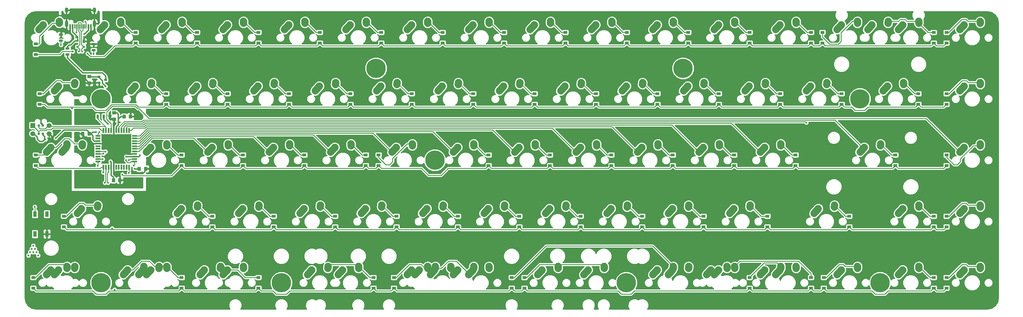
<source format=gbl>
G04 #@! TF.FileFunction,Copper,L2,Bot,Signal*
%FSLAX46Y46*%
G04 Gerber Fmt 4.6, Leading zero omitted, Abs format (unit mm)*
G04 Created by KiCad (PCBNEW 4.0.7) date 05/29/18 00:46:19*
%MOMM*%
%LPD*%
G01*
G04 APERTURE LIST*
%ADD10C,0.100000*%
%ADD11R,0.508000X0.508000*%
%ADD12R,0.700000X0.600000*%
%ADD13R,0.700000X1.000000*%
%ADD14R,1.300000X0.700000*%
%ADD15R,1.200000X0.900000*%
%ADD16C,0.784860*%
%ADD17C,1.524000*%
%ADD18R,1.524000X1.524000*%
%ADD19R,0.900000X0.800000*%
%ADD20R,1.100000X1.800000*%
%ADD21C,6.000000*%
%ADD22C,1.000000*%
%ADD23O,1.000000X1.600000*%
%ADD24O,1.000000X2.100000*%
%ADD25R,0.300000X1.450000*%
%ADD26R,0.600000X1.450000*%
%ADD27R,1.500000X0.550000*%
%ADD28R,0.550000X1.500000*%
%ADD29C,2.250000*%
%ADD30C,2.250000*%
%ADD31R,1.250000X1.000000*%
%ADD32R,1.000000X1.250000*%
%ADD33R,0.700000X1.300000*%
%ADD34C,0.600000*%
%ADD35C,0.381000*%
%ADD36C,0.254000*%
G04 APERTURE END LIST*
D10*
D11*
X52101750Y-122809000D03*
X52609750Y-123825000D03*
X51593750Y-123825000D03*
X50577750Y-123825000D03*
X51085750Y-122809000D03*
X51593750Y-121793000D03*
X53117750Y-124841000D03*
X50069750Y-124841000D03*
D12*
X65294000Y-60005000D03*
X67294000Y-60005000D03*
X65294000Y-58105000D03*
D13*
X67294000Y-58305000D03*
D14*
X62230000Y-62418000D03*
X62230000Y-60518000D03*
D15*
X259556250Y-115950000D03*
X259556250Y-112650000D03*
X240506250Y-115950000D03*
X240506250Y-112650000D03*
X221456250Y-115950000D03*
X221456250Y-112650000D03*
X202406250Y-115950000D03*
X202406250Y-112650000D03*
X183356250Y-115950000D03*
X183356250Y-112650000D03*
X164306250Y-115950000D03*
X164306250Y-112650000D03*
X145256250Y-115950000D03*
X145256250Y-112650000D03*
X126206250Y-115950000D03*
X126206250Y-112650000D03*
X107156250Y-115950000D03*
X107156250Y-112650000D03*
X61118750Y-115950000D03*
X61118750Y-112650000D03*
X319087500Y-96900000D03*
X319087500Y-93600000D03*
X288131250Y-96900000D03*
X288131250Y-93600000D03*
X269081250Y-96900000D03*
X269081250Y-93600000D03*
X250031250Y-96900000D03*
X250031250Y-93600000D03*
X230981250Y-96900000D03*
X230981250Y-93600000D03*
X211931250Y-96900000D03*
X211931250Y-93600000D03*
X192881250Y-96900000D03*
X192881250Y-93600000D03*
X158750000Y-96900000D03*
X158750000Y-93600000D03*
X154781250Y-96900000D03*
X154781250Y-93600000D03*
X135731250Y-96900000D03*
X135731250Y-93600000D03*
X116681250Y-96900000D03*
X116681250Y-93600000D03*
X97631250Y-96900000D03*
X97631250Y-93600000D03*
X52387500Y-96900000D03*
X52387500Y-93600000D03*
X326231250Y-77850000D03*
X326231250Y-74550000D03*
X302418750Y-77850000D03*
X302418750Y-74550000D03*
X283368750Y-77850000D03*
X283368750Y-74550000D03*
X264318750Y-77850000D03*
X264318750Y-74550000D03*
X245268750Y-77850000D03*
X245268750Y-74550000D03*
X226218750Y-77850000D03*
X226218750Y-74550000D03*
X207168750Y-77850000D03*
X207168750Y-74550000D03*
X188118750Y-77850000D03*
X188118750Y-74550000D03*
X169068750Y-77850000D03*
X169068750Y-74550000D03*
X150018750Y-77850000D03*
X150018750Y-74550000D03*
X130968750Y-77850000D03*
X130968750Y-74550000D03*
X111918750Y-77850000D03*
X111918750Y-74550000D03*
X92868750Y-77850000D03*
X92868750Y-74550000D03*
X53578125Y-77850000D03*
X53578125Y-74550000D03*
X330993750Y-58800000D03*
X330993750Y-55500000D03*
X296465625Y-58800000D03*
X296465625Y-55500000D03*
X292893750Y-58800000D03*
X292893750Y-55500000D03*
X273843750Y-58800000D03*
X273843750Y-55500000D03*
X254793750Y-58800000D03*
X254793750Y-55500000D03*
X235743750Y-58800000D03*
X235743750Y-55500000D03*
X216693750Y-58800000D03*
X216693750Y-55500000D03*
X197643750Y-58800000D03*
X197643750Y-55500000D03*
X178593750Y-58800000D03*
X178593750Y-55500000D03*
X159543750Y-58800000D03*
X159543750Y-55500000D03*
X140493750Y-58800000D03*
X140493750Y-55500000D03*
X121443750Y-58800000D03*
X121443750Y-55500000D03*
X102393750Y-58800000D03*
X102393750Y-55500000D03*
X83343750Y-58800000D03*
X83343750Y-55500000D03*
X52387500Y-62371875D03*
X52387500Y-59071875D03*
X334962500Y-58800000D03*
X334962500Y-55500000D03*
X334962500Y-77850000D03*
X334962500Y-74550000D03*
X334962500Y-96900000D03*
X334962500Y-93600000D03*
X279400000Y-115950000D03*
X279400000Y-112650000D03*
X304800000Y-115950000D03*
X304800000Y-112650000D03*
X330993750Y-115950000D03*
X330993750Y-112650000D03*
X334962500Y-115950000D03*
X334962500Y-112650000D03*
X296862500Y-135000000D03*
X296862500Y-131700000D03*
X330993750Y-135000000D03*
X330993750Y-131700000D03*
X334962500Y-135000000D03*
X334962500Y-131700000D03*
X51593750Y-135000000D03*
X51593750Y-131700000D03*
X97631250Y-135000000D03*
X97631250Y-131700000D03*
X121443750Y-135000000D03*
X121443750Y-131700000D03*
X157162500Y-135000000D03*
X157162500Y-131700000D03*
X163512500Y-135000000D03*
X163512500Y-131700000D03*
X203993750Y-135000000D03*
X203993750Y-131700000D03*
D16*
X53340000Y-86995000D03*
X54610000Y-86995000D03*
X53340000Y-84455000D03*
X54610000Y-84455000D03*
D17*
X51435000Y-86995000D03*
X56515000Y-86995000D03*
D18*
X51435000Y-84455000D03*
D17*
X56515000Y-84455000D03*
D15*
X200025000Y-135000000D03*
X200025000Y-131700000D03*
X292893750Y-135000000D03*
X292893750Y-131700000D03*
X273843750Y-135000000D03*
X273843750Y-131700000D03*
D19*
X72025000Y-71181000D03*
X72025000Y-69281000D03*
X74025000Y-70231000D03*
D20*
X55825000Y-118193750D03*
X52125000Y-111993750D03*
X52125000Y-118193750D03*
X55825000Y-111993750D03*
D21*
X72622500Y-133340000D03*
D22*
X72622500Y-131590000D03*
X73872500Y-131590000D03*
X71372500Y-131590000D03*
X72622500Y-135090000D03*
X73872500Y-135090000D03*
X71372500Y-135090000D03*
D21*
X72622500Y-76200000D03*
D22*
X72622500Y-74200000D03*
X74122500Y-74700000D03*
X71122500Y-74700000D03*
X72622500Y-78200000D03*
X74122500Y-77700000D03*
X71122500Y-77700000D03*
X74622500Y-76200000D03*
X70622500Y-76200000D03*
D21*
X176212500Y-95250000D03*
D22*
X176212500Y-93500000D03*
X177462500Y-93500000D03*
X174962500Y-93500000D03*
X176212500Y-97000000D03*
X177462500Y-97000000D03*
X174962500Y-97000000D03*
D21*
X235602500Y-133350000D03*
D22*
X235602500Y-131600000D03*
X236852500Y-131600000D03*
X234352500Y-131600000D03*
X235602500Y-135100000D03*
X236852500Y-135100000D03*
X234352500Y-135100000D03*
D21*
X314342500Y-133350000D03*
D22*
X314342500Y-131600000D03*
X315592500Y-131600000D03*
X313092500Y-131600000D03*
X314342500Y-135100000D03*
X315592500Y-135100000D03*
X313092500Y-135100000D03*
D21*
X308072500Y-76200000D03*
D22*
X308072500Y-74450000D03*
X309322500Y-74450000D03*
X306822500Y-74450000D03*
X308072500Y-77950000D03*
X309322500Y-77950000D03*
X306822500Y-77950000D03*
D21*
X128587500Y-133350000D03*
D22*
X128587500Y-131350000D03*
X130087500Y-131850000D03*
X127087500Y-131850000D03*
X128587500Y-135350000D03*
X130087500Y-134850000D03*
X127087500Y-134850000D03*
X130587500Y-133350000D03*
X126587500Y-133350000D03*
D21*
X157956250Y-66675000D03*
D22*
X157956250Y-64675000D03*
X159456250Y-65175000D03*
X156456250Y-65175000D03*
X157956250Y-68675000D03*
X159456250Y-68175000D03*
X156456250Y-68175000D03*
X159956250Y-66675000D03*
X155956250Y-66675000D03*
D21*
X253206250Y-66675000D03*
D22*
X253206250Y-64675000D03*
X254706250Y-65175000D03*
X251706250Y-65175000D03*
X253206250Y-68675000D03*
X254706250Y-68175000D03*
X251706250Y-68175000D03*
X255206250Y-66675000D03*
X251206250Y-66675000D03*
D23*
X70557600Y-48600000D03*
X61917600Y-48600000D03*
D24*
X70557600Y-52780000D03*
X61917600Y-52780000D03*
D25*
X65987600Y-53695000D03*
X66487600Y-53695000D03*
X66987600Y-53695000D03*
X65487600Y-53695000D03*
X67487600Y-53695000D03*
X64987600Y-53695000D03*
X67987600Y-53695000D03*
X64487600Y-53695000D03*
D26*
X63787600Y-53695000D03*
X68687600Y-53695000D03*
X63012600Y-53695000D03*
X69462600Y-53695000D03*
D27*
X83058000Y-87694000D03*
X83058000Y-88494000D03*
X83058000Y-89294000D03*
X83058000Y-90094000D03*
X83058000Y-90894000D03*
X83058000Y-91694000D03*
X83058000Y-92494000D03*
X83058000Y-93294000D03*
X83058000Y-94094000D03*
X83058000Y-94894000D03*
X83058000Y-95694000D03*
D28*
X81358000Y-97394000D03*
X80558000Y-97394000D03*
X79758000Y-97394000D03*
X78958000Y-97394000D03*
X78158000Y-97394000D03*
X77358000Y-97394000D03*
X76558000Y-97394000D03*
X75758000Y-97394000D03*
X74958000Y-97394000D03*
X74158000Y-97394000D03*
X73358000Y-97394000D03*
D27*
X71658000Y-95694000D03*
X71658000Y-94894000D03*
X71658000Y-94094000D03*
X71658000Y-93294000D03*
X71658000Y-92494000D03*
X71658000Y-91694000D03*
X71658000Y-90894000D03*
X71658000Y-90094000D03*
X71658000Y-89294000D03*
X71658000Y-88494000D03*
X71658000Y-87694000D03*
D28*
X73358000Y-85994000D03*
X74158000Y-85994000D03*
X74958000Y-85994000D03*
X75758000Y-85994000D03*
X76558000Y-85994000D03*
X77358000Y-85994000D03*
X78158000Y-85994000D03*
X78958000Y-85994000D03*
X79758000Y-85994000D03*
X80558000Y-85994000D03*
X81358000Y-85994000D03*
D29*
X250150000Y-52650000D02*
X250190000Y-52070000D01*
D30*
X250190000Y-52070000D03*
D29*
X243840000Y-54610000D02*
X245150002Y-53150000D01*
D30*
X245150000Y-53150000D03*
D29*
X78700000Y-52650000D02*
X78740000Y-52070000D01*
D30*
X78740000Y-52070000D03*
D29*
X72390000Y-54610000D02*
X73700002Y-53150000D01*
D30*
X73700000Y-53150000D03*
D29*
X97750000Y-52650000D02*
X97790000Y-52070000D01*
D30*
X97790000Y-52070000D03*
D29*
X91440000Y-54610000D02*
X92750002Y-53150000D01*
D30*
X92750000Y-53150000D03*
D29*
X116800000Y-52650000D02*
X116840000Y-52070000D01*
D30*
X116840000Y-52070000D03*
D29*
X110490000Y-54610000D02*
X111800002Y-53150000D01*
D30*
X111800000Y-53150000D03*
D29*
X135850000Y-52650000D02*
X135890000Y-52070000D01*
D30*
X135890000Y-52070000D03*
D29*
X129540000Y-54610000D02*
X130850002Y-53150000D01*
D30*
X130850000Y-53150000D03*
D29*
X154900000Y-52650000D02*
X154940000Y-52070000D01*
D30*
X154940000Y-52070000D03*
D29*
X148590000Y-54610000D02*
X149900002Y-53150000D01*
D30*
X149900000Y-53150000D03*
D29*
X173950000Y-52650000D02*
X173990000Y-52070000D01*
D30*
X173990000Y-52070000D03*
D29*
X167640000Y-54610000D02*
X168950002Y-53150000D01*
D30*
X168950000Y-53150000D03*
D29*
X193000000Y-52650000D02*
X193040000Y-52070000D01*
D30*
X193040000Y-52070000D03*
D29*
X186690000Y-54610000D02*
X188000002Y-53150000D01*
D30*
X188000000Y-53150000D03*
D29*
X212050000Y-52650000D02*
X212090000Y-52070000D01*
D30*
X212090000Y-52070000D03*
D29*
X205740000Y-54610000D02*
X207050002Y-53150000D01*
D30*
X207050000Y-53150000D03*
D29*
X231100000Y-52650000D02*
X231140000Y-52070000D01*
D30*
X231140000Y-52070000D03*
D29*
X224790000Y-54610000D02*
X226100002Y-53150000D01*
D30*
X226100000Y-53150000D03*
D29*
X283487500Y-90750000D02*
X283527500Y-90170000D01*
D30*
X283527500Y-90170000D03*
D29*
X277177500Y-92710000D02*
X278487502Y-91250000D01*
D30*
X278487500Y-91250000D03*
D29*
X235862500Y-109800000D02*
X235902500Y-109220000D01*
D30*
X235902500Y-109220000D03*
D29*
X229552500Y-111760000D02*
X230862502Y-110300000D01*
D30*
X230862500Y-110300000D03*
D29*
X269200000Y-52650000D02*
X269240000Y-52070000D01*
D30*
X269240000Y-52070000D03*
D29*
X262890000Y-54610000D02*
X264200002Y-53150000D01*
D30*
X264200000Y-53150000D03*
D29*
X254912500Y-109800000D02*
X254952500Y-109220000D01*
D30*
X254952500Y-109220000D03*
D29*
X248602500Y-111760000D02*
X249912502Y-110300000D01*
D30*
X249912500Y-110300000D03*
D29*
X273962500Y-109800000D02*
X274002500Y-109220000D01*
D30*
X274002500Y-109220000D03*
D29*
X267652500Y-111760000D02*
X268962502Y-110300000D01*
D30*
X268962500Y-110300000D03*
D29*
X264437500Y-90750000D02*
X264477500Y-90170000D01*
D30*
X264477500Y-90170000D03*
D29*
X258127500Y-92710000D02*
X259437502Y-91250000D01*
D30*
X259437500Y-91250000D03*
D29*
X288250000Y-52650000D02*
X288290000Y-52070000D01*
D30*
X288290000Y-52070000D03*
D29*
X281940000Y-54610000D02*
X283250002Y-53150000D01*
D30*
X283250000Y-53150000D03*
D29*
X92987500Y-90750000D02*
X93027500Y-90170000D01*
D30*
X93027500Y-90170000D03*
D29*
X86677500Y-92710000D02*
X87987502Y-91250000D01*
D30*
X87987500Y-91250000D03*
D29*
X178712500Y-109800000D02*
X178752500Y-109220000D01*
D30*
X178752500Y-109220000D03*
D29*
X172402500Y-111760000D02*
X173712502Y-110300000D01*
D30*
X173712500Y-110300000D03*
D29*
X316825000Y-52650000D02*
X316865000Y-52070000D01*
D30*
X316865000Y-52070000D03*
D29*
X310515000Y-54610000D02*
X311825002Y-53150000D01*
D30*
X311825000Y-53150000D03*
D29*
X326350000Y-52650000D02*
X326390000Y-52070000D01*
D30*
X326390000Y-52070000D03*
D29*
X320040000Y-54610000D02*
X321350002Y-53150000D01*
D30*
X321350000Y-53150000D03*
D29*
X140612500Y-109800000D02*
X140652500Y-109220000D01*
D30*
X140652500Y-109220000D03*
D29*
X134302500Y-111760000D02*
X135612502Y-110300000D01*
D30*
X135612500Y-110300000D03*
D29*
X66793750Y-90750000D02*
X66833750Y-90170000D01*
D30*
X66833750Y-90170000D03*
D29*
X60483750Y-92710000D02*
X61793752Y-91250000D01*
D30*
X61793750Y-91250000D03*
D29*
X62031250Y-90750000D02*
X62071250Y-90170000D01*
D30*
X62071250Y-90170000D03*
D29*
X55721250Y-92710000D02*
X57031252Y-91250000D01*
D30*
X57031250Y-91250000D03*
D29*
X131087500Y-90750000D02*
X131127500Y-90170000D01*
D30*
X131127500Y-90170000D03*
D29*
X124777500Y-92710000D02*
X126087502Y-91250000D01*
D30*
X126087500Y-91250000D03*
D29*
X307300000Y-52650000D02*
X307340000Y-52070000D01*
D30*
X307340000Y-52070000D03*
D29*
X300990000Y-54610000D02*
X302300002Y-53150000D01*
D30*
X302300000Y-53150000D03*
D29*
X326350000Y-128850000D02*
X326390000Y-128270000D01*
D30*
X326390000Y-128270000D03*
D29*
X320040000Y-130810000D02*
X321350002Y-129350000D01*
D30*
X321350000Y-129350000D03*
D29*
X126325000Y-71700000D02*
X126365000Y-71120000D01*
D30*
X126365000Y-71120000D03*
D29*
X120015000Y-73660000D02*
X121325002Y-72200000D01*
D30*
X121325000Y-72200000D03*
D29*
X314443750Y-90750000D02*
X314483750Y-90170000D01*
D30*
X314483750Y-90170000D03*
D29*
X308133750Y-92710000D02*
X309443752Y-91250000D01*
D30*
X309443750Y-91250000D03*
D29*
X59650000Y-52650000D02*
X59690000Y-52070000D01*
D30*
X59690000Y-52070000D03*
D29*
X53340000Y-54610000D02*
X54650002Y-53150000D01*
D30*
X54650000Y-53150000D03*
D29*
X345400000Y-52650000D02*
X345440000Y-52070000D01*
D30*
X345440000Y-52070000D03*
D29*
X339090000Y-54610000D02*
X340400002Y-53150000D01*
D30*
X340400000Y-53150000D03*
D29*
X345400000Y-71700000D02*
X345440000Y-71120000D01*
D30*
X345440000Y-71120000D03*
D29*
X339090000Y-73660000D02*
X340400002Y-72200000D01*
D30*
X340400000Y-72200000D03*
D29*
X345400000Y-90750000D02*
X345440000Y-90170000D01*
D30*
X345440000Y-90170000D03*
D29*
X339090000Y-92710000D02*
X340400002Y-91250000D01*
D30*
X340400000Y-91250000D03*
D29*
X345400000Y-109800000D02*
X345440000Y-109220000D01*
D30*
X345440000Y-109220000D03*
D29*
X339090000Y-111760000D02*
X340400002Y-110300000D01*
D30*
X340400000Y-110300000D03*
D29*
X150137500Y-90750000D02*
X150177500Y-90170000D01*
D30*
X150177500Y-90170000D03*
D29*
X143827500Y-92710000D02*
X145137502Y-91250000D01*
D30*
X145137500Y-91250000D03*
D29*
X169187500Y-90750000D02*
X169227500Y-90170000D01*
D30*
X169227500Y-90170000D03*
D29*
X162877500Y-92710000D02*
X164187502Y-91250000D01*
D30*
X164187500Y-91250000D03*
D29*
X188237500Y-90750000D02*
X188277500Y-90170000D01*
D30*
X188277500Y-90170000D03*
D29*
X181927500Y-92710000D02*
X183237502Y-91250000D01*
D30*
X183237500Y-91250000D03*
D29*
X221575000Y-71700000D02*
X221615000Y-71120000D01*
D30*
X221615000Y-71120000D03*
D29*
X215265000Y-73660000D02*
X216575002Y-72200000D01*
D30*
X216575000Y-72200000D03*
D29*
X207287500Y-90750000D02*
X207327500Y-90170000D01*
D30*
X207327500Y-90170000D03*
D29*
X200977500Y-92710000D02*
X202287502Y-91250000D01*
D30*
X202287500Y-91250000D03*
D29*
X226337500Y-90750000D02*
X226377500Y-90170000D01*
D30*
X226377500Y-90170000D03*
D29*
X220027500Y-92710000D02*
X221337502Y-91250000D01*
D30*
X221337500Y-91250000D03*
D29*
X245387500Y-90750000D02*
X245427500Y-90170000D01*
D30*
X245427500Y-90170000D03*
D29*
X239077500Y-92710000D02*
X240387502Y-91250000D01*
D30*
X240387500Y-91250000D03*
D29*
X307300000Y-128850000D02*
X307340000Y-128270000D01*
D30*
X307340000Y-128270000D03*
D29*
X300990000Y-130810000D02*
X302300002Y-129350000D01*
D30*
X302300000Y-129350000D03*
D29*
X64412500Y-128850000D02*
X64452500Y-128270000D01*
D30*
X64452500Y-128270000D03*
D29*
X58102500Y-130810000D02*
X59412502Y-129350000D01*
D30*
X59412500Y-129350000D03*
D29*
X62031250Y-128850000D02*
X62071250Y-128270000D01*
D30*
X62071250Y-128270000D03*
D29*
X55721250Y-130810000D02*
X57031252Y-129350000D01*
D30*
X57031250Y-129350000D03*
D29*
X92987500Y-128850000D02*
X93027500Y-128270000D01*
D30*
X93027500Y-128270000D03*
D29*
X86677500Y-130810000D02*
X87987502Y-129350000D01*
D30*
X87987500Y-129350000D03*
D29*
X85843750Y-128850000D02*
X85883750Y-128270000D01*
D30*
X85883750Y-128270000D03*
D29*
X79533750Y-130810000D02*
X80843752Y-129350000D01*
D30*
X80843750Y-129350000D03*
D29*
X90606250Y-128850000D02*
X90646250Y-128270000D01*
D30*
X90646250Y-128270000D03*
D29*
X84296250Y-130810000D02*
X85606252Y-129350000D01*
D30*
X85606250Y-129350000D03*
D29*
X109656250Y-128850000D02*
X109696250Y-128270000D01*
D30*
X109696250Y-128270000D03*
D29*
X103346250Y-130810000D02*
X104656252Y-129350000D01*
D30*
X104656250Y-129350000D03*
D29*
X116800000Y-128850000D02*
X116840000Y-128270000D01*
D30*
X116840000Y-128270000D03*
D29*
X110490000Y-130810000D02*
X111800002Y-129350000D01*
D30*
X111800000Y-129350000D03*
D29*
X216812500Y-109800000D02*
X216852500Y-109220000D01*
D30*
X216852500Y-109220000D03*
D29*
X210502500Y-111760000D02*
X211812502Y-110300000D01*
D30*
X211812500Y-110300000D03*
D29*
X197762500Y-109800000D02*
X197802500Y-109220000D01*
D30*
X197802500Y-109220000D03*
D29*
X191452500Y-111760000D02*
X192762502Y-110300000D01*
D30*
X192762500Y-110300000D03*
D29*
X240625000Y-71700000D02*
X240665000Y-71120000D01*
D30*
X240665000Y-71120000D03*
D29*
X234315000Y-73660000D02*
X235625002Y-72200000D01*
D30*
X235625000Y-72200000D03*
D29*
X259675000Y-71700000D02*
X259715000Y-71120000D01*
D30*
X259715000Y-71120000D03*
D29*
X253365000Y-73660000D02*
X254675002Y-72200000D01*
D30*
X254675000Y-72200000D03*
D29*
X88225000Y-71700000D02*
X88265000Y-71120000D01*
D30*
X88265000Y-71120000D03*
D29*
X81915000Y-73660000D02*
X83225002Y-72200000D01*
D30*
X83225000Y-72200000D03*
D29*
X145375000Y-71700000D02*
X145415000Y-71120000D01*
D30*
X145415000Y-71120000D03*
D29*
X139065000Y-73660000D02*
X140375002Y-72200000D01*
D30*
X140375000Y-72200000D03*
D29*
X345400000Y-128850000D02*
X345440000Y-128270000D01*
D30*
X345440000Y-128270000D03*
D29*
X339090000Y-130810000D02*
X340400002Y-129350000D01*
D30*
X340400000Y-129350000D03*
D29*
X250150000Y-128850000D02*
X250190000Y-128270000D01*
D30*
X250190000Y-128270000D03*
D29*
X243840000Y-130810000D02*
X245150002Y-129350000D01*
D30*
X245150000Y-129350000D03*
D29*
X254912500Y-128850000D02*
X254952500Y-128270000D01*
D30*
X254952500Y-128270000D03*
D29*
X248602500Y-130810000D02*
X249912502Y-129350000D01*
D30*
X249912500Y-129350000D03*
D29*
X266818750Y-128850000D02*
X266858750Y-128270000D01*
D30*
X266858750Y-128270000D03*
D29*
X260508750Y-130810000D02*
X261818752Y-129350000D01*
D30*
X261818750Y-129350000D03*
D29*
X269200000Y-128850000D02*
X269240000Y-128270000D01*
D30*
X269240000Y-128270000D03*
D29*
X262890000Y-130810000D02*
X264200002Y-129350000D01*
D30*
X264200000Y-129350000D03*
D29*
X283487500Y-128850000D02*
X283527500Y-128270000D01*
D30*
X283527500Y-128270000D03*
D29*
X277177500Y-130810000D02*
X278487502Y-129350000D01*
D30*
X278487500Y-129350000D03*
D29*
X288250000Y-128850000D02*
X288290000Y-128270000D01*
D30*
X288290000Y-128270000D03*
D29*
X281940000Y-130810000D02*
X283250002Y-129350000D01*
D30*
X283250000Y-129350000D03*
D29*
X112037500Y-90750000D02*
X112077500Y-90170000D01*
D30*
X112077500Y-90170000D03*
D29*
X105727500Y-92710000D02*
X107037502Y-91250000D01*
D30*
X107037500Y-91250000D03*
D29*
X71556250Y-109800000D02*
X71596250Y-109220000D01*
D30*
X71596250Y-109220000D03*
D29*
X65246250Y-111760000D02*
X66556252Y-110300000D01*
D30*
X66556250Y-110300000D03*
D29*
X300156250Y-109800000D02*
X300196250Y-109220000D01*
D30*
X300196250Y-109220000D03*
D29*
X293846250Y-111760000D02*
X295156252Y-110300000D01*
D30*
X295156250Y-110300000D03*
D29*
X164425000Y-71700000D02*
X164465000Y-71120000D01*
D30*
X164465000Y-71120000D03*
D29*
X158115000Y-73660000D02*
X159425002Y-72200000D01*
D30*
X159425000Y-72200000D03*
D29*
X64412500Y-71700000D02*
X64452500Y-71120000D01*
D30*
X64452500Y-71120000D03*
D29*
X58102500Y-73660000D02*
X59412502Y-72200000D01*
D30*
X59412500Y-72200000D03*
D29*
X202525000Y-71700000D02*
X202565000Y-71120000D01*
D30*
X202565000Y-71120000D03*
D29*
X196215000Y-73660000D02*
X197525002Y-72200000D01*
D30*
X197525000Y-72200000D03*
D29*
X326350000Y-109800000D02*
X326390000Y-109220000D01*
D30*
X326390000Y-109220000D03*
D29*
X320040000Y-111760000D02*
X321350002Y-110300000D01*
D30*
X321350000Y-110300000D03*
D29*
X159662500Y-109800000D02*
X159702500Y-109220000D01*
D30*
X159702500Y-109220000D03*
D29*
X153352500Y-111760000D02*
X154662502Y-110300000D01*
D30*
X154662500Y-110300000D03*
D29*
X107275000Y-71700000D02*
X107315000Y-71120000D01*
D30*
X107315000Y-71120000D03*
D29*
X100965000Y-73660000D02*
X102275002Y-72200000D01*
D30*
X102275000Y-72200000D03*
D29*
X121562500Y-109800000D02*
X121602500Y-109220000D01*
D30*
X121602500Y-109220000D03*
D29*
X115252500Y-111760000D02*
X116562502Y-110300000D01*
D30*
X116562500Y-110300000D03*
D29*
X183475000Y-71700000D02*
X183515000Y-71120000D01*
D30*
X183515000Y-71120000D03*
D29*
X177165000Y-73660000D02*
X178475002Y-72200000D01*
D30*
X178475000Y-72200000D03*
D29*
X102512500Y-109800000D02*
X102552500Y-109220000D01*
D30*
X102552500Y-109220000D03*
D29*
X96202500Y-111760000D02*
X97512502Y-110300000D01*
D30*
X97512500Y-110300000D03*
D29*
X278725000Y-71700000D02*
X278765000Y-71120000D01*
D30*
X278765000Y-71120000D03*
D29*
X272415000Y-73660000D02*
X273725002Y-72200000D01*
D30*
X273725000Y-72200000D03*
D29*
X321587500Y-71700000D02*
X321627500Y-71120000D01*
D30*
X321627500Y-71120000D03*
D29*
X315277500Y-73660000D02*
X316587502Y-72200000D01*
D30*
X316587500Y-72200000D03*
D29*
X297775000Y-71700000D02*
X297815000Y-71120000D01*
D30*
X297815000Y-71120000D03*
D29*
X291465000Y-73660000D02*
X292775002Y-72200000D01*
D30*
X292775000Y-72200000D03*
D29*
X142993750Y-128850000D02*
X143033750Y-128270000D01*
D30*
X143033750Y-128270000D03*
D29*
X136683750Y-130810000D02*
X137993752Y-129350000D01*
D30*
X137993750Y-129350000D03*
D29*
X173950000Y-128850000D02*
X173990000Y-128270000D01*
D30*
X173990000Y-128270000D03*
D29*
X167640000Y-130810000D02*
X168950002Y-129350000D01*
D30*
X168950000Y-129350000D03*
D29*
X181093750Y-128850000D02*
X181133750Y-128270000D01*
D30*
X181133750Y-128270000D03*
D29*
X174783750Y-130810000D02*
X176093752Y-129350000D01*
D30*
X176093750Y-129350000D03*
D29*
X176331250Y-128850000D02*
X176371250Y-128270000D01*
D30*
X176371250Y-128270000D03*
D29*
X170021250Y-130810000D02*
X171331252Y-129350000D01*
D30*
X171331250Y-129350000D03*
D29*
X214431250Y-128850000D02*
X214471250Y-128270000D01*
D30*
X214471250Y-128270000D03*
D29*
X208121250Y-130810000D02*
X209431252Y-129350000D01*
D30*
X209431250Y-129350000D03*
D29*
X193000000Y-128850000D02*
X193040000Y-128270000D01*
D30*
X193040000Y-128270000D03*
D29*
X186690000Y-130810000D02*
X188000002Y-129350000D01*
D30*
X188000000Y-129350000D03*
D29*
X152518750Y-128850000D02*
X152558750Y-128270000D01*
D30*
X152558750Y-128270000D03*
D29*
X146208750Y-130810000D02*
X147518752Y-129350000D01*
D30*
X147518750Y-129350000D03*
D29*
X188237500Y-128850000D02*
X188277500Y-128270000D01*
D30*
X188277500Y-128270000D03*
D29*
X181927500Y-130810000D02*
X183237502Y-129350000D01*
D30*
X183237500Y-129350000D03*
D29*
X228718750Y-128850000D02*
X228758750Y-128270000D01*
D30*
X228758750Y-128270000D03*
D29*
X222408750Y-130810000D02*
X223718752Y-129350000D01*
D30*
X223718750Y-129350000D03*
D31*
X68961000Y-69231000D03*
X68961000Y-71231000D03*
D32*
X68945000Y-86995000D03*
X66945000Y-86995000D03*
X84471000Y-97917000D03*
X86471000Y-97917000D03*
X76470000Y-101473000D03*
X78470000Y-101473000D03*
D31*
X76708000Y-80534000D03*
X76708000Y-82534000D03*
D32*
X79772000Y-81661000D03*
X81772000Y-81661000D03*
D33*
X73467000Y-81661000D03*
X71567000Y-81661000D03*
D14*
X60198000Y-56200000D03*
X60198000Y-58100000D03*
X70358000Y-61021000D03*
X70358000Y-59121000D03*
D34*
X83058000Y-97917000D03*
X80391000Y-94107000D03*
X84709000Y-93726000D03*
X75565000Y-95631000D03*
X55372000Y-88773000D03*
X58547000Y-88392000D03*
X71120000Y-86487000D03*
X74041000Y-72263000D03*
X74803000Y-83947000D03*
X78486000Y-83439000D03*
X79502000Y-95250000D03*
X75057000Y-81534000D03*
X80645000Y-79502000D03*
X80518000Y-89408000D03*
X69850000Y-100330000D03*
X66675000Y-80962500D03*
X77216000Y-88011000D03*
X61849000Y-102235000D03*
X178816000Y-130683000D03*
X178816000Y-127254000D03*
X177673000Y-124333000D03*
X274320000Y-128270000D03*
X233553000Y-90424000D03*
X163830000Y-96774000D03*
X137541000Y-90424000D03*
X82677000Y-99187000D03*
X67437000Y-56007000D03*
X64897000Y-57023000D03*
X52070000Y-109728000D03*
X81280000Y-95250000D03*
X80391000Y-95250000D03*
X82804000Y-96901000D03*
X81280000Y-99187000D03*
X63627000Y-79121000D03*
X71628000Y-97028000D03*
X76835000Y-135509000D03*
X74803000Y-102235000D03*
X76073000Y-116459000D03*
X73787000Y-102235000D03*
X79248000Y-99695000D03*
X73279000Y-99060000D03*
X63881000Y-61468000D03*
X68453000Y-62103000D03*
X73152000Y-94869000D03*
X73406000Y-93218000D03*
X65786000Y-61468000D03*
X74041000Y-92583000D03*
X66802000Y-61468000D03*
X291465000Y-83566000D03*
X72136000Y-86487000D03*
X60198000Y-59436000D03*
X65024000Y-55499000D03*
X70358000Y-62230000D03*
X67818000Y-52197000D03*
D35*
X72025000Y-69281000D02*
X69011000Y-69281000D01*
X69011000Y-69281000D02*
X68961000Y-69231000D01*
X84471000Y-97917000D02*
X83058000Y-97917000D01*
X83058000Y-94094000D02*
X80404000Y-94094000D01*
X80404000Y-94094000D02*
X80391000Y-94107000D01*
X83058000Y-94094000D02*
X84341000Y-94094000D01*
X84341000Y-94094000D02*
X84709000Y-93726000D01*
X75758000Y-97394000D02*
X75758000Y-99872000D01*
X75758000Y-99872000D02*
X76470000Y-100584000D01*
X76470000Y-100584000D02*
X76470000Y-101473000D01*
X76708000Y-80534000D02*
X77613000Y-80534000D01*
X77613000Y-80534000D02*
X77978000Y-80899000D01*
X77978000Y-80899000D02*
X77978000Y-81931000D01*
X79772000Y-81661000D02*
X78740000Y-81661000D01*
X78740000Y-81661000D02*
X77978000Y-82423000D01*
X77978000Y-82423000D02*
X77978000Y-81931000D01*
X73467000Y-81661000D02*
X73467000Y-82611000D01*
X73467000Y-82611000D02*
X74803000Y-83947000D01*
X75758000Y-97394000D02*
X75758000Y-95824000D01*
X75758000Y-95824000D02*
X75565000Y-95631000D01*
X58547000Y-88392000D02*
X61087000Y-85852000D01*
X61087000Y-85852000D02*
X68199000Y-85852000D01*
X68199000Y-85852000D02*
X68695000Y-86348000D01*
X68695000Y-86348000D02*
X68695000Y-86995000D01*
X55372000Y-88773000D02*
X55118000Y-88773000D01*
X70498000Y-89294000D02*
X70104000Y-88900000D01*
X70104000Y-88900000D02*
X70104000Y-87630000D01*
X70104000Y-87630000D02*
X69723000Y-87249000D01*
X71120000Y-86487000D02*
X69977000Y-86487000D01*
X69977000Y-86487000D02*
X69469000Y-86995000D01*
X73025000Y-70485000D02*
X73025000Y-71120000D01*
X74041000Y-72263000D02*
X73025000Y-71247000D01*
X73025000Y-71247000D02*
X73025000Y-71120000D01*
X72025000Y-69485000D02*
X73025000Y-70485000D01*
X72025000Y-69281000D02*
X72025000Y-69485000D01*
X69469000Y-86995000D02*
X69723000Y-87249000D01*
X68695000Y-86995000D02*
X69469000Y-86995000D01*
X71658000Y-89294000D02*
X70498000Y-89294000D01*
X53594000Y-89408000D02*
X52832000Y-88646000D01*
X51816000Y-86995000D02*
X52832000Y-88011000D01*
X52832000Y-88011000D02*
X52832000Y-88646000D01*
X51435000Y-86995000D02*
X51816000Y-86995000D01*
X54483000Y-89408000D02*
X53594000Y-89408000D01*
X55118000Y-88773000D02*
X54483000Y-89408000D01*
X55118000Y-87884000D02*
X55118000Y-88773000D01*
X54610000Y-87376000D02*
X55118000Y-87884000D01*
X54610000Y-86995000D02*
X54610000Y-87376000D01*
X77978000Y-83439000D02*
X77978000Y-82804000D01*
X77978000Y-84201000D02*
X77978000Y-83439000D01*
X77978000Y-83439000D02*
X78486000Y-83439000D01*
X77978000Y-82804000D02*
X77978000Y-82423000D01*
X77978000Y-82423000D02*
X77978000Y-82550000D01*
X77978000Y-82550000D02*
X77978000Y-82804000D01*
X77358000Y-85994000D02*
X77358000Y-84821000D01*
X77358000Y-84821000D02*
X77978000Y-84201000D01*
X60071000Y-65786000D02*
X49657000Y-65786000D01*
X60071000Y-65786000D02*
X63516000Y-65786000D01*
X63516000Y-65786000D02*
X68961000Y-71231000D01*
X72025000Y-71181000D02*
X69011000Y-71181000D01*
X69011000Y-71181000D02*
X68961000Y-71231000D01*
X60198000Y-55626000D02*
X60579000Y-55245000D01*
X60579000Y-55245000D02*
X60833000Y-55245000D01*
X60198000Y-56200000D02*
X60198000Y-55626000D01*
X68211000Y-58305000D02*
X69027000Y-59121000D01*
X69027000Y-59121000D02*
X70358000Y-59121000D01*
X67294000Y-58305000D02*
X68211000Y-58305000D01*
X79502000Y-95250000D02*
X76835000Y-95250000D01*
X76835000Y-95250000D02*
X76558000Y-95527000D01*
X79502000Y-93599000D02*
X79807000Y-93294000D01*
X79807000Y-93294000D02*
X83058000Y-93294000D01*
X79502000Y-95250000D02*
X79502000Y-93599000D01*
X77851000Y-98933000D02*
X78470000Y-99552000D01*
X78470000Y-99552000D02*
X78470000Y-101473000D01*
X76962000Y-98933000D02*
X77851000Y-98933000D01*
X76558000Y-98529000D02*
X76962000Y-98933000D01*
X76558000Y-97394000D02*
X76558000Y-98298000D01*
X76558000Y-98298000D02*
X76558000Y-98529000D01*
X80518000Y-89408000D02*
X78613000Y-89408000D01*
X78613000Y-89408000D02*
X77216000Y-88011000D01*
X76708000Y-82534000D02*
X76057000Y-82534000D01*
X76057000Y-82534000D02*
X75057000Y-81534000D01*
X81772000Y-80629000D02*
X80645000Y-79502000D01*
X76558000Y-85994000D02*
X76558000Y-82684000D01*
X81772000Y-81661000D02*
X81772000Y-80629000D01*
X76558000Y-82684000D02*
X76708000Y-82534000D01*
X62484000Y-55245000D02*
X61849000Y-55245000D01*
X61849000Y-55245000D02*
X60833000Y-55245000D01*
X61917600Y-52780000D02*
X61917600Y-55176400D01*
X61917600Y-55176400D02*
X61849000Y-55245000D01*
X69462600Y-55124400D02*
X70170200Y-55124400D01*
X70170200Y-55124400D02*
X70557600Y-54737000D01*
X70557600Y-54737000D02*
X70557600Y-52780000D01*
X76558000Y-88034000D02*
X77193000Y-88034000D01*
X77193000Y-88034000D02*
X77216000Y-88011000D01*
X49657000Y-53467000D02*
X49657000Y-65786000D01*
X49657000Y-65786000D02*
X49657000Y-82169000D01*
X50038000Y-103632000D02*
X50038000Y-92964000D01*
X50038000Y-113665000D02*
X50038000Y-103632000D01*
X50038000Y-103632000D02*
X60452000Y-103632000D01*
X60452000Y-103632000D02*
X61849000Y-102235000D01*
X49657000Y-82169000D02*
X49657000Y-89408000D01*
X53340000Y-82169000D02*
X49657000Y-82169000D01*
X53975000Y-82804000D02*
X53340000Y-82169000D01*
X53975000Y-83566000D02*
X53975000Y-82804000D01*
X54610000Y-84201000D02*
X53975000Y-83566000D01*
X54610000Y-84455000D02*
X54610000Y-84201000D01*
X61917600Y-48600000D02*
X61917600Y-49842400D01*
X61917600Y-49842400D02*
X61468000Y-50292000D01*
X61468000Y-50292000D02*
X52832000Y-50292000D01*
X50038000Y-89789000D02*
X50038000Y-92964000D01*
X52832000Y-50292000D02*
X49657000Y-53467000D01*
X49657000Y-89408000D02*
X50038000Y-89789000D01*
X50038000Y-92964000D02*
X50038000Y-92710000D01*
X54991000Y-90424000D02*
X56515000Y-88900000D01*
X56515000Y-88900000D02*
X56515000Y-86995000D01*
X52324000Y-90424000D02*
X54991000Y-90424000D01*
X50038000Y-92710000D02*
X52324000Y-90424000D01*
X54566750Y-118193750D02*
X50038000Y-113665000D01*
X55825000Y-118193750D02*
X54566750Y-118193750D01*
X177673000Y-124333000D02*
X178816000Y-125476000D01*
X178816000Y-125476000D02*
X178816000Y-127254000D01*
X85725000Y-99187000D02*
X82677000Y-99187000D01*
X86221000Y-97917000D02*
X86221000Y-98691000D01*
X86221000Y-98691000D02*
X85725000Y-99187000D01*
X76558000Y-88034000D02*
X76558000Y-95527000D01*
X74498000Y-90094000D02*
X76558000Y-88034000D01*
X76558000Y-88034000D02*
X76558000Y-85994000D01*
X71658000Y-90094000D02*
X74498000Y-90094000D01*
X76558000Y-95527000D02*
X76558000Y-97394000D01*
X69462600Y-55124400D02*
X67294000Y-57293000D01*
X67294000Y-57293000D02*
X67294000Y-57674000D01*
X69462600Y-53695000D02*
X69462600Y-55124400D01*
X67294000Y-58305000D02*
X67294000Y-57674000D01*
X63012600Y-54716400D02*
X62484000Y-55245000D01*
X63012600Y-53695000D02*
X63012600Y-54716400D01*
X70028000Y-90094000D02*
X67945000Y-88011000D01*
X67195000Y-87642000D02*
X67564000Y-88011000D01*
X67564000Y-88011000D02*
X67945000Y-88011000D01*
X67195000Y-86995000D02*
X67195000Y-87642000D01*
X71658000Y-90094000D02*
X70028000Y-90094000D01*
X62230000Y-62418000D02*
X62230000Y-63373000D01*
X62230000Y-63373000D02*
X66929000Y-68072000D01*
X66929000Y-68072000D02*
X73025000Y-68072000D01*
X73025000Y-68072000D02*
X74025000Y-69072000D01*
X74025000Y-69072000D02*
X74025000Y-70231000D01*
X62738000Y-59375000D02*
X63180000Y-59375000D01*
X62230000Y-60518000D02*
X62230000Y-59883000D01*
X62230000Y-59883000D02*
X62738000Y-59375000D01*
X68687600Y-53695000D02*
X68687600Y-54756400D01*
X68687600Y-54756400D02*
X67437000Y-56007000D01*
X63180000Y-59375000D02*
X64450000Y-58105000D01*
X64450000Y-58105000D02*
X64831000Y-58105000D01*
X65294000Y-58105000D02*
X64831000Y-58105000D01*
X64897000Y-57023000D02*
X65024000Y-56896000D01*
X65024000Y-56896000D02*
X65294000Y-56896000D01*
X63787600Y-53695000D02*
X63787600Y-55389600D01*
X63787600Y-55389600D02*
X65294000Y-56896000D01*
X65294000Y-56896000D02*
X65294000Y-58105000D01*
D36*
X71567000Y-81661000D02*
X71567000Y-82362000D01*
X71567000Y-82362000D02*
X73914000Y-84709000D01*
X74158000Y-85994000D02*
X74158000Y-84953000D01*
X56769000Y-84709000D02*
X56515000Y-84455000D01*
X74158000Y-84953000D02*
X73914000Y-84709000D01*
X73914000Y-84709000D02*
X56769000Y-84709000D01*
X52070000Y-109728000D02*
X52125000Y-109783000D01*
X52125000Y-109783000D02*
X52125000Y-111993750D01*
X53340000Y-84455000D02*
X53340000Y-85090000D01*
X53340000Y-85090000D02*
X53721000Y-85471000D01*
X55245000Y-85471000D02*
X56261000Y-84455000D01*
X53721000Y-85471000D02*
X55245000Y-85471000D01*
X56261000Y-84455000D02*
X56515000Y-84455000D01*
X83058000Y-87694000D02*
X84645000Y-87694000D01*
X84645000Y-87694000D02*
X86995000Y-85344000D01*
X86995000Y-85344000D02*
X212661500Y-85344000D01*
X212661500Y-85344000D02*
X220027500Y-92710000D01*
X83058000Y-88494000D02*
X84607000Y-88494000D01*
X84607000Y-88494000D02*
X87249000Y-85852000D01*
X87249000Y-85852000D02*
X194119500Y-85852000D01*
X194119500Y-85852000D02*
X200977500Y-92710000D01*
X183237500Y-129350000D02*
X182213750Y-129350000D01*
X182213750Y-129350000D02*
X181133750Y-128270000D01*
X170021250Y-130810000D02*
X167640000Y-130810000D01*
X83058000Y-89294000D02*
X84569000Y-89294000D01*
X84569000Y-89294000D02*
X87503000Y-86360000D01*
X87503000Y-86360000D02*
X175577500Y-86360000D01*
X175577500Y-86360000D02*
X181927500Y-92710000D01*
X83058000Y-90094000D02*
X84531000Y-90094000D01*
X84531000Y-90094000D02*
X87757000Y-86868000D01*
X87757000Y-86868000D02*
X157035500Y-86868000D01*
X157035500Y-86868000D02*
X162877500Y-92710000D01*
X83058000Y-90894000D02*
X84493000Y-90894000D01*
X84493000Y-90894000D02*
X88011000Y-87376000D01*
X88011000Y-87376000D02*
X138493500Y-87376000D01*
X138493500Y-87376000D02*
X143827500Y-92710000D01*
X83058000Y-91694000D02*
X84455000Y-91694000D01*
X84455000Y-91694000D02*
X88265000Y-87884000D01*
X88265000Y-87884000D02*
X119951500Y-87884000D01*
X119951500Y-87884000D02*
X124777500Y-92710000D01*
X83058000Y-92494000D02*
X84417000Y-92494000D01*
X84417000Y-92494000D02*
X88519000Y-88392000D01*
X88519000Y-88392000D02*
X101409500Y-88392000D01*
X101409500Y-88392000D02*
X105727500Y-92710000D01*
X83058000Y-94894000D02*
X81636000Y-94894000D01*
X81636000Y-94894000D02*
X81280000Y-95250000D01*
X80899000Y-96012000D02*
X80391000Y-95504000D01*
X80391000Y-95504000D02*
X80391000Y-95250000D01*
X81661000Y-96012000D02*
X80899000Y-96012000D01*
X81979000Y-95694000D02*
X81661000Y-96012000D01*
X83058000Y-95694000D02*
X81979000Y-95694000D01*
X85606250Y-129350000D02*
X85606250Y-129738750D01*
X85606250Y-129738750D02*
X86677500Y-130810000D01*
X83058000Y-95694000D02*
X83058000Y-96647000D01*
X83058000Y-96647000D02*
X82804000Y-96901000D01*
X81358000Y-97394000D02*
X81358000Y-99109000D01*
X81358000Y-99109000D02*
X81280000Y-99187000D01*
X59412500Y-129350000D02*
X57181250Y-129350000D01*
X57181250Y-129350000D02*
X55721250Y-130810000D01*
X63627000Y-78740000D02*
X69977000Y-78740000D01*
X91978750Y-78740000D02*
X92868750Y-77850000D01*
X69977000Y-78740000D02*
X70993000Y-79756000D01*
X70993000Y-79756000D02*
X74168000Y-79756000D01*
X74168000Y-79756000D02*
X75946000Y-77978000D01*
X75946000Y-77978000D02*
X83439000Y-77978000D01*
X83439000Y-77978000D02*
X84201000Y-78740000D01*
X84201000Y-78740000D02*
X91978750Y-78740000D01*
X63627000Y-78740000D02*
X56007000Y-78740000D01*
X63627000Y-79121000D02*
X63627000Y-78740000D01*
X56007000Y-78740000D02*
X55117000Y-77850000D01*
X55117000Y-77850000D02*
X53578125Y-77850000D01*
X334962500Y-77850000D02*
X334072500Y-78740000D01*
X334072500Y-78740000D02*
X327121250Y-78740000D01*
X327121250Y-78740000D02*
X326231250Y-77850000D01*
X326231250Y-77850000D02*
X325341250Y-78740000D01*
X325341250Y-78740000D02*
X310642000Y-78740000D01*
X310642000Y-78740000D02*
X309626000Y-79756000D01*
X303308750Y-78740000D02*
X302418750Y-77850000D01*
X309626000Y-79756000D02*
X306578000Y-79756000D01*
X306578000Y-79756000D02*
X305562000Y-78740000D01*
X305562000Y-78740000D02*
X303308750Y-78740000D01*
X302418750Y-77850000D02*
X301528750Y-78740000D01*
X301528750Y-78740000D02*
X284258750Y-78740000D01*
X284258750Y-78740000D02*
X283368750Y-77850000D01*
X283368750Y-77850000D02*
X282478750Y-78740000D01*
X282478750Y-78740000D02*
X265208750Y-78740000D01*
X265208750Y-78740000D02*
X264318750Y-77850000D01*
X264318750Y-77850000D02*
X263428750Y-78740000D01*
X263428750Y-78740000D02*
X246158750Y-78740000D01*
X246158750Y-78740000D02*
X245268750Y-77850000D01*
X245268750Y-77850000D02*
X244378750Y-78740000D01*
X244378750Y-78740000D02*
X227108750Y-78740000D01*
X227108750Y-78740000D02*
X226218750Y-77850000D01*
X226218750Y-77850000D02*
X225328750Y-78740000D01*
X225328750Y-78740000D02*
X208058750Y-78740000D01*
X208058750Y-78740000D02*
X207168750Y-77850000D01*
X207168750Y-77850000D02*
X206278750Y-78740000D01*
X206278750Y-78740000D02*
X189008750Y-78740000D01*
X189008750Y-78740000D02*
X188118750Y-77850000D01*
X188118750Y-77850000D02*
X187228750Y-78740000D01*
X187228750Y-78740000D02*
X169958750Y-78740000D01*
X169958750Y-78740000D02*
X169068750Y-77850000D01*
X169068750Y-77850000D02*
X168178750Y-78740000D01*
X168178750Y-78740000D02*
X150908750Y-78740000D01*
X150908750Y-78740000D02*
X150018750Y-77850000D01*
X150018750Y-77850000D02*
X149128750Y-78740000D01*
X149128750Y-78740000D02*
X131858750Y-78740000D01*
X131858750Y-78740000D02*
X130968750Y-77850000D01*
X130968750Y-77850000D02*
X130078750Y-78740000D01*
X130078750Y-78740000D02*
X112808750Y-78740000D01*
X112808750Y-78740000D02*
X111918750Y-77850000D01*
X111918750Y-77850000D02*
X111028750Y-78740000D01*
X111028750Y-78740000D02*
X93758750Y-78740000D01*
X93758750Y-78740000D02*
X92868750Y-77850000D01*
X71658000Y-95694000D02*
X71658000Y-96998000D01*
X71658000Y-96998000D02*
X71628000Y-97028000D01*
X96741250Y-135890000D02*
X76835000Y-135890000D01*
X76835000Y-135890000D02*
X75184000Y-135890000D01*
X76835000Y-135509000D02*
X76835000Y-135890000D01*
X74549000Y-100203000D02*
X74549000Y-101981000D01*
X74549000Y-101981000D02*
X74803000Y-102235000D01*
X334962500Y-135000000D02*
X334072500Y-135890000D01*
X334072500Y-135890000D02*
X331883750Y-135890000D01*
X331883750Y-135890000D02*
X330993750Y-135000000D01*
X330993750Y-135000000D02*
X330103750Y-135890000D01*
X311785000Y-135890000D02*
X297752500Y-135890000D01*
X330103750Y-135890000D02*
X316865000Y-135890000D01*
X297752500Y-135890000D02*
X296862500Y-135000000D01*
X316865000Y-135890000D02*
X315849000Y-136906000D01*
X315849000Y-136906000D02*
X312801000Y-136906000D01*
X312801000Y-136906000D02*
X311785000Y-135890000D01*
X296862500Y-135000000D02*
X295972500Y-135890000D01*
X295972500Y-135890000D02*
X293783750Y-135890000D01*
X293783750Y-135890000D02*
X292893750Y-135000000D01*
X292893750Y-135000000D02*
X292003750Y-135890000D01*
X292003750Y-135890000D02*
X274733750Y-135890000D01*
X274733750Y-135890000D02*
X273843750Y-135000000D01*
X273843750Y-135000000D02*
X272953750Y-135890000D01*
X272953750Y-135890000D02*
X238125000Y-135890000D01*
X238125000Y-135890000D02*
X237109000Y-136906000D01*
X233045000Y-135890000D02*
X204883750Y-135890000D01*
X237109000Y-136906000D02*
X234061000Y-136906000D01*
X234061000Y-136906000D02*
X233045000Y-135890000D01*
X204883750Y-135890000D02*
X203993750Y-135000000D01*
X203993750Y-135000000D02*
X203103750Y-135890000D01*
X203103750Y-135890000D02*
X200915000Y-135890000D01*
X200915000Y-135890000D02*
X200025000Y-135000000D01*
X200025000Y-135000000D02*
X199135000Y-135890000D01*
X199135000Y-135890000D02*
X164402500Y-135890000D01*
X164402500Y-135890000D02*
X163512500Y-135000000D01*
X163512500Y-135000000D02*
X162622500Y-135890000D01*
X162622500Y-135890000D02*
X158052500Y-135890000D01*
X158052500Y-135890000D02*
X157162500Y-135000000D01*
X157162500Y-135000000D02*
X156272500Y-135890000D01*
X156272500Y-135890000D02*
X131191000Y-135890000D01*
X131191000Y-135890000D02*
X130175000Y-136906000D01*
X127000000Y-136906000D02*
X125984000Y-135890000D01*
X130175000Y-136906000D02*
X127000000Y-136906000D01*
X125984000Y-135890000D02*
X122333750Y-135890000D01*
X122333750Y-135890000D02*
X121443750Y-135000000D01*
X97631250Y-135000000D02*
X96741250Y-135890000D01*
X75184000Y-135890000D02*
X74168000Y-136906000D01*
X74168000Y-136906000D02*
X71120000Y-136906000D01*
X71120000Y-136906000D02*
X70104000Y-135890000D01*
X70104000Y-135890000D02*
X52483750Y-135890000D01*
X52483750Y-135890000D02*
X51593750Y-135000000D01*
X121443750Y-135000000D02*
X120553750Y-135890000D01*
X120553750Y-135890000D02*
X98521250Y-135890000D01*
X98521250Y-135890000D02*
X97631250Y-135000000D01*
X74549000Y-99314000D02*
X74549000Y-100203000D01*
X74958000Y-98905000D02*
X74549000Y-99314000D01*
X74958000Y-97394000D02*
X74958000Y-98905000D01*
X334962500Y-115950000D02*
X334072500Y-116840000D01*
X334072500Y-116840000D02*
X331883750Y-116840000D01*
X331883750Y-116840000D02*
X330993750Y-115950000D01*
X330993750Y-115950000D02*
X330103750Y-116840000D01*
X330103750Y-116840000D02*
X305690000Y-116840000D01*
X305690000Y-116840000D02*
X304800000Y-115950000D01*
X304800000Y-115950000D02*
X303910000Y-116840000D01*
X280290000Y-116840000D02*
X279400000Y-115950000D01*
X303910000Y-116840000D02*
X280290000Y-116840000D01*
X279400000Y-115950000D02*
X278510000Y-116840000D01*
X278510000Y-116840000D02*
X260446250Y-116840000D01*
X260446250Y-116840000D02*
X259556250Y-115950000D01*
X259556250Y-115950000D02*
X258666250Y-116840000D01*
X258666250Y-116840000D02*
X241396250Y-116840000D01*
X241396250Y-116840000D02*
X240506250Y-115950000D01*
X240506250Y-115950000D02*
X239616250Y-116840000D01*
X239616250Y-116840000D02*
X222346250Y-116840000D01*
X222346250Y-116840000D02*
X221456250Y-115950000D01*
X221456250Y-115950000D02*
X220566250Y-116840000D01*
X220566250Y-116840000D02*
X203296250Y-116840000D01*
X203296250Y-116840000D02*
X202406250Y-115950000D01*
X202406250Y-115950000D02*
X201516250Y-116840000D01*
X201516250Y-116840000D02*
X184246250Y-116840000D01*
X184246250Y-116840000D02*
X183356250Y-115950000D01*
X183356250Y-115950000D02*
X182466250Y-116840000D01*
X182466250Y-116840000D02*
X165196250Y-116840000D01*
X165196250Y-116840000D02*
X164306250Y-115950000D01*
X164306250Y-115950000D02*
X163416250Y-116840000D01*
X163416250Y-116840000D02*
X146146250Y-116840000D01*
X146146250Y-116840000D02*
X145256250Y-115950000D01*
X145256250Y-115950000D02*
X144366250Y-116840000D01*
X144366250Y-116840000D02*
X127096250Y-116840000D01*
X127096250Y-116840000D02*
X126206250Y-115950000D01*
X126206250Y-115950000D02*
X125316250Y-116840000D01*
X125316250Y-116840000D02*
X108046250Y-116840000D01*
X108046250Y-116840000D02*
X107156250Y-115950000D01*
X106266250Y-116840000D02*
X76073000Y-116840000D01*
X76073000Y-116840000D02*
X62008750Y-116840000D01*
X76073000Y-116459000D02*
X76073000Y-116840000D01*
X74041000Y-100203000D02*
X74041000Y-101981000D01*
X74041000Y-101981000D02*
X73787000Y-102235000D01*
X107156250Y-115950000D02*
X106266250Y-116840000D01*
X62008750Y-116840000D02*
X61118750Y-115950000D01*
X74041000Y-99060000D02*
X74041000Y-100203000D01*
X74158000Y-98943000D02*
X74041000Y-99060000D01*
X74158000Y-97394000D02*
X74158000Y-98943000D01*
X79629000Y-100076000D02*
X94455250Y-100076000D01*
X79248000Y-99695000D02*
X79629000Y-100076000D01*
X192881250Y-96900000D02*
X191991250Y-97790000D01*
X191991250Y-97790000D02*
X180340000Y-97790000D01*
X180340000Y-97790000D02*
X178181000Y-99949000D01*
X178181000Y-99949000D02*
X174244000Y-99949000D01*
X174244000Y-99949000D02*
X172085000Y-97790000D01*
X172085000Y-97790000D02*
X159640000Y-97790000D01*
X159640000Y-97790000D02*
X158750000Y-96900000D01*
X334962500Y-96900000D02*
X334072500Y-97790000D01*
X334072500Y-97790000D02*
X319977500Y-97790000D01*
X319977500Y-97790000D02*
X319087500Y-96900000D01*
X319087500Y-96900000D02*
X318197500Y-97790000D01*
X318197500Y-97790000D02*
X289021250Y-97790000D01*
X289021250Y-97790000D02*
X288131250Y-96900000D01*
X288131250Y-96900000D02*
X287241250Y-97790000D01*
X269971250Y-97790000D02*
X269081250Y-96900000D01*
X287241250Y-97790000D02*
X269971250Y-97790000D01*
X269081250Y-96900000D02*
X268191250Y-97790000D01*
X268191250Y-97790000D02*
X250921250Y-97790000D01*
X250921250Y-97790000D02*
X250031250Y-96900000D01*
X250031250Y-96900000D02*
X249141250Y-97790000D01*
X249141250Y-97790000D02*
X231871250Y-97790000D01*
X231871250Y-97790000D02*
X230981250Y-96900000D01*
X230981250Y-96900000D02*
X230091250Y-97790000D01*
X230091250Y-97790000D02*
X212821250Y-97790000D01*
X212821250Y-97790000D02*
X211931250Y-96900000D01*
X211931250Y-96900000D02*
X211041250Y-97790000D01*
X211041250Y-97790000D02*
X193771250Y-97790000D01*
X193771250Y-97790000D02*
X192881250Y-96900000D01*
X158750000Y-96900000D02*
X157860000Y-97790000D01*
X157860000Y-97790000D02*
X155671250Y-97790000D01*
X155671250Y-97790000D02*
X154781250Y-96900000D01*
X154781250Y-96900000D02*
X153891250Y-97790000D01*
X153891250Y-97790000D02*
X136621250Y-97790000D01*
X136621250Y-97790000D02*
X135731250Y-96900000D01*
X135731250Y-96900000D02*
X134841250Y-97790000D01*
X117571250Y-97790000D02*
X116681250Y-96900000D01*
X134841250Y-97790000D02*
X117571250Y-97790000D01*
X116681250Y-96900000D02*
X115791250Y-97790000D01*
X115791250Y-97790000D02*
X98521250Y-97790000D01*
X98521250Y-97790000D02*
X97631250Y-96900000D01*
X94455250Y-100076000D02*
X97631250Y-96900000D01*
X73358000Y-97394000D02*
X73358000Y-98981000D01*
X73358000Y-98981000D02*
X73279000Y-99060000D01*
X73358000Y-97394000D02*
X72786000Y-97394000D01*
X72390000Y-97790000D02*
X53277500Y-97790000D01*
X72786000Y-97394000D02*
X72390000Y-97790000D01*
X53277500Y-97790000D02*
X52387500Y-96900000D01*
X73660000Y-62992000D02*
X76962000Y-59690000D01*
X68453000Y-62103000D02*
X69215000Y-62865000D01*
X73660000Y-62992000D02*
X69342000Y-62992000D01*
X69342000Y-62992000D02*
X69215000Y-62865000D01*
X76962000Y-59690000D02*
X82453750Y-59690000D01*
X82453750Y-59690000D02*
X83343750Y-58800000D01*
X60706000Y-61468000D02*
X63881000Y-61468000D01*
X59802125Y-62371875D02*
X60706000Y-61468000D01*
X59167125Y-62371875D02*
X59802125Y-62371875D01*
X330993750Y-58800000D02*
X331883750Y-59690000D01*
X331883750Y-59690000D02*
X334072500Y-59690000D01*
X334072500Y-59690000D02*
X334962500Y-58800000D01*
X330993750Y-58800000D02*
X330103750Y-59690000D01*
X297355625Y-59690000D02*
X296465625Y-58800000D01*
X330103750Y-59690000D02*
X297355625Y-59690000D01*
X296465625Y-58800000D02*
X295575625Y-59690000D01*
X295575625Y-59690000D02*
X293783750Y-59690000D01*
X293783750Y-59690000D02*
X292893750Y-58800000D01*
X292893750Y-58800000D02*
X292003750Y-59690000D01*
X292003750Y-59690000D02*
X274733750Y-59690000D01*
X274733750Y-59690000D02*
X273843750Y-58800000D01*
X273843750Y-58800000D02*
X272953750Y-59690000D01*
X272953750Y-59690000D02*
X255683750Y-59690000D01*
X255683750Y-59690000D02*
X254793750Y-58800000D01*
X254793750Y-58800000D02*
X253903750Y-59690000D01*
X253903750Y-59690000D02*
X236633750Y-59690000D01*
X236633750Y-59690000D02*
X235743750Y-58800000D01*
X235743750Y-58800000D02*
X234853750Y-59690000D01*
X234853750Y-59690000D02*
X217583750Y-59690000D01*
X217583750Y-59690000D02*
X216693750Y-58800000D01*
X216693750Y-58800000D02*
X215803750Y-59690000D01*
X215803750Y-59690000D02*
X198533750Y-59690000D01*
X198533750Y-59690000D02*
X197643750Y-58800000D01*
X197643750Y-58800000D02*
X196753750Y-59690000D01*
X196753750Y-59690000D02*
X179483750Y-59690000D01*
X179483750Y-59690000D02*
X178593750Y-58800000D01*
X178593750Y-58800000D02*
X177703750Y-59690000D01*
X177703750Y-59690000D02*
X160433750Y-59690000D01*
X160433750Y-59690000D02*
X159543750Y-58800000D01*
X159543750Y-58800000D02*
X158653750Y-59690000D01*
X158653750Y-59690000D02*
X141383750Y-59690000D01*
X141383750Y-59690000D02*
X140493750Y-58800000D01*
X140493750Y-58800000D02*
X139603750Y-59690000D01*
X139603750Y-59690000D02*
X122333750Y-59690000D01*
X122333750Y-59690000D02*
X121443750Y-58800000D01*
X121443750Y-58800000D02*
X120553750Y-59690000D01*
X120553750Y-59690000D02*
X103283750Y-59690000D01*
X103283750Y-59690000D02*
X102393750Y-58800000D01*
X102393750Y-58800000D02*
X101503750Y-59690000D01*
X101503750Y-59690000D02*
X84233750Y-59690000D01*
X84233750Y-59690000D02*
X83343750Y-58800000D01*
X52387500Y-62371875D02*
X59167125Y-62371875D01*
X71658000Y-94894000D02*
X73127000Y-94894000D01*
X73127000Y-94894000D02*
X73152000Y-94869000D01*
X71658000Y-93294000D02*
X73330000Y-93294000D01*
X73330000Y-93294000D02*
X73406000Y-93218000D01*
X65786000Y-61468000D02*
X66040000Y-61214000D01*
X66040000Y-61214000D02*
X66040000Y-60751000D01*
X66040000Y-60751000D02*
X65786000Y-60497000D01*
X65786000Y-60497000D02*
X65294000Y-60005000D01*
X66040000Y-55499000D02*
X66040000Y-59259000D01*
X66040000Y-59259000D02*
X65294000Y-60005000D01*
X65487600Y-54946600D02*
X66040000Y-55499000D01*
X65487600Y-53695000D02*
X65487600Y-54946600D01*
X65487600Y-52622400D02*
X65659000Y-52451000D01*
X65659000Y-52451000D02*
X66294000Y-52451000D01*
X65487600Y-53695000D02*
X65487600Y-52622400D01*
X66487600Y-52644600D02*
X66294000Y-52451000D01*
X66487600Y-53695000D02*
X66487600Y-52644600D01*
X71658000Y-92494000D02*
X73952000Y-92494000D01*
X73952000Y-92494000D02*
X74041000Y-92583000D01*
X66548000Y-61214000D02*
X66548000Y-60751000D01*
X66548000Y-60751000D02*
X66802000Y-60497000D01*
X66548000Y-61214000D02*
X66802000Y-61468000D01*
X66802000Y-60497000D02*
X67294000Y-60005000D01*
X66987600Y-53695000D02*
X66987600Y-54805400D01*
X66987600Y-54805400D02*
X66548000Y-55245000D01*
X66548000Y-55245000D02*
X66548000Y-59259000D01*
X66548000Y-59259000D02*
X67294000Y-60005000D01*
X65987600Y-54684600D02*
X66548000Y-55245000D01*
X65987600Y-53695000D02*
X65987600Y-54684600D01*
X53340000Y-86360000D02*
X53721000Y-85979000D01*
X55753000Y-85725000D02*
X57150000Y-85725000D01*
X57658000Y-85217000D02*
X71994000Y-85217000D01*
X53721000Y-85979000D02*
X55499000Y-85979000D01*
X55499000Y-85979000D02*
X55753000Y-85725000D01*
X57150000Y-85725000D02*
X57658000Y-85217000D01*
X71994000Y-85217000D02*
X72771000Y-85994000D01*
X72771000Y-85994000D02*
X73358000Y-85994000D01*
X53340000Y-86995000D02*
X53340000Y-86360000D01*
X53340000Y-86360000D02*
X51435000Y-84455000D01*
X53340000Y-86868000D02*
X53340000Y-86995000D01*
X78158000Y-85994000D02*
X78158000Y-84910000D01*
X79883000Y-83185000D02*
X85344000Y-83185000D01*
X78158000Y-84910000D02*
X79883000Y-83185000D01*
X85344000Y-83185000D02*
X85725000Y-82804000D01*
X85725000Y-82804000D02*
X300355000Y-82804000D01*
X300355000Y-82804000D02*
X308133750Y-90582750D01*
X308133750Y-90582750D02*
X308133750Y-92710000D01*
X78958000Y-85994000D02*
X78958000Y-84872000D01*
X78958000Y-84872000D02*
X80137000Y-83693000D01*
X80137000Y-83693000D02*
X85598000Y-83693000D01*
X85598000Y-83693000D02*
X85979000Y-83312000D01*
X85979000Y-83312000D02*
X291211000Y-83312000D01*
X291211000Y-83312000D02*
X291465000Y-83566000D01*
X79758000Y-85994000D02*
X79758000Y-84961000D01*
X268287500Y-83820000D02*
X277177500Y-92710000D01*
X79758000Y-84961000D02*
X80518000Y-84201000D01*
X80518000Y-84201000D02*
X85852000Y-84201000D01*
X85852000Y-84201000D02*
X86233000Y-83820000D01*
X86233000Y-83820000D02*
X268287500Y-83820000D01*
X260508750Y-130810000D02*
X262890000Y-130810000D01*
X80558000Y-85994000D02*
X80558000Y-84923000D01*
X80558000Y-84923000D02*
X80772000Y-84709000D01*
X80772000Y-84709000D02*
X86106000Y-84709000D01*
X86106000Y-84709000D02*
X86487000Y-84328000D01*
X86487000Y-84328000D02*
X249745500Y-84328000D01*
X249745500Y-84328000D02*
X258127500Y-92710000D01*
X86360000Y-85217000D02*
X86741000Y-84836000D01*
X82677000Y-85217000D02*
X86360000Y-85217000D01*
X81900000Y-85994000D02*
X82677000Y-85217000D01*
X81358000Y-85994000D02*
X81900000Y-85994000D01*
X231203500Y-84836000D02*
X239077500Y-92710000D01*
X86741000Y-84836000D02*
X231203500Y-84836000D01*
X53594000Y-56642000D02*
X57586000Y-52650000D01*
X57586000Y-52650000D02*
X59650000Y-52650000D01*
X53323125Y-59071875D02*
X53594000Y-58801000D01*
X53594000Y-58801000D02*
X53594000Y-56642000D01*
X52387500Y-59071875D02*
X53323125Y-59071875D01*
X83343750Y-55500000D02*
X82170000Y-55500000D01*
X82170000Y-55500000D02*
X78740000Y-52070000D01*
X102393750Y-55500000D02*
X101220000Y-55500000D01*
X101220000Y-55500000D02*
X97790000Y-52070000D01*
X121443750Y-55500000D02*
X120270000Y-55500000D01*
X120270000Y-55500000D02*
X116840000Y-52070000D01*
X140493750Y-55500000D02*
X139320000Y-55500000D01*
X139320000Y-55500000D02*
X135890000Y-52070000D01*
X159543750Y-55500000D02*
X158370000Y-55500000D01*
X158370000Y-55500000D02*
X154940000Y-52070000D01*
X178593750Y-55500000D02*
X177420000Y-55500000D01*
X177420000Y-55500000D02*
X173990000Y-52070000D01*
X197643750Y-55500000D02*
X196470000Y-55500000D01*
X196470000Y-55500000D02*
X193040000Y-52070000D01*
X216693750Y-55500000D02*
X215520000Y-55500000D01*
X215520000Y-55500000D02*
X212090000Y-52070000D01*
X235743750Y-55500000D02*
X234570000Y-55500000D01*
X234570000Y-55500000D02*
X231140000Y-52070000D01*
X254793750Y-55500000D02*
X253620000Y-55500000D01*
X253620000Y-55500000D02*
X250190000Y-52070000D01*
X273843750Y-55500000D02*
X272670000Y-55500000D01*
X272670000Y-55500000D02*
X269240000Y-52070000D01*
X292893750Y-55500000D02*
X291720000Y-55500000D01*
X291720000Y-55500000D02*
X288290000Y-52070000D01*
X307340000Y-52070000D02*
X305816000Y-52070000D01*
X305816000Y-52070000D02*
X302260000Y-55626000D01*
X302260000Y-55626000D02*
X302260000Y-58293000D01*
X302260000Y-58293000D02*
X301371000Y-59182000D01*
X298704000Y-59182000D02*
X296465625Y-56943625D01*
X301371000Y-59182000D02*
X298704000Y-59182000D01*
X296465625Y-56943625D02*
X296465625Y-55500000D01*
X296465625Y-55500000D02*
X296465625Y-55927625D01*
X330993750Y-55500000D02*
X329200000Y-55500000D01*
X329200000Y-55500000D02*
X326350000Y-52650000D01*
X322707000Y-52070000D02*
X322072000Y-51435000D01*
X322707000Y-52070000D02*
X325770000Y-52070000D01*
X325770000Y-52070000D02*
X326350000Y-52650000D01*
X320675000Y-51435000D02*
X320040000Y-52070000D01*
X320040000Y-52070000D02*
X316865000Y-52070000D01*
X322072000Y-51435000D02*
X320675000Y-51435000D01*
X60071000Y-70485000D02*
X60706000Y-71120000D01*
X60706000Y-71120000D02*
X64452500Y-71120000D01*
X58801000Y-70485000D02*
X60071000Y-70485000D01*
X54736000Y-74550000D02*
X58801000Y-70485000D01*
X53578125Y-74550000D02*
X54736000Y-74550000D01*
X92868750Y-74550000D02*
X91695000Y-74550000D01*
X91695000Y-74550000D02*
X88265000Y-71120000D01*
X111918750Y-74550000D02*
X110745000Y-74550000D01*
X110745000Y-74550000D02*
X107315000Y-71120000D01*
X130968750Y-74550000D02*
X129795000Y-74550000D01*
X129795000Y-74550000D02*
X126365000Y-71120000D01*
X150018750Y-74550000D02*
X148845000Y-74550000D01*
X148845000Y-74550000D02*
X145415000Y-71120000D01*
X169068750Y-74550000D02*
X167895000Y-74550000D01*
X167895000Y-74550000D02*
X164465000Y-71120000D01*
X186945000Y-74550000D02*
X184095000Y-71700000D01*
X184095000Y-71700000D02*
X183475000Y-71700000D01*
X188118750Y-74550000D02*
X186945000Y-74550000D01*
X207168750Y-74550000D02*
X205995000Y-74550000D01*
X205995000Y-74550000D02*
X202565000Y-71120000D01*
X225045000Y-74550000D02*
X222195000Y-71700000D01*
X222195000Y-71700000D02*
X221575000Y-71700000D01*
X226218750Y-74550000D02*
X225045000Y-74550000D01*
X245268750Y-74550000D02*
X244095000Y-74550000D01*
X244095000Y-74550000D02*
X240665000Y-71120000D01*
X264318750Y-74550000D02*
X263145000Y-74550000D01*
X263145000Y-74550000D02*
X259715000Y-71120000D01*
X283368750Y-74550000D02*
X282195000Y-74550000D01*
X282195000Y-74550000D02*
X278765000Y-71120000D01*
X302418750Y-74550000D02*
X301245000Y-74550000D01*
X301245000Y-74550000D02*
X297815000Y-71120000D01*
X326231250Y-74550000D02*
X325057500Y-74550000D01*
X325057500Y-74550000D02*
X321627500Y-71120000D01*
X52387500Y-93600000D02*
X54831250Y-93600000D01*
X54831250Y-93600000D02*
X55721250Y-92710000D01*
X61341000Y-88519000D02*
X58610000Y-91250000D01*
X58610000Y-91250000D02*
X57031250Y-91250000D01*
X62738000Y-88519000D02*
X61341000Y-88519000D01*
X64389000Y-90170000D02*
X62738000Y-88519000D01*
X66833750Y-90170000D02*
X64389000Y-90170000D01*
X96394000Y-93600000D02*
X93544000Y-90750000D01*
X93544000Y-90750000D02*
X92987500Y-90750000D01*
X97631250Y-93600000D02*
X96394000Y-93600000D01*
X116681250Y-93600000D02*
X115507500Y-93600000D01*
X115507500Y-93600000D02*
X112077500Y-90170000D01*
X135731250Y-93600000D02*
X134557500Y-93600000D01*
X134557500Y-93600000D02*
X131127500Y-90170000D01*
X154781250Y-93600000D02*
X153607500Y-93600000D01*
X153607500Y-93600000D02*
X150177500Y-90170000D01*
X169227500Y-90170000D02*
X167640000Y-90170000D01*
X158750000Y-94361000D02*
X158750000Y-93600000D01*
X162179000Y-96647000D02*
X161036000Y-96647000D01*
X161036000Y-96647000D02*
X158750000Y-94361000D01*
X163068000Y-94742000D02*
X163068000Y-95758000D01*
X163068000Y-95758000D02*
X162179000Y-96647000D01*
X167640000Y-90170000D02*
X163068000Y-94742000D01*
X192881250Y-93600000D02*
X191707500Y-93600000D01*
X191707500Y-93600000D02*
X188277500Y-90170000D01*
X211931250Y-93600000D02*
X210757500Y-93600000D01*
X210757500Y-93600000D02*
X207327500Y-90170000D01*
X229617000Y-93600000D02*
X226767000Y-90750000D01*
X226767000Y-90750000D02*
X226337500Y-90750000D01*
X230981250Y-93600000D02*
X229617000Y-93600000D01*
X250031250Y-93600000D02*
X248857500Y-93600000D01*
X248857500Y-93600000D02*
X245427500Y-90170000D01*
X269081250Y-93600000D02*
X267907500Y-93600000D01*
X267907500Y-93600000D02*
X264477500Y-90170000D01*
X288131250Y-93600000D02*
X286957500Y-93600000D01*
X286957500Y-93600000D02*
X283527500Y-90170000D01*
X319087500Y-93600000D02*
X317913750Y-93600000D01*
X317913750Y-93600000D02*
X314483750Y-90170000D01*
X67183000Y-108585000D02*
X67818000Y-109220000D01*
X67818000Y-109220000D02*
X71596250Y-109220000D01*
X65913000Y-108585000D02*
X67183000Y-108585000D01*
X61848000Y-112650000D02*
X65913000Y-108585000D01*
X61118750Y-112650000D02*
X61848000Y-112650000D01*
X107156250Y-112650000D02*
X105982500Y-112650000D01*
X105982500Y-112650000D02*
X102552500Y-109220000D01*
X126206250Y-112650000D02*
X125032500Y-112650000D01*
X125032500Y-112650000D02*
X121602500Y-109220000D01*
X145256250Y-112650000D02*
X144082500Y-112650000D01*
X144082500Y-112650000D02*
X140652500Y-109220000D01*
X164306250Y-112650000D02*
X163132500Y-112650000D01*
X163132500Y-112650000D02*
X159702500Y-109220000D01*
X183356250Y-112650000D02*
X182182500Y-112650000D01*
X182182500Y-112650000D02*
X178752500Y-109220000D01*
X202406250Y-112650000D02*
X201232500Y-112650000D01*
X201232500Y-112650000D02*
X197802500Y-109220000D01*
X221456250Y-112650000D02*
X220282500Y-112650000D01*
X220282500Y-112650000D02*
X216852500Y-109220000D01*
X240506250Y-112650000D02*
X239332500Y-112650000D01*
X239332500Y-112650000D02*
X235902500Y-109220000D01*
X259556250Y-112650000D02*
X258382500Y-112650000D01*
X258382500Y-112650000D02*
X254952500Y-109220000D01*
X71658000Y-87694000D02*
X71658000Y-86965000D01*
X71658000Y-86965000D02*
X72136000Y-86487000D01*
X60198000Y-58928000D02*
X60198000Y-59436000D01*
X60198000Y-58928000D02*
X60198000Y-57900000D01*
X64987600Y-53695000D02*
X64987600Y-55462600D01*
X64987600Y-55462600D02*
X65024000Y-55499000D01*
X70358000Y-61021000D02*
X70358000Y-62230000D01*
X67987600Y-53695000D02*
X67987600Y-52366600D01*
X67987600Y-52366600D02*
X67818000Y-52197000D01*
X340995000Y-51435000D02*
X341630000Y-52070000D01*
X341630000Y-52070000D02*
X345440000Y-52070000D01*
X339725000Y-51435000D02*
X340995000Y-51435000D01*
X335660000Y-55500000D02*
X339725000Y-51435000D01*
X334962500Y-55500000D02*
X335660000Y-55500000D01*
X341122000Y-70485000D02*
X341757000Y-71120000D01*
X341757000Y-71120000D02*
X345440000Y-71120000D01*
X339852000Y-70485000D02*
X341122000Y-70485000D01*
X335787000Y-74550000D02*
X339852000Y-70485000D01*
X334962500Y-74550000D02*
X335787000Y-74550000D01*
X339217000Y-94869000D02*
X343336000Y-90750000D01*
X343336000Y-90750000D02*
X345400000Y-90750000D01*
X339217000Y-95758000D02*
X339217000Y-94869000D01*
X338328000Y-96647000D02*
X339217000Y-95758000D01*
X337312000Y-96647000D02*
X338328000Y-96647000D01*
X334962500Y-94297500D02*
X337312000Y-96647000D01*
X334962500Y-93600000D02*
X334962500Y-94297500D01*
X279400000Y-112650000D02*
X277432500Y-112650000D01*
X277432500Y-112650000D02*
X274002500Y-109220000D01*
X304800000Y-112650000D02*
X303626250Y-112650000D01*
X303626250Y-112650000D02*
X300196250Y-109220000D01*
X330993750Y-112650000D02*
X329820000Y-112650000D01*
X329820000Y-112650000D02*
X326390000Y-109220000D01*
X340995000Y-108585000D02*
X341630000Y-109220000D01*
X341630000Y-109220000D02*
X345440000Y-109220000D01*
X339852000Y-108585000D02*
X340995000Y-108585000D01*
X335787000Y-112650000D02*
X339852000Y-108585000D01*
X334962500Y-112650000D02*
X335787000Y-112650000D01*
X302895000Y-127635000D02*
X303530000Y-128270000D01*
X303530000Y-128270000D02*
X307340000Y-128270000D01*
X301752000Y-127635000D02*
X302895000Y-127635000D01*
X297687000Y-131700000D02*
X301752000Y-127635000D01*
X296862500Y-131700000D02*
X297687000Y-131700000D01*
X330993750Y-131700000D02*
X329820000Y-131700000D01*
X329820000Y-131700000D02*
X326390000Y-128270000D01*
X340995000Y-127635000D02*
X341630000Y-128270000D01*
X341630000Y-128270000D02*
X345440000Y-128270000D01*
X339852000Y-127635000D02*
X340995000Y-127635000D01*
X335787000Y-131700000D02*
X339852000Y-127635000D01*
X334962500Y-131700000D02*
X335787000Y-131700000D01*
X62071250Y-128270000D02*
X64452500Y-128270000D01*
X56388000Y-127635000D02*
X61436250Y-127635000D01*
X61436250Y-127635000D02*
X62071250Y-128270000D01*
X52323000Y-131700000D02*
X56388000Y-127635000D01*
X51593750Y-131700000D02*
X52323000Y-131700000D01*
X90646250Y-128270000D02*
X93027500Y-128270000D01*
X87630000Y-126619000D02*
X89281000Y-128270000D01*
X89281000Y-128270000D02*
X90646250Y-128270000D01*
X85217000Y-126619000D02*
X87630000Y-126619000D01*
X82486000Y-129350000D02*
X85217000Y-126619000D01*
X80843750Y-129350000D02*
X82486000Y-129350000D01*
X97631250Y-131700000D02*
X96457500Y-131700000D01*
X96457500Y-131700000D02*
X93027500Y-128270000D01*
X109696250Y-128270000D02*
X110720000Y-128270000D01*
X110720000Y-128270000D02*
X111800000Y-129350000D01*
X121443750Y-131700000D02*
X117348000Y-131700000D01*
X111800000Y-129350000D02*
X114998000Y-129350000D01*
X114998000Y-129350000D02*
X117348000Y-131700000D01*
X75758000Y-85994000D02*
X75758000Y-83886000D01*
X74422000Y-82550000D02*
X74422000Y-80264000D01*
X83185000Y-78486000D02*
X83947000Y-79248000D01*
X75758000Y-83886000D02*
X74422000Y-82550000D01*
X74422000Y-80264000D02*
X76200000Y-78486000D01*
X76200000Y-78486000D02*
X83185000Y-78486000D01*
X83947000Y-79248000D02*
X84455000Y-79248000D01*
X84455000Y-79248000D02*
X87503000Y-82296000D01*
X87503000Y-82296000D02*
X328676000Y-82296000D01*
X328676000Y-82296000D02*
X339090000Y-92710000D01*
X143033750Y-128270000D02*
X143668750Y-127635000D01*
X143668750Y-127635000D02*
X151923750Y-127635000D01*
X151923750Y-127635000D02*
X152558750Y-128270000D01*
X157162500Y-131700000D02*
X155988750Y-131700000D01*
X155988750Y-131700000D02*
X152558750Y-128270000D01*
X188000000Y-129350000D02*
X188000000Y-129500000D01*
X188000000Y-129500000D02*
X186690000Y-130810000D01*
X173950000Y-128850000D02*
X175593750Y-128850000D01*
X175593750Y-128850000D02*
X176093750Y-129350000D01*
X168275000Y-127635000D02*
X164210000Y-131700000D01*
X164210000Y-131700000D02*
X163512500Y-131700000D01*
X171958000Y-127635000D02*
X168275000Y-127635000D01*
X173173000Y-128850000D02*
X171958000Y-127635000D01*
X173950000Y-128850000D02*
X173173000Y-128850000D01*
X182880000Y-126619000D02*
X186690000Y-130429000D01*
X186690000Y-130429000D02*
X186690000Y-130810000D01*
X180467000Y-126619000D02*
X182880000Y-126619000D01*
X178236000Y-128850000D02*
X180467000Y-126619000D01*
X176331250Y-128850000D02*
X178236000Y-128850000D01*
X208788000Y-127635000D02*
X204723000Y-131700000D01*
X204723000Y-131700000D02*
X203993750Y-131700000D01*
X213487000Y-127635000D02*
X208788000Y-127635000D01*
X214122000Y-128270000D02*
X213487000Y-127635000D01*
X214471250Y-128270000D02*
X214122000Y-128270000D01*
X228718750Y-128850000D02*
X227503750Y-127635000D01*
X227503750Y-127635000D02*
X215106250Y-127635000D01*
X215106250Y-127635000D02*
X214471250Y-128270000D01*
X250190000Y-128270000D02*
X250190000Y-129222500D01*
X250190000Y-129222500D02*
X248602500Y-130810000D01*
X210693000Y-121920000D02*
X243840000Y-121920000D01*
X243840000Y-121920000D02*
X250190000Y-128270000D01*
X200913000Y-131700000D02*
X210693000Y-121920000D01*
X200025000Y-131700000D02*
X200913000Y-131700000D01*
X292893750Y-131700000D02*
X292893750Y-130460750D01*
X292893750Y-130460750D02*
X289052000Y-126619000D01*
X289052000Y-126619000D02*
X270891000Y-126619000D01*
X270891000Y-126619000D02*
X269240000Y-128270000D01*
X266858750Y-128270000D02*
X269240000Y-128270000D01*
X277876000Y-127635000D02*
X278384000Y-127127000D01*
X278384000Y-127127000D02*
X282384500Y-127127000D01*
X282384500Y-127127000D02*
X283527500Y-128270000D01*
X281940000Y-130429000D02*
X281940000Y-130810000D01*
X273843750Y-131667250D02*
X277876000Y-127635000D01*
X273843750Y-131700000D02*
X273843750Y-131667250D01*
G36*
X59404250Y-50462149D02*
X59371631Y-50462121D01*
X59293373Y-50494457D01*
X59181003Y-50508861D01*
X58980368Y-50623788D01*
X58780557Y-50706348D01*
X58705590Y-50781185D01*
X58636719Y-50820635D01*
X58537668Y-50948814D01*
X58327938Y-51158179D01*
X58272255Y-51292277D01*
X58253177Y-51316966D01*
X58236487Y-51378418D01*
X58082679Y-51748826D01*
X58082448Y-52013949D01*
X58080623Y-52040400D01*
X57586000Y-52040400D01*
X57352716Y-52086803D01*
X57328476Y-52103000D01*
X57154948Y-52218947D01*
X56279178Y-53094718D01*
X56289115Y-53025331D01*
X56257817Y-52902985D01*
X56257879Y-52831631D01*
X56209789Y-52715245D01*
X56133658Y-52417646D01*
X56029274Y-52278364D01*
X56013652Y-52240557D01*
X55962647Y-52189463D01*
X55757483Y-51915709D01*
X55590720Y-51816888D01*
X55561821Y-51787938D01*
X55495147Y-51760253D01*
X55217860Y-51595936D01*
X55037077Y-51570045D01*
X54971174Y-51542679D01*
X54845234Y-51542569D01*
X54596941Y-51507009D01*
X54459252Y-51542232D01*
X54331631Y-51542121D01*
X54123469Y-51628132D01*
X53989256Y-51662466D01*
X53926442Y-51709542D01*
X53740557Y-51786348D01*
X53489345Y-52037123D01*
X53487319Y-52038641D01*
X53482982Y-52043474D01*
X53287938Y-52238179D01*
X53270413Y-52280383D01*
X52109587Y-53574127D01*
X51789814Y-54113750D01*
X51700887Y-54734669D01*
X51856344Y-55342354D01*
X52193710Y-55792507D01*
X51801141Y-55792165D01*
X51301986Y-55998412D01*
X50919754Y-56379977D01*
X50712636Y-56878772D01*
X50712165Y-57418859D01*
X50918412Y-57918014D01*
X51299977Y-58300246D01*
X51395942Y-58340094D01*
X51334213Y-58430438D01*
X51295446Y-58621875D01*
X51295446Y-59521875D01*
X51329097Y-59700716D01*
X51434792Y-59864970D01*
X51596063Y-59975162D01*
X51787500Y-60013929D01*
X52987500Y-60013929D01*
X53166341Y-59980278D01*
X53330595Y-59874583D01*
X53440787Y-59713312D01*
X53452443Y-59655752D01*
X53556409Y-59635072D01*
X53754177Y-59502927D01*
X54025052Y-59232052D01*
X54157197Y-59034284D01*
X54203600Y-58801000D01*
X54203600Y-56894504D01*
X54838003Y-56260101D01*
X54673930Y-56655232D01*
X54673071Y-57640445D01*
X55049301Y-58550992D01*
X55745344Y-59248251D01*
X56655232Y-59626070D01*
X57640445Y-59626929D01*
X58550992Y-59250699D01*
X59122584Y-58680104D01*
X59195292Y-58793095D01*
X59356563Y-58903287D01*
X59548000Y-58942054D01*
X59585078Y-58942054D01*
X59534931Y-58992114D01*
X59415536Y-59279648D01*
X59415264Y-59590986D01*
X59534157Y-59878728D01*
X59754114Y-60099069D01*
X60041648Y-60218464D01*
X60352986Y-60218736D01*
X60640728Y-60099843D01*
X60861069Y-59879886D01*
X60980464Y-59592352D01*
X60980736Y-59281014D01*
X60861843Y-58993272D01*
X60810714Y-58942054D01*
X60848000Y-58942054D01*
X61026841Y-58908403D01*
X61191095Y-58802708D01*
X61301287Y-58641437D01*
X61340054Y-58450000D01*
X61340054Y-58180113D01*
X61459977Y-58300246D01*
X61958772Y-58507364D01*
X62498859Y-58507835D01*
X62998014Y-58301588D01*
X63380246Y-57920023D01*
X63587364Y-57421228D01*
X63587835Y-56881141D01*
X63381588Y-56381986D01*
X63000023Y-55999754D01*
X62501228Y-55792636D01*
X61961141Y-55792165D01*
X61461986Y-55998412D01*
X61387270Y-56072998D01*
X61324252Y-56072998D01*
X61483000Y-55914250D01*
X61483000Y-55723691D01*
X61386327Y-55490302D01*
X61207699Y-55311673D01*
X60974310Y-55215000D01*
X60483750Y-55215000D01*
X60325000Y-55373750D01*
X60325000Y-56073000D01*
X60345000Y-56073000D01*
X60345000Y-56327000D01*
X60325000Y-56327000D01*
X60325000Y-57026250D01*
X60483750Y-57185000D01*
X60872369Y-57185000D01*
X60872301Y-57262867D01*
X60848000Y-57257946D01*
X59626407Y-57257946D01*
X59626471Y-57185000D01*
X59912250Y-57185000D01*
X60071000Y-57026250D01*
X60071000Y-56327000D01*
X60051000Y-56327000D01*
X60051000Y-56073000D01*
X60071000Y-56073000D01*
X60071000Y-55373750D01*
X59912250Y-55215000D01*
X59421690Y-55215000D01*
X59188301Y-55311673D01*
X59009673Y-55490302D01*
X59004621Y-55502500D01*
X58554656Y-55051749D01*
X57644768Y-54673930D01*
X56659555Y-54673071D01*
X56259899Y-54838205D01*
X57838505Y-53259600D01*
X58158313Y-53259600D01*
X58435179Y-53742942D01*
X58931509Y-54126484D01*
X59536834Y-54290892D01*
X60158997Y-54211139D01*
X60349527Y-54102000D01*
X61103354Y-54102000D01*
X61204837Y-54222368D01*
X61615726Y-54424119D01*
X61790600Y-54297954D01*
X61790600Y-54102000D01*
X62044600Y-54102000D01*
X62044600Y-54297954D01*
X62077600Y-54321762D01*
X62077600Y-54546310D01*
X62174273Y-54779699D01*
X62352902Y-54958327D01*
X62586291Y-55055000D01*
X62726850Y-55055000D01*
X62885600Y-54896250D01*
X62885600Y-54102000D01*
X62995546Y-54102000D01*
X62995546Y-54420000D01*
X63029197Y-54598841D01*
X63114500Y-54731405D01*
X63114500Y-55389595D01*
X63114499Y-55389600D01*
X63165737Y-55647184D01*
X63311646Y-55865554D01*
X64172690Y-56726598D01*
X64114536Y-56866648D01*
X64114264Y-57177986D01*
X64233157Y-57465728D01*
X64240907Y-57473491D01*
X64192416Y-57483137D01*
X63974046Y-57629046D01*
X63974044Y-57629049D01*
X62901192Y-58701900D01*
X62738000Y-58701900D01*
X62480416Y-58753137D01*
X62262046Y-58899046D01*
X62262044Y-58899049D01*
X61754046Y-59407046D01*
X61608137Y-59625416D01*
X61598086Y-59675946D01*
X61580000Y-59675946D01*
X61401159Y-59709597D01*
X61236905Y-59815292D01*
X61126713Y-59976563D01*
X61087946Y-60168000D01*
X61087946Y-60858400D01*
X60706000Y-60858400D01*
X60472716Y-60904803D01*
X60274948Y-61036948D01*
X59549621Y-61762275D01*
X53449523Y-61762275D01*
X53445903Y-61743034D01*
X53340208Y-61578780D01*
X53178937Y-61468588D01*
X52987500Y-61429821D01*
X51787500Y-61429821D01*
X51608659Y-61463472D01*
X51444405Y-61569167D01*
X51334213Y-61730438D01*
X51295446Y-61921875D01*
X51295446Y-62821875D01*
X51329097Y-63000716D01*
X51434792Y-63164970D01*
X51596063Y-63275162D01*
X51787500Y-63313929D01*
X52987500Y-63313929D01*
X53166341Y-63280278D01*
X53330595Y-63174583D01*
X53440787Y-63013312D01*
X53447234Y-62981475D01*
X59802125Y-62981475D01*
X60035409Y-62935072D01*
X60233177Y-62802927D01*
X60958504Y-62077600D01*
X61087946Y-62077600D01*
X61087946Y-62768000D01*
X61121597Y-62946841D01*
X61227292Y-63111095D01*
X61388563Y-63221287D01*
X61556900Y-63255376D01*
X61556900Y-63372995D01*
X61556899Y-63373000D01*
X61608137Y-63630584D01*
X61754046Y-63848954D01*
X66453044Y-68547951D01*
X66453046Y-68547954D01*
X66664981Y-68689563D01*
X66671416Y-68693863D01*
X66929000Y-68745101D01*
X66929005Y-68745100D01*
X67843946Y-68745100D01*
X67843946Y-69731000D01*
X67877597Y-69909841D01*
X67983292Y-70074095D01*
X68088699Y-70146116D01*
X67976301Y-70192673D01*
X67797673Y-70371302D01*
X67701000Y-70604691D01*
X67701000Y-70945250D01*
X67859750Y-71104000D01*
X68834000Y-71104000D01*
X68834000Y-71084000D01*
X69088000Y-71084000D01*
X69088000Y-71104000D01*
X70062250Y-71104000D01*
X70221000Y-70945250D01*
X70221000Y-70604691D01*
X70124327Y-70371302D01*
X69945699Y-70192673D01*
X69832577Y-70145816D01*
X69929095Y-70083708D01*
X70017653Y-69954100D01*
X71177251Y-69954100D01*
X71222292Y-70024095D01*
X71383563Y-70134287D01*
X71446298Y-70146991D01*
X71215302Y-70242673D01*
X71036673Y-70421301D01*
X70940000Y-70654690D01*
X70940000Y-70895250D01*
X71098750Y-71054000D01*
X71898000Y-71054000D01*
X71898000Y-71034000D01*
X72152000Y-71034000D01*
X72152000Y-71054000D01*
X72172000Y-71054000D01*
X72172000Y-71308000D01*
X72152000Y-71308000D01*
X72152000Y-72057250D01*
X72310750Y-72216000D01*
X72601309Y-72216000D01*
X72834698Y-72119327D01*
X72890059Y-72063967D01*
X73268253Y-72442161D01*
X73377157Y-72705728D01*
X73439781Y-72768461D01*
X73318271Y-72718006D01*
X71932807Y-72716797D01*
X70652343Y-73245874D01*
X69671817Y-74224690D01*
X69140506Y-75504229D01*
X69139297Y-76889693D01*
X69651947Y-78130400D01*
X64420750Y-78130400D01*
X64420750Y-76327000D01*
X65634789Y-76327000D01*
X65634665Y-76468859D01*
X65840912Y-76968014D01*
X66222477Y-77350246D01*
X66721272Y-77557364D01*
X67261359Y-77557835D01*
X67760514Y-77351588D01*
X68142746Y-76970023D01*
X68349864Y-76471228D01*
X68350335Y-75931141D01*
X68144088Y-75431986D01*
X67762523Y-75049754D01*
X67263728Y-74842636D01*
X66723641Y-74842165D01*
X66224486Y-75048412D01*
X65961863Y-75310576D01*
X65930660Y-75289256D01*
X65881250Y-75279250D01*
X64211631Y-75279250D01*
X64013199Y-74799008D01*
X63317156Y-74101749D01*
X62407268Y-73723930D01*
X61422055Y-73723071D01*
X60511508Y-74099301D01*
X59814249Y-74795344D01*
X59436430Y-75705232D01*
X59435571Y-76690445D01*
X59811801Y-77600992D01*
X60340286Y-78130400D01*
X56259504Y-78130400D01*
X55548052Y-77418948D01*
X55350284Y-77286803D01*
X55117000Y-77240400D01*
X54640148Y-77240400D01*
X54636528Y-77221159D01*
X54530833Y-77056905D01*
X54369562Y-76946713D01*
X54178125Y-76907946D01*
X52978125Y-76907946D01*
X52799284Y-76941597D01*
X52635030Y-77047292D01*
X52524838Y-77208563D01*
X52486071Y-77400000D01*
X52486071Y-78300000D01*
X52519722Y-78478841D01*
X52625417Y-78643095D01*
X52786688Y-78753287D01*
X52978125Y-78792054D01*
X54178125Y-78792054D01*
X54356966Y-78758403D01*
X54521220Y-78652708D01*
X54631412Y-78491437D01*
X54637859Y-78459600D01*
X54864496Y-78459600D01*
X55575948Y-79171052D01*
X55773716Y-79303197D01*
X56007000Y-79349600D01*
X62874681Y-79349600D01*
X62963157Y-79563728D01*
X63183114Y-79784069D01*
X63373000Y-79862917D01*
X63373000Y-84099400D01*
X57714728Y-84099400D01*
X57570736Y-83750912D01*
X57220930Y-83400495D01*
X56763652Y-83210617D01*
X56268520Y-83210185D01*
X55966229Y-83335089D01*
X55966529Y-82991840D01*
X55818352Y-82633225D01*
X55544218Y-82358613D01*
X55185862Y-82209810D01*
X54797840Y-82209471D01*
X54439225Y-82357648D01*
X54164613Y-82631782D01*
X54015810Y-82990138D01*
X54015471Y-83378160D01*
X54097241Y-83576059D01*
X54077769Y-83743163D01*
X54610000Y-84275395D01*
X54624143Y-84261253D01*
X54803748Y-84440858D01*
X54789605Y-84455000D01*
X54803748Y-84469142D01*
X54624143Y-84648748D01*
X54610000Y-84634605D01*
X54595858Y-84648748D01*
X54416252Y-84469142D01*
X54430395Y-84455000D01*
X54185663Y-84210269D01*
X54082247Y-83959983D01*
X53836312Y-83713618D01*
X53801589Y-83699200D01*
X53934190Y-83379862D01*
X53934529Y-82991840D01*
X53786352Y-82633225D01*
X53512218Y-82358613D01*
X53153862Y-82209810D01*
X52765840Y-82209471D01*
X52407225Y-82357648D01*
X52132613Y-82631782D01*
X51983810Y-82990138D01*
X51983626Y-83200946D01*
X50673000Y-83200946D01*
X50494159Y-83234597D01*
X50329905Y-83340292D01*
X50219713Y-83501563D01*
X50180946Y-83693000D01*
X50180946Y-85217000D01*
X50214597Y-85395841D01*
X50320292Y-85560095D01*
X50481563Y-85670287D01*
X50673000Y-85709054D01*
X51826950Y-85709054D01*
X51999781Y-85881885D01*
X51683652Y-85750617D01*
X51188520Y-85750185D01*
X50730912Y-85939264D01*
X50380495Y-86289070D01*
X50190617Y-86746348D01*
X50190185Y-87241480D01*
X50379264Y-87699088D01*
X50729070Y-88049505D01*
X51186348Y-88239383D01*
X51681480Y-88239815D01*
X51983935Y-88114843D01*
X52158900Y-88289808D01*
X52158900Y-88645995D01*
X52158899Y-88646000D01*
X52210137Y-88903584D01*
X52356046Y-89121954D01*
X53118044Y-89883951D01*
X53118046Y-89883954D01*
X53315233Y-90015709D01*
X53336416Y-90029863D01*
X53594000Y-90081101D01*
X53594005Y-90081100D01*
X54482995Y-90081100D01*
X54483000Y-90081101D01*
X54740584Y-90029863D01*
X54958954Y-89883954D01*
X55287381Y-89555527D01*
X55526986Y-89555736D01*
X55814728Y-89436843D01*
X56035069Y-89216886D01*
X56154464Y-88929352D01*
X56154736Y-88618014D01*
X56035843Y-88330272D01*
X56000222Y-88294588D01*
X56307302Y-88404144D01*
X56862368Y-88376362D01*
X57246143Y-88217397D01*
X57315608Y-87975213D01*
X56515000Y-87174605D01*
X56500858Y-87188748D01*
X56321253Y-87009143D01*
X56335395Y-86995000D01*
X56321253Y-86980858D01*
X56500858Y-86801253D01*
X56515000Y-86815395D01*
X56529143Y-86801253D01*
X56708748Y-86980858D01*
X56694605Y-86995000D01*
X57495213Y-87795608D01*
X57737397Y-87726143D01*
X57924144Y-87202698D01*
X57896362Y-86647632D01*
X57737397Y-86263857D01*
X57515125Y-86200103D01*
X57581052Y-86156052D01*
X57910505Y-85826600D01*
X60160493Y-85826600D01*
X58367839Y-87619253D01*
X58104272Y-87728157D01*
X57883931Y-87948114D01*
X57764536Y-88235648D01*
X57764264Y-88546986D01*
X57883157Y-88834728D01*
X58103114Y-89055069D01*
X58390648Y-89174464D01*
X58701986Y-89174736D01*
X58989728Y-89055843D01*
X59210069Y-88835886D01*
X59320167Y-88570740D01*
X61365807Y-86525100D01*
X63373000Y-86525100D01*
X63373000Y-88291896D01*
X63169052Y-88087948D01*
X62971284Y-87955803D01*
X62738000Y-87909400D01*
X61341000Y-87909400D01*
X61140550Y-87949272D01*
X61107716Y-87955803D01*
X60909948Y-88087948D01*
X58500061Y-90497835D01*
X58410524Y-90378364D01*
X58394902Y-90340557D01*
X58343897Y-90289463D01*
X58138733Y-90015709D01*
X57971970Y-89916888D01*
X57943071Y-89887938D01*
X57876397Y-89860253D01*
X57599110Y-89695936D01*
X57418327Y-89670045D01*
X57352424Y-89642679D01*
X57226484Y-89642569D01*
X56978191Y-89607009D01*
X56840502Y-89642232D01*
X56712881Y-89642121D01*
X56504719Y-89728132D01*
X56370506Y-89762466D01*
X56307692Y-89809542D01*
X56121807Y-89886348D01*
X55870595Y-90137123D01*
X55868569Y-90138641D01*
X55864232Y-90143474D01*
X55669188Y-90338179D01*
X55651663Y-90380383D01*
X54490837Y-91674127D01*
X54171064Y-92213750D01*
X54082137Y-92834669D01*
X54121976Y-92990400D01*
X53449523Y-92990400D01*
X53445903Y-92971159D01*
X53340208Y-92806905D01*
X53178937Y-92696713D01*
X52987500Y-92657946D01*
X51787500Y-92657946D01*
X51608659Y-92691597D01*
X51444405Y-92797292D01*
X51334213Y-92958563D01*
X51295446Y-93150000D01*
X51295446Y-94050000D01*
X51329097Y-94228841D01*
X51434792Y-94393095D01*
X51596063Y-94503287D01*
X51787500Y-94542054D01*
X52987500Y-94542054D01*
X53166341Y-94508403D01*
X53330595Y-94402708D01*
X53440787Y-94241437D01*
X53447234Y-94209600D01*
X53571854Y-94209600D01*
X53301004Y-94479977D01*
X53093886Y-94978772D01*
X53093415Y-95518859D01*
X53299662Y-96018014D01*
X53681227Y-96400246D01*
X54180022Y-96607364D01*
X54720109Y-96607835D01*
X55219264Y-96401588D01*
X55601496Y-96020023D01*
X55808614Y-95521228D01*
X55809085Y-94981141D01*
X55602838Y-94481986D01*
X55423982Y-94302817D01*
X55774311Y-94352991D01*
X56381996Y-94197534D01*
X56883933Y-93821359D01*
X58198300Y-92356494D01*
X58393312Y-92161821D01*
X58518806Y-91859600D01*
X58610000Y-91859600D01*
X58843284Y-91813197D01*
X59041052Y-91681052D01*
X60452997Y-90269107D01*
X60449457Y-90320441D01*
X60431688Y-90338179D01*
X60414163Y-90380383D01*
X59253337Y-91674127D01*
X58933564Y-92213750D01*
X58844637Y-92834669D01*
X58849139Y-92852266D01*
X58130258Y-93149301D01*
X57432999Y-93845344D01*
X57055180Y-94755232D01*
X57054321Y-95740445D01*
X57430551Y-96650992D01*
X57959036Y-97180400D01*
X53530004Y-97180400D01*
X53479554Y-97129950D01*
X53479554Y-96450000D01*
X53445903Y-96271159D01*
X53340208Y-96106905D01*
X53178937Y-95996713D01*
X52987500Y-95957946D01*
X51787500Y-95957946D01*
X51608659Y-95991597D01*
X51444405Y-96097292D01*
X51334213Y-96258563D01*
X51295446Y-96450000D01*
X51295446Y-97350000D01*
X51329097Y-97528841D01*
X51434792Y-97693095D01*
X51596063Y-97803287D01*
X51787500Y-97842054D01*
X52467450Y-97842054D01*
X52846448Y-98221052D01*
X53044216Y-98353197D01*
X53277500Y-98399600D01*
X63373000Y-98399600D01*
X63373000Y-104775000D01*
X63381685Y-104821159D01*
X63408965Y-104863553D01*
X63450590Y-104891994D01*
X63500000Y-104902000D01*
X86518750Y-104902000D01*
X86564909Y-104893315D01*
X86607303Y-104866035D01*
X86635744Y-104824410D01*
X86645750Y-104775000D01*
X86645750Y-103995445D01*
X297528821Y-103995445D01*
X297905051Y-104905992D01*
X298601094Y-105603251D01*
X299510982Y-105981070D01*
X300496195Y-105981929D01*
X301406742Y-105605699D01*
X302104001Y-104909656D01*
X302481820Y-103999768D01*
X302481823Y-103995445D01*
X321404821Y-103995445D01*
X321781051Y-104905992D01*
X322477094Y-105603251D01*
X323386982Y-105981070D01*
X324372195Y-105981929D01*
X325282742Y-105605699D01*
X325980001Y-104909656D01*
X326357820Y-103999768D01*
X326358679Y-103014555D01*
X325982449Y-102104008D01*
X325286406Y-101406749D01*
X324376518Y-101028930D01*
X323391305Y-101028071D01*
X322480758Y-101404301D01*
X321783499Y-102100344D01*
X321405680Y-103010232D01*
X321404821Y-103995445D01*
X302481823Y-103995445D01*
X302482679Y-103014555D01*
X302106449Y-102104008D01*
X301410406Y-101406749D01*
X300500518Y-101028930D01*
X299515305Y-101028071D01*
X298604758Y-101404301D01*
X297907499Y-102100344D01*
X297529680Y-103010232D01*
X297528821Y-103995445D01*
X86645750Y-103995445D01*
X86645750Y-100685600D01*
X94455250Y-100685600D01*
X94688534Y-100639197D01*
X94886302Y-100507052D01*
X97551300Y-97842054D01*
X97711200Y-97842054D01*
X98090198Y-98221052D01*
X98287966Y-98353197D01*
X98521250Y-98399600D01*
X115791250Y-98399600D01*
X116024534Y-98353197D01*
X116222302Y-98221052D01*
X116601300Y-97842054D01*
X116761200Y-97842054D01*
X117140198Y-98221052D01*
X117337966Y-98353197D01*
X117571250Y-98399600D01*
X134841250Y-98399600D01*
X135074534Y-98353197D01*
X135272302Y-98221052D01*
X135651300Y-97842054D01*
X135811200Y-97842054D01*
X136190198Y-98221052D01*
X136387966Y-98353197D01*
X136621250Y-98399600D01*
X153891250Y-98399600D01*
X154124534Y-98353197D01*
X154322302Y-98221052D01*
X154701300Y-97842054D01*
X154861200Y-97842054D01*
X155240198Y-98221052D01*
X155437966Y-98353197D01*
X155671250Y-98399600D01*
X157860000Y-98399600D01*
X158093284Y-98353197D01*
X158291052Y-98221052D01*
X158670050Y-97842054D01*
X158829950Y-97842054D01*
X159208948Y-98221052D01*
X159406716Y-98353197D01*
X159640000Y-98399600D01*
X171832496Y-98399600D01*
X173812948Y-100380052D01*
X174010716Y-100512197D01*
X174244000Y-100558600D01*
X178181000Y-100558600D01*
X178414284Y-100512197D01*
X178612052Y-100380052D01*
X180592504Y-98399600D01*
X191991250Y-98399600D01*
X192224534Y-98353197D01*
X192422302Y-98221052D01*
X192801300Y-97842054D01*
X192961200Y-97842054D01*
X193340198Y-98221052D01*
X193537966Y-98353197D01*
X193771250Y-98399600D01*
X211041250Y-98399600D01*
X211274534Y-98353197D01*
X211472302Y-98221052D01*
X211851300Y-97842054D01*
X212011200Y-97842054D01*
X212390198Y-98221052D01*
X212587966Y-98353197D01*
X212821250Y-98399600D01*
X230091250Y-98399600D01*
X230324534Y-98353197D01*
X230522302Y-98221052D01*
X230901300Y-97842054D01*
X231061200Y-97842054D01*
X231440198Y-98221052D01*
X231637966Y-98353197D01*
X231871250Y-98399600D01*
X249141250Y-98399600D01*
X249374534Y-98353197D01*
X249572302Y-98221052D01*
X249951300Y-97842054D01*
X250111200Y-97842054D01*
X250490198Y-98221052D01*
X250687966Y-98353197D01*
X250921250Y-98399600D01*
X268191250Y-98399600D01*
X268424534Y-98353197D01*
X268622302Y-98221052D01*
X269001300Y-97842054D01*
X269161200Y-97842054D01*
X269540198Y-98221052D01*
X269737966Y-98353197D01*
X269971250Y-98399600D01*
X287241250Y-98399600D01*
X287474534Y-98353197D01*
X287672302Y-98221052D01*
X288051300Y-97842054D01*
X288211200Y-97842054D01*
X288590198Y-98221052D01*
X288787966Y-98353197D01*
X289021250Y-98399600D01*
X318197500Y-98399600D01*
X318430784Y-98353197D01*
X318628552Y-98221052D01*
X319007550Y-97842054D01*
X319167450Y-97842054D01*
X319546448Y-98221052D01*
X319744216Y-98353197D01*
X319977500Y-98399600D01*
X334072500Y-98399600D01*
X334305784Y-98353197D01*
X334503552Y-98221052D01*
X334882550Y-97842054D01*
X335562500Y-97842054D01*
X335741341Y-97808403D01*
X335905595Y-97702708D01*
X336015787Y-97541437D01*
X336054554Y-97350000D01*
X336054554Y-96450000D01*
X336020903Y-96271159D01*
X335924967Y-96122071D01*
X336880948Y-97078052D01*
X337078716Y-97210197D01*
X337312000Y-97256600D01*
X338328000Y-97256600D01*
X338561284Y-97210197D01*
X338759052Y-97078052D01*
X339648052Y-96189052D01*
X339780197Y-95991284D01*
X339826600Y-95758000D01*
X339826600Y-95121504D01*
X340588003Y-94360101D01*
X340423930Y-94755232D01*
X340423071Y-95740445D01*
X340799301Y-96650992D01*
X341495344Y-97348251D01*
X342405232Y-97726070D01*
X343390445Y-97726929D01*
X344300992Y-97350699D01*
X344998251Y-96654656D01*
X345376070Y-95744768D01*
X345376266Y-95518859D01*
X346622165Y-95518859D01*
X346828412Y-96018014D01*
X347209977Y-96400246D01*
X347708772Y-96607364D01*
X348248859Y-96607835D01*
X348748014Y-96401588D01*
X349130246Y-96020023D01*
X349337364Y-95521228D01*
X349337835Y-94981141D01*
X349131588Y-94481986D01*
X348750023Y-94099754D01*
X348251228Y-93892636D01*
X347711141Y-93892165D01*
X347211986Y-94098412D01*
X346829754Y-94479977D01*
X346622636Y-94978772D01*
X346622165Y-95518859D01*
X345376266Y-95518859D01*
X345376929Y-94759555D01*
X345000699Y-93849008D01*
X344304656Y-93151749D01*
X343394768Y-92773930D01*
X342409555Y-92773071D01*
X342009899Y-92938205D01*
X343588505Y-91359600D01*
X343908313Y-91359600D01*
X344185179Y-91842942D01*
X344681509Y-92226484D01*
X345286834Y-92390892D01*
X345908997Y-92311139D01*
X346453281Y-91999364D01*
X346836823Y-91503034D01*
X347001231Y-90897709D01*
X347025673Y-90543309D01*
X347047321Y-90491174D01*
X347047879Y-89851631D01*
X346972835Y-89670010D01*
X346966596Y-89621342D01*
X346916821Y-89534447D01*
X346803652Y-89260557D01*
X346701068Y-89157794D01*
X346654821Y-89077058D01*
X346504558Y-88960941D01*
X346351821Y-88807938D01*
X346253994Y-88767317D01*
X346158491Y-88693516D01*
X345920777Y-88628952D01*
X345761174Y-88562679D01*
X345676497Y-88562605D01*
X345553166Y-88529108D01*
X345294451Y-88562272D01*
X345121631Y-88562121D01*
X345043373Y-88594457D01*
X344931003Y-88608861D01*
X344730368Y-88723788D01*
X344530557Y-88806348D01*
X344455590Y-88881185D01*
X344386719Y-88920635D01*
X344287668Y-89048814D01*
X344077938Y-89258179D01*
X344022255Y-89392277D01*
X344003177Y-89416966D01*
X343986487Y-89478418D01*
X343832679Y-89848826D01*
X343832448Y-90113949D01*
X343830623Y-90140400D01*
X343336000Y-90140400D01*
X343102716Y-90186803D01*
X343051537Y-90221000D01*
X342904948Y-90318947D01*
X342029178Y-91194718D01*
X342039115Y-91125331D01*
X342007817Y-91002985D01*
X342007879Y-90931631D01*
X341959789Y-90815245D01*
X341883658Y-90517646D01*
X341779274Y-90378364D01*
X341763652Y-90340557D01*
X341712647Y-90289463D01*
X341507483Y-90015709D01*
X341340720Y-89916888D01*
X341311821Y-89887938D01*
X341245147Y-89860253D01*
X340967860Y-89695936D01*
X340787077Y-89670045D01*
X340721174Y-89642679D01*
X340595234Y-89642569D01*
X340346941Y-89607009D01*
X340209252Y-89642232D01*
X340081631Y-89642121D01*
X339873469Y-89728132D01*
X339739256Y-89762466D01*
X339676442Y-89809542D01*
X339490557Y-89886348D01*
X339239345Y-90137123D01*
X339237319Y-90138641D01*
X339232982Y-90143474D01*
X339037938Y-90338179D01*
X339020413Y-90380383D01*
X338359300Y-91117196D01*
X329107052Y-81864948D01*
X328909284Y-81732803D01*
X328676000Y-81686400D01*
X87755504Y-81686400D01*
X86645750Y-80576646D01*
X86645750Y-79349600D01*
X91978750Y-79349600D01*
X92212034Y-79303197D01*
X92409802Y-79171052D01*
X92788800Y-78792054D01*
X92948700Y-78792054D01*
X93327698Y-79171052D01*
X93525466Y-79303197D01*
X93758750Y-79349600D01*
X111028750Y-79349600D01*
X111262034Y-79303197D01*
X111459802Y-79171052D01*
X111838800Y-78792054D01*
X111998700Y-78792054D01*
X112377698Y-79171052D01*
X112575466Y-79303197D01*
X112808750Y-79349600D01*
X130078750Y-79349600D01*
X130312034Y-79303197D01*
X130509802Y-79171052D01*
X130888800Y-78792054D01*
X131048700Y-78792054D01*
X131427698Y-79171052D01*
X131625466Y-79303197D01*
X131858750Y-79349600D01*
X149128750Y-79349600D01*
X149362034Y-79303197D01*
X149559802Y-79171052D01*
X149938800Y-78792054D01*
X150098700Y-78792054D01*
X150477698Y-79171052D01*
X150675466Y-79303197D01*
X150908750Y-79349600D01*
X168178750Y-79349600D01*
X168412034Y-79303197D01*
X168609802Y-79171052D01*
X168988800Y-78792054D01*
X169148700Y-78792054D01*
X169527698Y-79171052D01*
X169725466Y-79303197D01*
X169958750Y-79349600D01*
X187228750Y-79349600D01*
X187462034Y-79303197D01*
X187659802Y-79171052D01*
X188038800Y-78792054D01*
X188198700Y-78792054D01*
X188577698Y-79171052D01*
X188775466Y-79303197D01*
X189008750Y-79349600D01*
X206278750Y-79349600D01*
X206512034Y-79303197D01*
X206709802Y-79171052D01*
X207088800Y-78792054D01*
X207248700Y-78792054D01*
X207627698Y-79171052D01*
X207825466Y-79303197D01*
X208058750Y-79349600D01*
X225328750Y-79349600D01*
X225562034Y-79303197D01*
X225759802Y-79171052D01*
X226138800Y-78792054D01*
X226298700Y-78792054D01*
X226677698Y-79171052D01*
X226875466Y-79303197D01*
X227108750Y-79349600D01*
X244378750Y-79349600D01*
X244612034Y-79303197D01*
X244809802Y-79171052D01*
X245188800Y-78792054D01*
X245348700Y-78792054D01*
X245727698Y-79171052D01*
X245925466Y-79303197D01*
X246158750Y-79349600D01*
X263428750Y-79349600D01*
X263662034Y-79303197D01*
X263859802Y-79171052D01*
X264238800Y-78792054D01*
X264398700Y-78792054D01*
X264777698Y-79171052D01*
X264975466Y-79303197D01*
X265208750Y-79349600D01*
X282478750Y-79349600D01*
X282712034Y-79303197D01*
X282909802Y-79171052D01*
X283288800Y-78792054D01*
X283448700Y-78792054D01*
X283827698Y-79171052D01*
X284025466Y-79303197D01*
X284258750Y-79349600D01*
X301528750Y-79349600D01*
X301762034Y-79303197D01*
X301959802Y-79171052D01*
X302338800Y-78792054D01*
X302498700Y-78792054D01*
X302877698Y-79171052D01*
X303075466Y-79303197D01*
X303308750Y-79349600D01*
X305309496Y-79349600D01*
X306146948Y-80187052D01*
X306344716Y-80319197D01*
X306578000Y-80365600D01*
X309626000Y-80365600D01*
X309859284Y-80319197D01*
X310057052Y-80187052D01*
X310894504Y-79349600D01*
X325341250Y-79349600D01*
X325574534Y-79303197D01*
X325772302Y-79171052D01*
X326151300Y-78792054D01*
X326311200Y-78792054D01*
X326690198Y-79171052D01*
X326887966Y-79303197D01*
X327121250Y-79349600D01*
X334072500Y-79349600D01*
X334305784Y-79303197D01*
X334503552Y-79171052D01*
X334882550Y-78792054D01*
X335562500Y-78792054D01*
X335741341Y-78758403D01*
X335905595Y-78652708D01*
X336015787Y-78491437D01*
X336054554Y-78300000D01*
X336054554Y-77400000D01*
X336020903Y-77221159D01*
X335915208Y-77056905D01*
X335753937Y-76946713D01*
X335562500Y-76907946D01*
X334362500Y-76907946D01*
X334183659Y-76941597D01*
X334019405Y-77047292D01*
X333909213Y-77208563D01*
X333870446Y-77400000D01*
X333870446Y-78079950D01*
X333819996Y-78130400D01*
X327373754Y-78130400D01*
X327323304Y-78079950D01*
X327323304Y-77400000D01*
X327289653Y-77221159D01*
X327183958Y-77056905D01*
X327022687Y-76946713D01*
X326831250Y-76907946D01*
X325631250Y-76907946D01*
X325452409Y-76941597D01*
X325288155Y-77047292D01*
X325177963Y-77208563D01*
X325139196Y-77400000D01*
X325139196Y-78079950D01*
X325088746Y-78130400D01*
X320659089Y-78130400D01*
X321185751Y-77604656D01*
X321563570Y-76694768D01*
X321564429Y-75709555D01*
X321188199Y-74799008D01*
X320492156Y-74101749D01*
X319582268Y-73723930D01*
X318597055Y-73723071D01*
X317686508Y-74099301D01*
X316989249Y-74795344D01*
X316611430Y-75705232D01*
X316610571Y-76690445D01*
X316986801Y-77600992D01*
X317515286Y-78130400D01*
X311041831Y-78130400D01*
X311554494Y-76895771D01*
X311554866Y-76468859D01*
X312649665Y-76468859D01*
X312855912Y-76968014D01*
X313237477Y-77350246D01*
X313736272Y-77557364D01*
X314276359Y-77557835D01*
X314775514Y-77351588D01*
X315157746Y-76970023D01*
X315364864Y-76471228D01*
X315365335Y-75931141D01*
X315159088Y-75431986D01*
X314980232Y-75252817D01*
X315330561Y-75302991D01*
X315938246Y-75147534D01*
X316440183Y-74771359D01*
X317754550Y-73306494D01*
X317949562Y-73111821D01*
X318085679Y-72784016D01*
X318137688Y-72696250D01*
X318145883Y-72639029D01*
X318194821Y-72521174D01*
X318195018Y-72295956D01*
X318226615Y-72075331D01*
X318195317Y-71952985D01*
X318195379Y-71881631D01*
X318147289Y-71765245D01*
X318111795Y-71626495D01*
X319981151Y-71626495D01*
X320060904Y-72248658D01*
X320372679Y-72792942D01*
X320869009Y-73176484D01*
X321474334Y-73340892D01*
X322096497Y-73261139D01*
X322611520Y-72966125D01*
X324523041Y-74877646D01*
X324438728Y-74842636D01*
X323898641Y-74842165D01*
X323399486Y-75048412D01*
X323017254Y-75429977D01*
X322810136Y-75928772D01*
X322809665Y-76468859D01*
X323015912Y-76968014D01*
X323397477Y-77350246D01*
X323896272Y-77557364D01*
X324436359Y-77557835D01*
X324935514Y-77351588D01*
X325317746Y-76970023D01*
X325524864Y-76471228D01*
X325525335Y-75931141D01*
X325319088Y-75431986D01*
X325044620Y-75157038D01*
X325057500Y-75159600D01*
X325169227Y-75159600D01*
X325172847Y-75178841D01*
X325278542Y-75343095D01*
X325439813Y-75453287D01*
X325631250Y-75492054D01*
X326831250Y-75492054D01*
X327010091Y-75458403D01*
X327174345Y-75352708D01*
X327284537Y-75191437D01*
X327323304Y-75000000D01*
X327323304Y-74100000D01*
X333870446Y-74100000D01*
X333870446Y-75000000D01*
X333904097Y-75178841D01*
X334009792Y-75343095D01*
X334171063Y-75453287D01*
X334362500Y-75492054D01*
X335562500Y-75492054D01*
X335741341Y-75458403D01*
X335905595Y-75352708D01*
X336015787Y-75191437D01*
X336033407Y-75104429D01*
X336218052Y-74981052D01*
X337456980Y-73742124D01*
X337450887Y-73784669D01*
X337606344Y-74392354D01*
X337943710Y-74842507D01*
X337551141Y-74842165D01*
X337051986Y-75048412D01*
X336669754Y-75429977D01*
X336462636Y-75928772D01*
X336462165Y-76468859D01*
X336668412Y-76968014D01*
X337049977Y-77350246D01*
X337548772Y-77557364D01*
X338088859Y-77557835D01*
X338588014Y-77351588D01*
X338970246Y-76970023D01*
X339086337Y-76690445D01*
X340423071Y-76690445D01*
X340799301Y-77600992D01*
X341495344Y-78298251D01*
X342405232Y-78676070D01*
X343390445Y-78676929D01*
X344300992Y-78300699D01*
X344998251Y-77604656D01*
X345376070Y-76694768D01*
X345376266Y-76468859D01*
X346622165Y-76468859D01*
X346828412Y-76968014D01*
X347209977Y-77350246D01*
X347708772Y-77557364D01*
X348248859Y-77557835D01*
X348748014Y-77351588D01*
X349130246Y-76970023D01*
X349337364Y-76471228D01*
X349337835Y-75931141D01*
X349131588Y-75431986D01*
X348750023Y-75049754D01*
X348251228Y-74842636D01*
X347711141Y-74842165D01*
X347211986Y-75048412D01*
X346829754Y-75429977D01*
X346622636Y-75928772D01*
X346622165Y-76468859D01*
X345376266Y-76468859D01*
X345376929Y-75709555D01*
X345000699Y-74799008D01*
X344304656Y-74101749D01*
X343394768Y-73723930D01*
X342409555Y-73723071D01*
X341499008Y-74099301D01*
X340801749Y-74795344D01*
X340423930Y-75705232D01*
X340423071Y-76690445D01*
X339086337Y-76690445D01*
X339177364Y-76471228D01*
X339177835Y-75931141D01*
X338971588Y-75431986D01*
X338792732Y-75252817D01*
X339143061Y-75302991D01*
X339750746Y-75147534D01*
X340252683Y-74771359D01*
X341567050Y-73306494D01*
X341762062Y-73111821D01*
X341898179Y-72784016D01*
X341950188Y-72696250D01*
X341958383Y-72639029D01*
X342007321Y-72521174D01*
X342007518Y-72295956D01*
X342039115Y-72075331D01*
X342007817Y-71952985D01*
X342007879Y-71881631D01*
X341959789Y-71765245D01*
X341950671Y-71729600D01*
X343806868Y-71729600D01*
X343873404Y-72248658D01*
X344185179Y-72792942D01*
X344681509Y-73176484D01*
X345286834Y-73340892D01*
X345908997Y-73261139D01*
X346453281Y-72949364D01*
X346836823Y-72453034D01*
X347001231Y-71847709D01*
X347025673Y-71493309D01*
X347047321Y-71441174D01*
X347047879Y-70801631D01*
X346972835Y-70620010D01*
X346966596Y-70571342D01*
X346916821Y-70484447D01*
X346803652Y-70210557D01*
X346701068Y-70107794D01*
X346654821Y-70027058D01*
X346504558Y-69910941D01*
X346351821Y-69757938D01*
X346253994Y-69717317D01*
X346158491Y-69643516D01*
X345920777Y-69578952D01*
X345761174Y-69512679D01*
X345676497Y-69512605D01*
X345553166Y-69479108D01*
X345294451Y-69512272D01*
X345121631Y-69512121D01*
X345043373Y-69544457D01*
X344931003Y-69558861D01*
X344730368Y-69673788D01*
X344530557Y-69756348D01*
X344455590Y-69831185D01*
X344386719Y-69870635D01*
X344287668Y-69998814D01*
X344077938Y-70208179D01*
X344022255Y-70342277D01*
X344003177Y-70366966D01*
X343986487Y-70428418D01*
X343952444Y-70510400D01*
X342009505Y-70510400D01*
X341553052Y-70053948D01*
X341355284Y-69921803D01*
X341122000Y-69875400D01*
X339852000Y-69875400D01*
X339618716Y-69921803D01*
X339420948Y-70053948D01*
X335798045Y-73676851D01*
X335753937Y-73646713D01*
X335562500Y-73607946D01*
X334362500Y-73607946D01*
X334183659Y-73641597D01*
X334019405Y-73747292D01*
X333909213Y-73908563D01*
X333870446Y-74100000D01*
X327323304Y-74100000D01*
X327289653Y-73921159D01*
X327183958Y-73756905D01*
X327022687Y-73646713D01*
X326831250Y-73607946D01*
X325631250Y-73607946D01*
X325452409Y-73641597D01*
X325288155Y-73747292D01*
X325218638Y-73849033D01*
X323190575Y-71820971D01*
X323213173Y-71493309D01*
X323234821Y-71441174D01*
X323235379Y-70801631D01*
X323160335Y-70620010D01*
X323154096Y-70571342D01*
X323104321Y-70484447D01*
X322991152Y-70210557D01*
X322888568Y-70107794D01*
X322842321Y-70027058D01*
X322692058Y-69910941D01*
X322539321Y-69757938D01*
X322441494Y-69717317D01*
X322345991Y-69643516D01*
X322108277Y-69578952D01*
X321948674Y-69512679D01*
X321863997Y-69512605D01*
X321740666Y-69479108D01*
X321481951Y-69512272D01*
X321309131Y-69512121D01*
X321230873Y-69544457D01*
X321118503Y-69558861D01*
X320917868Y-69673788D01*
X320718057Y-69756348D01*
X320643090Y-69831185D01*
X320574219Y-69870635D01*
X320475168Y-69998814D01*
X320265438Y-70208179D01*
X320209755Y-70342277D01*
X320190677Y-70366966D01*
X320173987Y-70428418D01*
X320020179Y-70798826D01*
X320019948Y-71063949D01*
X319981151Y-71626495D01*
X318111795Y-71626495D01*
X318071158Y-71467646D01*
X317966774Y-71328364D01*
X317951152Y-71290557D01*
X317900147Y-71239463D01*
X317694983Y-70965709D01*
X317528220Y-70866888D01*
X317499321Y-70837938D01*
X317432647Y-70810253D01*
X317155360Y-70645936D01*
X316974577Y-70620045D01*
X316908674Y-70592679D01*
X316782734Y-70592569D01*
X316534441Y-70557009D01*
X316396752Y-70592232D01*
X316269131Y-70592121D01*
X316060969Y-70678132D01*
X315926756Y-70712466D01*
X315863942Y-70759542D01*
X315678057Y-70836348D01*
X315426845Y-71087123D01*
X315424819Y-71088641D01*
X315420482Y-71093474D01*
X315225438Y-71288179D01*
X315207913Y-71330383D01*
X314047087Y-72624127D01*
X313727314Y-73163750D01*
X313638387Y-73784669D01*
X313793844Y-74392354D01*
X314131210Y-74842507D01*
X313738641Y-74842165D01*
X313239486Y-75048412D01*
X312857254Y-75429977D01*
X312650136Y-75928772D01*
X312649665Y-76468859D01*
X311554866Y-76468859D01*
X311555703Y-75510307D01*
X311026626Y-74229843D01*
X310047810Y-73249317D01*
X308768271Y-72718006D01*
X307382807Y-72716797D01*
X306102343Y-73245874D01*
X305121817Y-74224690D01*
X304590506Y-75504229D01*
X304589297Y-76889693D01*
X305101947Y-78130400D01*
X303561254Y-78130400D01*
X303510804Y-78079950D01*
X303510804Y-77400000D01*
X303477153Y-77221159D01*
X303371458Y-77056905D01*
X303210187Y-76946713D01*
X303018750Y-76907946D01*
X301818750Y-76907946D01*
X301639909Y-76941597D01*
X301475655Y-77047292D01*
X301365463Y-77208563D01*
X301326696Y-77400000D01*
X301326696Y-78079950D01*
X301276246Y-78130400D01*
X296846589Y-78130400D01*
X297373251Y-77604656D01*
X297751070Y-76694768D01*
X297751929Y-75709555D01*
X297375699Y-74799008D01*
X296679656Y-74101749D01*
X295769768Y-73723930D01*
X294784555Y-73723071D01*
X293874008Y-74099301D01*
X293176749Y-74795344D01*
X292798930Y-75705232D01*
X292798071Y-76690445D01*
X293174301Y-77600992D01*
X293702786Y-78130400D01*
X284511254Y-78130400D01*
X284460804Y-78079950D01*
X284460804Y-77400000D01*
X284427153Y-77221159D01*
X284321458Y-77056905D01*
X284160187Y-76946713D01*
X283968750Y-76907946D01*
X282768750Y-76907946D01*
X282589909Y-76941597D01*
X282425655Y-77047292D01*
X282315463Y-77208563D01*
X282276696Y-77400000D01*
X282276696Y-78079950D01*
X282226246Y-78130400D01*
X277796589Y-78130400D01*
X278323251Y-77604656D01*
X278701070Y-76694768D01*
X278701929Y-75709555D01*
X278325699Y-74799008D01*
X277629656Y-74101749D01*
X276719768Y-73723930D01*
X275734555Y-73723071D01*
X274824008Y-74099301D01*
X274126749Y-74795344D01*
X273748930Y-75705232D01*
X273748071Y-76690445D01*
X274124301Y-77600992D01*
X274652786Y-78130400D01*
X265461254Y-78130400D01*
X265410804Y-78079950D01*
X265410804Y-77400000D01*
X265377153Y-77221159D01*
X265271458Y-77056905D01*
X265110187Y-76946713D01*
X264918750Y-76907946D01*
X263718750Y-76907946D01*
X263539909Y-76941597D01*
X263375655Y-77047292D01*
X263265463Y-77208563D01*
X263226696Y-77400000D01*
X263226696Y-78079950D01*
X263176246Y-78130400D01*
X258746589Y-78130400D01*
X259273251Y-77604656D01*
X259651070Y-76694768D01*
X259651929Y-75709555D01*
X259275699Y-74799008D01*
X258579656Y-74101749D01*
X257669768Y-73723930D01*
X256684555Y-73723071D01*
X255774008Y-74099301D01*
X255076749Y-74795344D01*
X254698930Y-75705232D01*
X254698071Y-76690445D01*
X255074301Y-77600992D01*
X255602786Y-78130400D01*
X246411254Y-78130400D01*
X246360804Y-78079950D01*
X246360804Y-77400000D01*
X246327153Y-77221159D01*
X246221458Y-77056905D01*
X246060187Y-76946713D01*
X245868750Y-76907946D01*
X244668750Y-76907946D01*
X244489909Y-76941597D01*
X244325655Y-77047292D01*
X244215463Y-77208563D01*
X244176696Y-77400000D01*
X244176696Y-78079950D01*
X244126246Y-78130400D01*
X239696589Y-78130400D01*
X240223251Y-77604656D01*
X240601070Y-76694768D01*
X240601929Y-75709555D01*
X240225699Y-74799008D01*
X239529656Y-74101749D01*
X238619768Y-73723930D01*
X237634555Y-73723071D01*
X236724008Y-74099301D01*
X236026749Y-74795344D01*
X235648930Y-75705232D01*
X235648071Y-76690445D01*
X236024301Y-77600992D01*
X236552786Y-78130400D01*
X227361254Y-78130400D01*
X227310804Y-78079950D01*
X227310804Y-77400000D01*
X227277153Y-77221159D01*
X227171458Y-77056905D01*
X227010187Y-76946713D01*
X226818750Y-76907946D01*
X225618750Y-76907946D01*
X225439909Y-76941597D01*
X225275655Y-77047292D01*
X225165463Y-77208563D01*
X225126696Y-77400000D01*
X225126696Y-78079950D01*
X225076246Y-78130400D01*
X220646589Y-78130400D01*
X221173251Y-77604656D01*
X221551070Y-76694768D01*
X221551929Y-75709555D01*
X221175699Y-74799008D01*
X220479656Y-74101749D01*
X219569768Y-73723930D01*
X218584555Y-73723071D01*
X217674008Y-74099301D01*
X216976749Y-74795344D01*
X216598930Y-75705232D01*
X216598071Y-76690445D01*
X216974301Y-77600992D01*
X217502786Y-78130400D01*
X208311254Y-78130400D01*
X208260804Y-78079950D01*
X208260804Y-77400000D01*
X208227153Y-77221159D01*
X208121458Y-77056905D01*
X207960187Y-76946713D01*
X207768750Y-76907946D01*
X206568750Y-76907946D01*
X206389909Y-76941597D01*
X206225655Y-77047292D01*
X206115463Y-77208563D01*
X206076696Y-77400000D01*
X206076696Y-78079950D01*
X206026246Y-78130400D01*
X201596589Y-78130400D01*
X202123251Y-77604656D01*
X202501070Y-76694768D01*
X202501929Y-75709555D01*
X202125699Y-74799008D01*
X201429656Y-74101749D01*
X200519768Y-73723930D01*
X199534555Y-73723071D01*
X198624008Y-74099301D01*
X197926749Y-74795344D01*
X197548930Y-75705232D01*
X197548071Y-76690445D01*
X197924301Y-77600992D01*
X198452786Y-78130400D01*
X189261254Y-78130400D01*
X189210804Y-78079950D01*
X189210804Y-77400000D01*
X189177153Y-77221159D01*
X189071458Y-77056905D01*
X188910187Y-76946713D01*
X188718750Y-76907946D01*
X187518750Y-76907946D01*
X187339909Y-76941597D01*
X187175655Y-77047292D01*
X187065463Y-77208563D01*
X187026696Y-77400000D01*
X187026696Y-78079950D01*
X186976246Y-78130400D01*
X182546589Y-78130400D01*
X183073251Y-77604656D01*
X183451070Y-76694768D01*
X183451929Y-75709555D01*
X183075699Y-74799008D01*
X182379656Y-74101749D01*
X181469768Y-73723930D01*
X180484555Y-73723071D01*
X179574008Y-74099301D01*
X178876749Y-74795344D01*
X178498930Y-75705232D01*
X178498071Y-76690445D01*
X178874301Y-77600992D01*
X179402786Y-78130400D01*
X170211254Y-78130400D01*
X170160804Y-78079950D01*
X170160804Y-77400000D01*
X170127153Y-77221159D01*
X170021458Y-77056905D01*
X169860187Y-76946713D01*
X169668750Y-76907946D01*
X168468750Y-76907946D01*
X168289909Y-76941597D01*
X168125655Y-77047292D01*
X168015463Y-77208563D01*
X167976696Y-77400000D01*
X167976696Y-78079950D01*
X167926246Y-78130400D01*
X163496589Y-78130400D01*
X164023251Y-77604656D01*
X164401070Y-76694768D01*
X164401929Y-75709555D01*
X164025699Y-74799008D01*
X163329656Y-74101749D01*
X162419768Y-73723930D01*
X161434555Y-73723071D01*
X160524008Y-74099301D01*
X159826749Y-74795344D01*
X159448930Y-75705232D01*
X159448071Y-76690445D01*
X159824301Y-77600992D01*
X160352786Y-78130400D01*
X151161254Y-78130400D01*
X151110804Y-78079950D01*
X151110804Y-77400000D01*
X151077153Y-77221159D01*
X150971458Y-77056905D01*
X150810187Y-76946713D01*
X150618750Y-76907946D01*
X149418750Y-76907946D01*
X149239909Y-76941597D01*
X149075655Y-77047292D01*
X148965463Y-77208563D01*
X148926696Y-77400000D01*
X148926696Y-78079950D01*
X148876246Y-78130400D01*
X144446589Y-78130400D01*
X144973251Y-77604656D01*
X145351070Y-76694768D01*
X145351929Y-75709555D01*
X144975699Y-74799008D01*
X144279656Y-74101749D01*
X143369768Y-73723930D01*
X142384555Y-73723071D01*
X141474008Y-74099301D01*
X140776749Y-74795344D01*
X140398930Y-75705232D01*
X140398071Y-76690445D01*
X140774301Y-77600992D01*
X141302786Y-78130400D01*
X132111254Y-78130400D01*
X132060804Y-78079950D01*
X132060804Y-77400000D01*
X132027153Y-77221159D01*
X131921458Y-77056905D01*
X131760187Y-76946713D01*
X131568750Y-76907946D01*
X130368750Y-76907946D01*
X130189909Y-76941597D01*
X130025655Y-77047292D01*
X129915463Y-77208563D01*
X129876696Y-77400000D01*
X129876696Y-78079950D01*
X129826246Y-78130400D01*
X125396589Y-78130400D01*
X125923251Y-77604656D01*
X126301070Y-76694768D01*
X126301929Y-75709555D01*
X125925699Y-74799008D01*
X125229656Y-74101749D01*
X124319768Y-73723930D01*
X123334555Y-73723071D01*
X122424008Y-74099301D01*
X121726749Y-74795344D01*
X121348930Y-75705232D01*
X121348071Y-76690445D01*
X121724301Y-77600992D01*
X122252786Y-78130400D01*
X113061254Y-78130400D01*
X113010804Y-78079950D01*
X113010804Y-77400000D01*
X112977153Y-77221159D01*
X112871458Y-77056905D01*
X112710187Y-76946713D01*
X112518750Y-76907946D01*
X111318750Y-76907946D01*
X111139909Y-76941597D01*
X110975655Y-77047292D01*
X110865463Y-77208563D01*
X110826696Y-77400000D01*
X110826696Y-78079950D01*
X110776246Y-78130400D01*
X106346589Y-78130400D01*
X106873251Y-77604656D01*
X107251070Y-76694768D01*
X107251929Y-75709555D01*
X106875699Y-74799008D01*
X106179656Y-74101749D01*
X105269768Y-73723930D01*
X104284555Y-73723071D01*
X103374008Y-74099301D01*
X102676749Y-74795344D01*
X102298930Y-75705232D01*
X102298071Y-76690445D01*
X102674301Y-77600992D01*
X103202786Y-78130400D01*
X94011254Y-78130400D01*
X93960804Y-78079950D01*
X93960804Y-77400000D01*
X93927153Y-77221159D01*
X93821458Y-77056905D01*
X93660187Y-76946713D01*
X93468750Y-76907946D01*
X92268750Y-76907946D01*
X92089909Y-76941597D01*
X91925655Y-77047292D01*
X91815463Y-77208563D01*
X91776696Y-77400000D01*
X91776696Y-78079950D01*
X91726246Y-78130400D01*
X87296589Y-78130400D01*
X87823251Y-77604656D01*
X88201070Y-76694768D01*
X88201929Y-75709555D01*
X87825699Y-74799008D01*
X87129656Y-74101749D01*
X86219768Y-73723930D01*
X85234555Y-73723071D01*
X84324008Y-74099301D01*
X83626749Y-74795344D01*
X83248930Y-75705232D01*
X83248071Y-76690445D01*
X83536183Y-77387731D01*
X83439000Y-77368400D01*
X81372326Y-77368400D01*
X81413014Y-77351588D01*
X81795246Y-76970023D01*
X82002364Y-76471228D01*
X82002835Y-75931141D01*
X81796588Y-75431986D01*
X81617732Y-75252817D01*
X81968061Y-75302991D01*
X82575746Y-75147534D01*
X83077683Y-74771359D01*
X84392050Y-73306494D01*
X84587062Y-73111821D01*
X84723179Y-72784016D01*
X84775188Y-72696250D01*
X84783383Y-72639029D01*
X84832321Y-72521174D01*
X84832518Y-72295956D01*
X84864115Y-72075331D01*
X84832817Y-71952985D01*
X84832879Y-71881631D01*
X84784789Y-71765245D01*
X84749295Y-71626495D01*
X86618651Y-71626495D01*
X86698404Y-72248658D01*
X87010179Y-72792942D01*
X87506509Y-73176484D01*
X88111834Y-73340892D01*
X88733997Y-73261139D01*
X89249020Y-72966125D01*
X91160541Y-74877646D01*
X91076228Y-74842636D01*
X90536141Y-74842165D01*
X90036986Y-75048412D01*
X89654754Y-75429977D01*
X89447636Y-75928772D01*
X89447165Y-76468859D01*
X89653412Y-76968014D01*
X90034977Y-77350246D01*
X90533772Y-77557364D01*
X91073859Y-77557835D01*
X91573014Y-77351588D01*
X91955246Y-76970023D01*
X92162364Y-76471228D01*
X92162366Y-76468859D01*
X98337165Y-76468859D01*
X98543412Y-76968014D01*
X98924977Y-77350246D01*
X99423772Y-77557364D01*
X99963859Y-77557835D01*
X100463014Y-77351588D01*
X100845246Y-76970023D01*
X101052364Y-76471228D01*
X101052835Y-75931141D01*
X100846588Y-75431986D01*
X100667732Y-75252817D01*
X101018061Y-75302991D01*
X101625746Y-75147534D01*
X102127683Y-74771359D01*
X103442050Y-73306494D01*
X103637062Y-73111821D01*
X103773179Y-72784016D01*
X103825188Y-72696250D01*
X103833383Y-72639029D01*
X103882321Y-72521174D01*
X103882518Y-72295956D01*
X103914115Y-72075331D01*
X103882817Y-71952985D01*
X103882879Y-71881631D01*
X103834789Y-71765245D01*
X103799295Y-71626495D01*
X105668651Y-71626495D01*
X105748404Y-72248658D01*
X106060179Y-72792942D01*
X106556509Y-73176484D01*
X107161834Y-73340892D01*
X107783997Y-73261139D01*
X108299020Y-72966125D01*
X110210541Y-74877646D01*
X110126228Y-74842636D01*
X109586141Y-74842165D01*
X109086986Y-75048412D01*
X108704754Y-75429977D01*
X108497636Y-75928772D01*
X108497165Y-76468859D01*
X108703412Y-76968014D01*
X109084977Y-77350246D01*
X109583772Y-77557364D01*
X110123859Y-77557835D01*
X110623014Y-77351588D01*
X111005246Y-76970023D01*
X111212364Y-76471228D01*
X111212366Y-76468859D01*
X117387165Y-76468859D01*
X117593412Y-76968014D01*
X117974977Y-77350246D01*
X118473772Y-77557364D01*
X119013859Y-77557835D01*
X119513014Y-77351588D01*
X119895246Y-76970023D01*
X120102364Y-76471228D01*
X120102835Y-75931141D01*
X119896588Y-75431986D01*
X119717732Y-75252817D01*
X120068061Y-75302991D01*
X120675746Y-75147534D01*
X121177683Y-74771359D01*
X122492050Y-73306494D01*
X122687062Y-73111821D01*
X122823179Y-72784016D01*
X122875188Y-72696250D01*
X122883383Y-72639029D01*
X122932321Y-72521174D01*
X122932518Y-72295956D01*
X122964115Y-72075331D01*
X122932817Y-71952985D01*
X122932879Y-71881631D01*
X122884789Y-71765245D01*
X122849295Y-71626495D01*
X124718651Y-71626495D01*
X124798404Y-72248658D01*
X125110179Y-72792942D01*
X125606509Y-73176484D01*
X126211834Y-73340892D01*
X126833997Y-73261139D01*
X127349020Y-72966125D01*
X129260541Y-74877646D01*
X129176228Y-74842636D01*
X128636141Y-74842165D01*
X128136986Y-75048412D01*
X127754754Y-75429977D01*
X127547636Y-75928772D01*
X127547165Y-76468859D01*
X127753412Y-76968014D01*
X128134977Y-77350246D01*
X128633772Y-77557364D01*
X129173859Y-77557835D01*
X129673014Y-77351588D01*
X130055246Y-76970023D01*
X130262364Y-76471228D01*
X130262366Y-76468859D01*
X136437165Y-76468859D01*
X136643412Y-76968014D01*
X137024977Y-77350246D01*
X137523772Y-77557364D01*
X138063859Y-77557835D01*
X138563014Y-77351588D01*
X138945246Y-76970023D01*
X139152364Y-76471228D01*
X139152835Y-75931141D01*
X138946588Y-75431986D01*
X138767732Y-75252817D01*
X139118061Y-75302991D01*
X139725746Y-75147534D01*
X140227683Y-74771359D01*
X141542050Y-73306494D01*
X141737062Y-73111821D01*
X141873179Y-72784016D01*
X141925188Y-72696250D01*
X141933383Y-72639029D01*
X141982321Y-72521174D01*
X141982518Y-72295956D01*
X142014115Y-72075331D01*
X141982817Y-71952985D01*
X141982879Y-71881631D01*
X141934789Y-71765245D01*
X141899295Y-71626495D01*
X143768651Y-71626495D01*
X143848404Y-72248658D01*
X144160179Y-72792942D01*
X144656509Y-73176484D01*
X145261834Y-73340892D01*
X145883997Y-73261139D01*
X146399020Y-72966125D01*
X148310541Y-74877646D01*
X148226228Y-74842636D01*
X147686141Y-74842165D01*
X147186986Y-75048412D01*
X146804754Y-75429977D01*
X146597636Y-75928772D01*
X146597165Y-76468859D01*
X146803412Y-76968014D01*
X147184977Y-77350246D01*
X147683772Y-77557364D01*
X148223859Y-77557835D01*
X148723014Y-77351588D01*
X149105246Y-76970023D01*
X149312364Y-76471228D01*
X149312366Y-76468859D01*
X155487165Y-76468859D01*
X155693412Y-76968014D01*
X156074977Y-77350246D01*
X156573772Y-77557364D01*
X157113859Y-77557835D01*
X157613014Y-77351588D01*
X157995246Y-76970023D01*
X158202364Y-76471228D01*
X158202835Y-75931141D01*
X157996588Y-75431986D01*
X157817732Y-75252817D01*
X158168061Y-75302991D01*
X158775746Y-75147534D01*
X159277683Y-74771359D01*
X160592050Y-73306494D01*
X160787062Y-73111821D01*
X160923179Y-72784016D01*
X160975188Y-72696250D01*
X160983383Y-72639029D01*
X161032321Y-72521174D01*
X161032518Y-72295956D01*
X161064115Y-72075331D01*
X161032817Y-71952985D01*
X161032879Y-71881631D01*
X160984789Y-71765245D01*
X160949295Y-71626495D01*
X162818651Y-71626495D01*
X162898404Y-72248658D01*
X163210179Y-72792942D01*
X163706509Y-73176484D01*
X164311834Y-73340892D01*
X164933997Y-73261139D01*
X165449020Y-72966125D01*
X167360541Y-74877646D01*
X167276228Y-74842636D01*
X166736141Y-74842165D01*
X166236986Y-75048412D01*
X165854754Y-75429977D01*
X165647636Y-75928772D01*
X165647165Y-76468859D01*
X165853412Y-76968014D01*
X166234977Y-77350246D01*
X166733772Y-77557364D01*
X167273859Y-77557835D01*
X167773014Y-77351588D01*
X168155246Y-76970023D01*
X168362364Y-76471228D01*
X168362366Y-76468859D01*
X174537165Y-76468859D01*
X174743412Y-76968014D01*
X175124977Y-77350246D01*
X175623772Y-77557364D01*
X176163859Y-77557835D01*
X176663014Y-77351588D01*
X177045246Y-76970023D01*
X177252364Y-76471228D01*
X177252835Y-75931141D01*
X177046588Y-75431986D01*
X176867732Y-75252817D01*
X177218061Y-75302991D01*
X177825746Y-75147534D01*
X178327683Y-74771359D01*
X179642050Y-73306494D01*
X179837062Y-73111821D01*
X179973179Y-72784016D01*
X180025188Y-72696250D01*
X180033383Y-72639029D01*
X180082321Y-72521174D01*
X180082518Y-72295956D01*
X180114115Y-72075331D01*
X180082817Y-71952985D01*
X180082879Y-71881631D01*
X180034789Y-71765245D01*
X179999295Y-71626495D01*
X181868651Y-71626495D01*
X181948404Y-72248658D01*
X182260179Y-72792942D01*
X182756509Y-73176484D01*
X183361834Y-73340892D01*
X183983997Y-73261139D01*
X184499021Y-72966125D01*
X186410541Y-74877646D01*
X186326228Y-74842636D01*
X185786141Y-74842165D01*
X185286986Y-75048412D01*
X184904754Y-75429977D01*
X184697636Y-75928772D01*
X184697165Y-76468859D01*
X184903412Y-76968014D01*
X185284977Y-77350246D01*
X185783772Y-77557364D01*
X186323859Y-77557835D01*
X186823014Y-77351588D01*
X187205246Y-76970023D01*
X187412364Y-76471228D01*
X187412366Y-76468859D01*
X193587165Y-76468859D01*
X193793412Y-76968014D01*
X194174977Y-77350246D01*
X194673772Y-77557364D01*
X195213859Y-77557835D01*
X195713014Y-77351588D01*
X196095246Y-76970023D01*
X196302364Y-76471228D01*
X196302835Y-75931141D01*
X196096588Y-75431986D01*
X195917732Y-75252817D01*
X196268061Y-75302991D01*
X196875746Y-75147534D01*
X197377683Y-74771359D01*
X198692050Y-73306494D01*
X198887062Y-73111821D01*
X199023179Y-72784016D01*
X199075188Y-72696250D01*
X199083383Y-72639029D01*
X199132321Y-72521174D01*
X199132518Y-72295956D01*
X199164115Y-72075331D01*
X199132817Y-71952985D01*
X199132879Y-71881631D01*
X199084789Y-71765245D01*
X199049295Y-71626495D01*
X200918651Y-71626495D01*
X200998404Y-72248658D01*
X201310179Y-72792942D01*
X201806509Y-73176484D01*
X202411834Y-73340892D01*
X203033997Y-73261139D01*
X203549020Y-72966125D01*
X205460541Y-74877646D01*
X205376228Y-74842636D01*
X204836141Y-74842165D01*
X204336986Y-75048412D01*
X203954754Y-75429977D01*
X203747636Y-75928772D01*
X203747165Y-76468859D01*
X203953412Y-76968014D01*
X204334977Y-77350246D01*
X204833772Y-77557364D01*
X205373859Y-77557835D01*
X205873014Y-77351588D01*
X206255246Y-76970023D01*
X206462364Y-76471228D01*
X206462366Y-76468859D01*
X212637165Y-76468859D01*
X212843412Y-76968014D01*
X213224977Y-77350246D01*
X213723772Y-77557364D01*
X214263859Y-77557835D01*
X214763014Y-77351588D01*
X215145246Y-76970023D01*
X215352364Y-76471228D01*
X215352835Y-75931141D01*
X215146588Y-75431986D01*
X214967732Y-75252817D01*
X215318061Y-75302991D01*
X215925746Y-75147534D01*
X216427683Y-74771359D01*
X217742050Y-73306494D01*
X217937062Y-73111821D01*
X218073179Y-72784016D01*
X218125188Y-72696250D01*
X218133383Y-72639029D01*
X218182321Y-72521174D01*
X218182518Y-72295956D01*
X218214115Y-72075331D01*
X218182817Y-71952985D01*
X218182879Y-71881631D01*
X218134789Y-71765245D01*
X218099295Y-71626495D01*
X219968651Y-71626495D01*
X220048404Y-72248658D01*
X220360179Y-72792942D01*
X220856509Y-73176484D01*
X221461834Y-73340892D01*
X222083997Y-73261139D01*
X222599021Y-72966125D01*
X224510541Y-74877646D01*
X224426228Y-74842636D01*
X223886141Y-74842165D01*
X223386986Y-75048412D01*
X223004754Y-75429977D01*
X222797636Y-75928772D01*
X222797165Y-76468859D01*
X223003412Y-76968014D01*
X223384977Y-77350246D01*
X223883772Y-77557364D01*
X224423859Y-77557835D01*
X224923014Y-77351588D01*
X225305246Y-76970023D01*
X225512364Y-76471228D01*
X225512366Y-76468859D01*
X231687165Y-76468859D01*
X231893412Y-76968014D01*
X232274977Y-77350246D01*
X232773772Y-77557364D01*
X233313859Y-77557835D01*
X233813014Y-77351588D01*
X234195246Y-76970023D01*
X234402364Y-76471228D01*
X234402835Y-75931141D01*
X234196588Y-75431986D01*
X234017732Y-75252817D01*
X234368061Y-75302991D01*
X234975746Y-75147534D01*
X235477683Y-74771359D01*
X236792050Y-73306494D01*
X236987062Y-73111821D01*
X237123179Y-72784016D01*
X237175188Y-72696250D01*
X237183383Y-72639029D01*
X237232321Y-72521174D01*
X237232518Y-72295956D01*
X237264115Y-72075331D01*
X237232817Y-71952985D01*
X237232879Y-71881631D01*
X237184789Y-71765245D01*
X237149295Y-71626495D01*
X239018651Y-71626495D01*
X239098404Y-72248658D01*
X239410179Y-72792942D01*
X239906509Y-73176484D01*
X240511834Y-73340892D01*
X241133997Y-73261139D01*
X241649020Y-72966125D01*
X243560541Y-74877646D01*
X243476228Y-74842636D01*
X242936141Y-74842165D01*
X242436986Y-75048412D01*
X242054754Y-75429977D01*
X241847636Y-75928772D01*
X241847165Y-76468859D01*
X242053412Y-76968014D01*
X242434977Y-77350246D01*
X242933772Y-77557364D01*
X243473859Y-77557835D01*
X243973014Y-77351588D01*
X244355246Y-76970023D01*
X244562364Y-76471228D01*
X244562366Y-76468859D01*
X250737165Y-76468859D01*
X250943412Y-76968014D01*
X251324977Y-77350246D01*
X251823772Y-77557364D01*
X252363859Y-77557835D01*
X252863014Y-77351588D01*
X253245246Y-76970023D01*
X253452364Y-76471228D01*
X253452835Y-75931141D01*
X253246588Y-75431986D01*
X253067732Y-75252817D01*
X253418061Y-75302991D01*
X254025746Y-75147534D01*
X254527683Y-74771359D01*
X255842050Y-73306494D01*
X256037062Y-73111821D01*
X256173179Y-72784016D01*
X256225188Y-72696250D01*
X256233383Y-72639029D01*
X256282321Y-72521174D01*
X256282518Y-72295956D01*
X256314115Y-72075331D01*
X256282817Y-71952985D01*
X256282879Y-71881631D01*
X256234789Y-71765245D01*
X256199295Y-71626495D01*
X258068651Y-71626495D01*
X258148404Y-72248658D01*
X258460179Y-72792942D01*
X258956509Y-73176484D01*
X259561834Y-73340892D01*
X260183997Y-73261139D01*
X260699020Y-72966125D01*
X262610541Y-74877646D01*
X262526228Y-74842636D01*
X261986141Y-74842165D01*
X261486986Y-75048412D01*
X261104754Y-75429977D01*
X260897636Y-75928772D01*
X260897165Y-76468859D01*
X261103412Y-76968014D01*
X261484977Y-77350246D01*
X261983772Y-77557364D01*
X262523859Y-77557835D01*
X263023014Y-77351588D01*
X263405246Y-76970023D01*
X263612364Y-76471228D01*
X263612366Y-76468859D01*
X269787165Y-76468859D01*
X269993412Y-76968014D01*
X270374977Y-77350246D01*
X270873772Y-77557364D01*
X271413859Y-77557835D01*
X271913014Y-77351588D01*
X272295246Y-76970023D01*
X272502364Y-76471228D01*
X272502835Y-75931141D01*
X272296588Y-75431986D01*
X272117732Y-75252817D01*
X272468061Y-75302991D01*
X273075746Y-75147534D01*
X273577683Y-74771359D01*
X274892050Y-73306494D01*
X275087062Y-73111821D01*
X275223179Y-72784016D01*
X275275188Y-72696250D01*
X275283383Y-72639029D01*
X275332321Y-72521174D01*
X275332518Y-72295956D01*
X275364115Y-72075331D01*
X275332817Y-71952985D01*
X275332879Y-71881631D01*
X275284789Y-71765245D01*
X275249295Y-71626495D01*
X277118651Y-71626495D01*
X277198404Y-72248658D01*
X277510179Y-72792942D01*
X278006509Y-73176484D01*
X278611834Y-73340892D01*
X279233997Y-73261139D01*
X279749020Y-72966125D01*
X281660541Y-74877646D01*
X281576228Y-74842636D01*
X281036141Y-74842165D01*
X280536986Y-75048412D01*
X280154754Y-75429977D01*
X279947636Y-75928772D01*
X279947165Y-76468859D01*
X280153412Y-76968014D01*
X280534977Y-77350246D01*
X281033772Y-77557364D01*
X281573859Y-77557835D01*
X282073014Y-77351588D01*
X282455246Y-76970023D01*
X282662364Y-76471228D01*
X282662366Y-76468859D01*
X288837165Y-76468859D01*
X289043412Y-76968014D01*
X289424977Y-77350246D01*
X289923772Y-77557364D01*
X290463859Y-77557835D01*
X290963014Y-77351588D01*
X291345246Y-76970023D01*
X291552364Y-76471228D01*
X291552835Y-75931141D01*
X291346588Y-75431986D01*
X291167732Y-75252817D01*
X291518061Y-75302991D01*
X292125746Y-75147534D01*
X292627683Y-74771359D01*
X293942050Y-73306494D01*
X294137062Y-73111821D01*
X294273179Y-72784016D01*
X294325188Y-72696250D01*
X294333383Y-72639029D01*
X294382321Y-72521174D01*
X294382518Y-72295956D01*
X294414115Y-72075331D01*
X294382817Y-71952985D01*
X294382879Y-71881631D01*
X294334789Y-71765245D01*
X294299295Y-71626495D01*
X296168651Y-71626495D01*
X296248404Y-72248658D01*
X296560179Y-72792942D01*
X297056509Y-73176484D01*
X297661834Y-73340892D01*
X298283997Y-73261139D01*
X298799020Y-72966125D01*
X300710541Y-74877646D01*
X300626228Y-74842636D01*
X300086141Y-74842165D01*
X299586986Y-75048412D01*
X299204754Y-75429977D01*
X298997636Y-75928772D01*
X298997165Y-76468859D01*
X299203412Y-76968014D01*
X299584977Y-77350246D01*
X300083772Y-77557364D01*
X300623859Y-77557835D01*
X301123014Y-77351588D01*
X301505246Y-76970023D01*
X301712364Y-76471228D01*
X301712835Y-75931141D01*
X301506588Y-75431986D01*
X301232120Y-75157038D01*
X301245000Y-75159600D01*
X301356727Y-75159600D01*
X301360347Y-75178841D01*
X301466042Y-75343095D01*
X301627313Y-75453287D01*
X301818750Y-75492054D01*
X303018750Y-75492054D01*
X303197591Y-75458403D01*
X303361845Y-75352708D01*
X303472037Y-75191437D01*
X303510804Y-75000000D01*
X303510804Y-74100000D01*
X303477153Y-73921159D01*
X303371458Y-73756905D01*
X303210187Y-73646713D01*
X303018750Y-73607946D01*
X301818750Y-73607946D01*
X301639909Y-73641597D01*
X301475655Y-73747292D01*
X301406138Y-73849033D01*
X299378075Y-71820971D01*
X299400673Y-71493309D01*
X299422321Y-71441174D01*
X299422879Y-70801631D01*
X299347835Y-70620010D01*
X299341596Y-70571342D01*
X299291821Y-70484447D01*
X299178652Y-70210557D01*
X299076068Y-70107794D01*
X299029821Y-70027058D01*
X298879558Y-69910941D01*
X298726821Y-69757938D01*
X298628994Y-69717317D01*
X298533491Y-69643516D01*
X298295777Y-69578952D01*
X298136174Y-69512679D01*
X298051497Y-69512605D01*
X297928166Y-69479108D01*
X297669451Y-69512272D01*
X297496631Y-69512121D01*
X297418373Y-69544457D01*
X297306003Y-69558861D01*
X297105368Y-69673788D01*
X296905557Y-69756348D01*
X296830590Y-69831185D01*
X296761719Y-69870635D01*
X296662668Y-69998814D01*
X296452938Y-70208179D01*
X296397255Y-70342277D01*
X296378177Y-70366966D01*
X296361487Y-70428418D01*
X296207679Y-70798826D01*
X296207448Y-71063949D01*
X296168651Y-71626495D01*
X294299295Y-71626495D01*
X294258658Y-71467646D01*
X294154274Y-71328364D01*
X294138652Y-71290557D01*
X294087647Y-71239463D01*
X293882483Y-70965709D01*
X293715720Y-70866888D01*
X293686821Y-70837938D01*
X293620147Y-70810253D01*
X293342860Y-70645936D01*
X293162077Y-70620045D01*
X293096174Y-70592679D01*
X292970234Y-70592569D01*
X292721941Y-70557009D01*
X292584252Y-70592232D01*
X292456631Y-70592121D01*
X292248469Y-70678132D01*
X292114256Y-70712466D01*
X292051442Y-70759542D01*
X291865557Y-70836348D01*
X291614345Y-71087123D01*
X291612319Y-71088641D01*
X291607982Y-71093474D01*
X291412938Y-71288179D01*
X291395413Y-71330383D01*
X290234587Y-72624127D01*
X289914814Y-73163750D01*
X289825887Y-73784669D01*
X289981344Y-74392354D01*
X290318710Y-74842507D01*
X289926141Y-74842165D01*
X289426986Y-75048412D01*
X289044754Y-75429977D01*
X288837636Y-75928772D01*
X288837165Y-76468859D01*
X282662366Y-76468859D01*
X282662835Y-75931141D01*
X282456588Y-75431986D01*
X282182120Y-75157038D01*
X282195000Y-75159600D01*
X282306727Y-75159600D01*
X282310347Y-75178841D01*
X282416042Y-75343095D01*
X282577313Y-75453287D01*
X282768750Y-75492054D01*
X283968750Y-75492054D01*
X284147591Y-75458403D01*
X284311845Y-75352708D01*
X284422037Y-75191437D01*
X284460804Y-75000000D01*
X284460804Y-74100000D01*
X284427153Y-73921159D01*
X284321458Y-73756905D01*
X284160187Y-73646713D01*
X283968750Y-73607946D01*
X282768750Y-73607946D01*
X282589909Y-73641597D01*
X282425655Y-73747292D01*
X282356138Y-73849033D01*
X280328075Y-71820971D01*
X280350673Y-71493309D01*
X280372321Y-71441174D01*
X280372879Y-70801631D01*
X280297835Y-70620010D01*
X280291596Y-70571342D01*
X280241821Y-70484447D01*
X280128652Y-70210557D01*
X280026068Y-70107794D01*
X279979821Y-70027058D01*
X279829558Y-69910941D01*
X279676821Y-69757938D01*
X279578994Y-69717317D01*
X279483491Y-69643516D01*
X279245777Y-69578952D01*
X279086174Y-69512679D01*
X279001497Y-69512605D01*
X278878166Y-69479108D01*
X278619451Y-69512272D01*
X278446631Y-69512121D01*
X278368373Y-69544457D01*
X278256003Y-69558861D01*
X278055368Y-69673788D01*
X277855557Y-69756348D01*
X277780590Y-69831185D01*
X277711719Y-69870635D01*
X277612668Y-69998814D01*
X277402938Y-70208179D01*
X277347255Y-70342277D01*
X277328177Y-70366966D01*
X277311487Y-70428418D01*
X277157679Y-70798826D01*
X277157448Y-71063949D01*
X277118651Y-71626495D01*
X275249295Y-71626495D01*
X275208658Y-71467646D01*
X275104274Y-71328364D01*
X275088652Y-71290557D01*
X275037647Y-71239463D01*
X274832483Y-70965709D01*
X274665720Y-70866888D01*
X274636821Y-70837938D01*
X274570147Y-70810253D01*
X274292860Y-70645936D01*
X274112077Y-70620045D01*
X274046174Y-70592679D01*
X273920234Y-70592569D01*
X273671941Y-70557009D01*
X273534252Y-70592232D01*
X273406631Y-70592121D01*
X273198469Y-70678132D01*
X273064256Y-70712466D01*
X273001442Y-70759542D01*
X272815557Y-70836348D01*
X272564345Y-71087123D01*
X272562319Y-71088641D01*
X272557982Y-71093474D01*
X272362938Y-71288179D01*
X272345413Y-71330383D01*
X271184587Y-72624127D01*
X270864814Y-73163750D01*
X270775887Y-73784669D01*
X270931344Y-74392354D01*
X271268710Y-74842507D01*
X270876141Y-74842165D01*
X270376986Y-75048412D01*
X269994754Y-75429977D01*
X269787636Y-75928772D01*
X269787165Y-76468859D01*
X263612366Y-76468859D01*
X263612835Y-75931141D01*
X263406588Y-75431986D01*
X263132120Y-75157038D01*
X263145000Y-75159600D01*
X263256727Y-75159600D01*
X263260347Y-75178841D01*
X263366042Y-75343095D01*
X263527313Y-75453287D01*
X263718750Y-75492054D01*
X264918750Y-75492054D01*
X265097591Y-75458403D01*
X265261845Y-75352708D01*
X265372037Y-75191437D01*
X265410804Y-75000000D01*
X265410804Y-74100000D01*
X265377153Y-73921159D01*
X265271458Y-73756905D01*
X265110187Y-73646713D01*
X264918750Y-73607946D01*
X263718750Y-73607946D01*
X263539909Y-73641597D01*
X263375655Y-73747292D01*
X263306138Y-73849033D01*
X261278075Y-71820971D01*
X261300673Y-71493309D01*
X261322321Y-71441174D01*
X261322879Y-70801631D01*
X261247835Y-70620010D01*
X261241596Y-70571342D01*
X261191821Y-70484447D01*
X261078652Y-70210557D01*
X260976068Y-70107794D01*
X260929821Y-70027058D01*
X260779558Y-69910941D01*
X260626821Y-69757938D01*
X260528994Y-69717317D01*
X260433491Y-69643516D01*
X260195777Y-69578952D01*
X260036174Y-69512679D01*
X259951497Y-69512605D01*
X259828166Y-69479108D01*
X259569451Y-69512272D01*
X259396631Y-69512121D01*
X259318373Y-69544457D01*
X259206003Y-69558861D01*
X259005368Y-69673788D01*
X258805557Y-69756348D01*
X258730590Y-69831185D01*
X258661719Y-69870635D01*
X258562668Y-69998814D01*
X258352938Y-70208179D01*
X258297255Y-70342277D01*
X258278177Y-70366966D01*
X258261487Y-70428418D01*
X258107679Y-70798826D01*
X258107448Y-71063949D01*
X258068651Y-71626495D01*
X256199295Y-71626495D01*
X256158658Y-71467646D01*
X256054274Y-71328364D01*
X256038652Y-71290557D01*
X255987647Y-71239463D01*
X255782483Y-70965709D01*
X255615720Y-70866888D01*
X255586821Y-70837938D01*
X255520147Y-70810253D01*
X255242860Y-70645936D01*
X255062077Y-70620045D01*
X254996174Y-70592679D01*
X254870234Y-70592569D01*
X254621941Y-70557009D01*
X254484252Y-70592232D01*
X254356631Y-70592121D01*
X254148469Y-70678132D01*
X254014256Y-70712466D01*
X253951442Y-70759542D01*
X253765557Y-70836348D01*
X253514345Y-71087123D01*
X253512319Y-71088641D01*
X253507982Y-71093474D01*
X253312938Y-71288179D01*
X253295413Y-71330383D01*
X252134587Y-72624127D01*
X251814814Y-73163750D01*
X251725887Y-73784669D01*
X251881344Y-74392354D01*
X252218710Y-74842507D01*
X251826141Y-74842165D01*
X251326986Y-75048412D01*
X250944754Y-75429977D01*
X250737636Y-75928772D01*
X250737165Y-76468859D01*
X244562366Y-76468859D01*
X244562835Y-75931141D01*
X244356588Y-75431986D01*
X244082120Y-75157038D01*
X244095000Y-75159600D01*
X244206727Y-75159600D01*
X244210347Y-75178841D01*
X244316042Y-75343095D01*
X244477313Y-75453287D01*
X244668750Y-75492054D01*
X245868750Y-75492054D01*
X246047591Y-75458403D01*
X246211845Y-75352708D01*
X246322037Y-75191437D01*
X246360804Y-75000000D01*
X246360804Y-74100000D01*
X246327153Y-73921159D01*
X246221458Y-73756905D01*
X246060187Y-73646713D01*
X245868750Y-73607946D01*
X244668750Y-73607946D01*
X244489909Y-73641597D01*
X244325655Y-73747292D01*
X244256138Y-73849033D01*
X242228075Y-71820971D01*
X242250673Y-71493309D01*
X242272321Y-71441174D01*
X242272879Y-70801631D01*
X242197835Y-70620010D01*
X242191596Y-70571342D01*
X242141821Y-70484447D01*
X242028652Y-70210557D01*
X241926068Y-70107794D01*
X241879821Y-70027058D01*
X241729558Y-69910941D01*
X241576821Y-69757938D01*
X241478994Y-69717317D01*
X241383491Y-69643516D01*
X241145777Y-69578952D01*
X240986174Y-69512679D01*
X240901497Y-69512605D01*
X240778166Y-69479108D01*
X240519451Y-69512272D01*
X240346631Y-69512121D01*
X240268373Y-69544457D01*
X240156003Y-69558861D01*
X239955368Y-69673788D01*
X239755557Y-69756348D01*
X239680590Y-69831185D01*
X239611719Y-69870635D01*
X239512668Y-69998814D01*
X239302938Y-70208179D01*
X239247255Y-70342277D01*
X239228177Y-70366966D01*
X239211487Y-70428418D01*
X239057679Y-70798826D01*
X239057448Y-71063949D01*
X239018651Y-71626495D01*
X237149295Y-71626495D01*
X237108658Y-71467646D01*
X237004274Y-71328364D01*
X236988652Y-71290557D01*
X236937647Y-71239463D01*
X236732483Y-70965709D01*
X236565720Y-70866888D01*
X236536821Y-70837938D01*
X236470147Y-70810253D01*
X236192860Y-70645936D01*
X236012077Y-70620045D01*
X235946174Y-70592679D01*
X235820234Y-70592569D01*
X235571941Y-70557009D01*
X235434252Y-70592232D01*
X235306631Y-70592121D01*
X235098469Y-70678132D01*
X234964256Y-70712466D01*
X234901442Y-70759542D01*
X234715557Y-70836348D01*
X234464345Y-71087123D01*
X234462319Y-71088641D01*
X234457982Y-71093474D01*
X234262938Y-71288179D01*
X234245413Y-71330383D01*
X233084587Y-72624127D01*
X232764814Y-73163750D01*
X232675887Y-73784669D01*
X232831344Y-74392354D01*
X233168710Y-74842507D01*
X232776141Y-74842165D01*
X232276986Y-75048412D01*
X231894754Y-75429977D01*
X231687636Y-75928772D01*
X231687165Y-76468859D01*
X225512366Y-76468859D01*
X225512835Y-75931141D01*
X225306588Y-75431986D01*
X225032120Y-75157038D01*
X225045000Y-75159600D01*
X225156727Y-75159600D01*
X225160347Y-75178841D01*
X225266042Y-75343095D01*
X225427313Y-75453287D01*
X225618750Y-75492054D01*
X226818750Y-75492054D01*
X226997591Y-75458403D01*
X227161845Y-75352708D01*
X227272037Y-75191437D01*
X227310804Y-75000000D01*
X227310804Y-74100000D01*
X227277153Y-73921159D01*
X227171458Y-73756905D01*
X227010187Y-73646713D01*
X226818750Y-73607946D01*
X225618750Y-73607946D01*
X225439909Y-73641597D01*
X225275655Y-73747292D01*
X225206138Y-73849033D01*
X223178075Y-71820971D01*
X223200673Y-71493309D01*
X223222321Y-71441174D01*
X223222879Y-70801631D01*
X223147835Y-70620010D01*
X223141596Y-70571342D01*
X223091821Y-70484447D01*
X222978652Y-70210557D01*
X222876068Y-70107794D01*
X222829821Y-70027058D01*
X222679558Y-69910941D01*
X222526821Y-69757938D01*
X222428994Y-69717317D01*
X222333491Y-69643516D01*
X222095777Y-69578952D01*
X221936174Y-69512679D01*
X221851497Y-69512605D01*
X221728166Y-69479108D01*
X221469451Y-69512272D01*
X221296631Y-69512121D01*
X221218373Y-69544457D01*
X221106003Y-69558861D01*
X220905368Y-69673788D01*
X220705557Y-69756348D01*
X220630590Y-69831185D01*
X220561719Y-69870635D01*
X220462668Y-69998814D01*
X220252938Y-70208179D01*
X220197255Y-70342277D01*
X220178177Y-70366966D01*
X220161487Y-70428418D01*
X220007679Y-70798826D01*
X220007448Y-71063949D01*
X219968651Y-71626495D01*
X218099295Y-71626495D01*
X218058658Y-71467646D01*
X217954274Y-71328364D01*
X217938652Y-71290557D01*
X217887647Y-71239463D01*
X217682483Y-70965709D01*
X217515720Y-70866888D01*
X217486821Y-70837938D01*
X217420147Y-70810253D01*
X217142860Y-70645936D01*
X216962077Y-70620045D01*
X216896174Y-70592679D01*
X216770234Y-70592569D01*
X216521941Y-70557009D01*
X216384252Y-70592232D01*
X216256631Y-70592121D01*
X216048469Y-70678132D01*
X215914256Y-70712466D01*
X215851442Y-70759542D01*
X215665557Y-70836348D01*
X215414345Y-71087123D01*
X215412319Y-71088641D01*
X215407982Y-71093474D01*
X215212938Y-71288179D01*
X215195413Y-71330383D01*
X214034587Y-72624127D01*
X213714814Y-73163750D01*
X213625887Y-73784669D01*
X213781344Y-74392354D01*
X214118710Y-74842507D01*
X213726141Y-74842165D01*
X213226986Y-75048412D01*
X212844754Y-75429977D01*
X212637636Y-75928772D01*
X212637165Y-76468859D01*
X206462366Y-76468859D01*
X206462835Y-75931141D01*
X206256588Y-75431986D01*
X205982120Y-75157038D01*
X205995000Y-75159600D01*
X206106727Y-75159600D01*
X206110347Y-75178841D01*
X206216042Y-75343095D01*
X206377313Y-75453287D01*
X206568750Y-75492054D01*
X207768750Y-75492054D01*
X207947591Y-75458403D01*
X208111845Y-75352708D01*
X208222037Y-75191437D01*
X208260804Y-75000000D01*
X208260804Y-74100000D01*
X208227153Y-73921159D01*
X208121458Y-73756905D01*
X207960187Y-73646713D01*
X207768750Y-73607946D01*
X206568750Y-73607946D01*
X206389909Y-73641597D01*
X206225655Y-73747292D01*
X206156138Y-73849033D01*
X204128075Y-71820971D01*
X204150673Y-71493309D01*
X204172321Y-71441174D01*
X204172879Y-70801631D01*
X204097835Y-70620010D01*
X204091596Y-70571342D01*
X204041821Y-70484447D01*
X203928652Y-70210557D01*
X203826068Y-70107794D01*
X203779821Y-70027058D01*
X203629558Y-69910941D01*
X203476821Y-69757938D01*
X203378994Y-69717317D01*
X203283491Y-69643516D01*
X203045777Y-69578952D01*
X202886174Y-69512679D01*
X202801497Y-69512605D01*
X202678166Y-69479108D01*
X202419451Y-69512272D01*
X202246631Y-69512121D01*
X202168373Y-69544457D01*
X202056003Y-69558861D01*
X201855368Y-69673788D01*
X201655557Y-69756348D01*
X201580590Y-69831185D01*
X201511719Y-69870635D01*
X201412668Y-69998814D01*
X201202938Y-70208179D01*
X201147255Y-70342277D01*
X201128177Y-70366966D01*
X201111487Y-70428418D01*
X200957679Y-70798826D01*
X200957448Y-71063949D01*
X200918651Y-71626495D01*
X199049295Y-71626495D01*
X199008658Y-71467646D01*
X198904274Y-71328364D01*
X198888652Y-71290557D01*
X198837647Y-71239463D01*
X198632483Y-70965709D01*
X198465720Y-70866888D01*
X198436821Y-70837938D01*
X198370147Y-70810253D01*
X198092860Y-70645936D01*
X197912077Y-70620045D01*
X197846174Y-70592679D01*
X197720234Y-70592569D01*
X197471941Y-70557009D01*
X197334252Y-70592232D01*
X197206631Y-70592121D01*
X196998469Y-70678132D01*
X196864256Y-70712466D01*
X196801442Y-70759542D01*
X196615557Y-70836348D01*
X196364345Y-71087123D01*
X196362319Y-71088641D01*
X196357982Y-71093474D01*
X196162938Y-71288179D01*
X196145413Y-71330383D01*
X194984587Y-72624127D01*
X194664814Y-73163750D01*
X194575887Y-73784669D01*
X194731344Y-74392354D01*
X195068710Y-74842507D01*
X194676141Y-74842165D01*
X194176986Y-75048412D01*
X193794754Y-75429977D01*
X193587636Y-75928772D01*
X193587165Y-76468859D01*
X187412366Y-76468859D01*
X187412835Y-75931141D01*
X187206588Y-75431986D01*
X186932120Y-75157038D01*
X186945000Y-75159600D01*
X187056727Y-75159600D01*
X187060347Y-75178841D01*
X187166042Y-75343095D01*
X187327313Y-75453287D01*
X187518750Y-75492054D01*
X188718750Y-75492054D01*
X188897591Y-75458403D01*
X189061845Y-75352708D01*
X189172037Y-75191437D01*
X189210804Y-75000000D01*
X189210804Y-74100000D01*
X189177153Y-73921159D01*
X189071458Y-73756905D01*
X188910187Y-73646713D01*
X188718750Y-73607946D01*
X187518750Y-73607946D01*
X187339909Y-73641597D01*
X187175655Y-73747292D01*
X187106138Y-73849033D01*
X185078075Y-71820971D01*
X185100673Y-71493309D01*
X185122321Y-71441174D01*
X185122879Y-70801631D01*
X185047835Y-70620010D01*
X185041596Y-70571342D01*
X184991821Y-70484447D01*
X184878652Y-70210557D01*
X184776068Y-70107794D01*
X184729821Y-70027058D01*
X184579558Y-69910941D01*
X184426821Y-69757938D01*
X184328994Y-69717317D01*
X184233491Y-69643516D01*
X183995777Y-69578952D01*
X183836174Y-69512679D01*
X183751497Y-69512605D01*
X183628166Y-69479108D01*
X183369451Y-69512272D01*
X183196631Y-69512121D01*
X183118373Y-69544457D01*
X183006003Y-69558861D01*
X182805368Y-69673788D01*
X182605557Y-69756348D01*
X182530590Y-69831185D01*
X182461719Y-69870635D01*
X182362668Y-69998814D01*
X182152938Y-70208179D01*
X182097255Y-70342277D01*
X182078177Y-70366966D01*
X182061487Y-70428418D01*
X181907679Y-70798826D01*
X181907448Y-71063949D01*
X181868651Y-71626495D01*
X179999295Y-71626495D01*
X179958658Y-71467646D01*
X179854274Y-71328364D01*
X179838652Y-71290557D01*
X179787647Y-71239463D01*
X179582483Y-70965709D01*
X179415720Y-70866888D01*
X179386821Y-70837938D01*
X179320147Y-70810253D01*
X179042860Y-70645936D01*
X178862077Y-70620045D01*
X178796174Y-70592679D01*
X178670234Y-70592569D01*
X178421941Y-70557009D01*
X178284252Y-70592232D01*
X178156631Y-70592121D01*
X177948469Y-70678132D01*
X177814256Y-70712466D01*
X177751442Y-70759542D01*
X177565557Y-70836348D01*
X177314345Y-71087123D01*
X177312319Y-71088641D01*
X177307982Y-71093474D01*
X177112938Y-71288179D01*
X177095413Y-71330383D01*
X175934587Y-72624127D01*
X175614814Y-73163750D01*
X175525887Y-73784669D01*
X175681344Y-74392354D01*
X176018710Y-74842507D01*
X175626141Y-74842165D01*
X175126986Y-75048412D01*
X174744754Y-75429977D01*
X174537636Y-75928772D01*
X174537165Y-76468859D01*
X168362366Y-76468859D01*
X168362835Y-75931141D01*
X168156588Y-75431986D01*
X167882120Y-75157038D01*
X167895000Y-75159600D01*
X168006727Y-75159600D01*
X168010347Y-75178841D01*
X168116042Y-75343095D01*
X168277313Y-75453287D01*
X168468750Y-75492054D01*
X169668750Y-75492054D01*
X169847591Y-75458403D01*
X170011845Y-75352708D01*
X170122037Y-75191437D01*
X170160804Y-75000000D01*
X170160804Y-74100000D01*
X170127153Y-73921159D01*
X170021458Y-73756905D01*
X169860187Y-73646713D01*
X169668750Y-73607946D01*
X168468750Y-73607946D01*
X168289909Y-73641597D01*
X168125655Y-73747292D01*
X168056138Y-73849033D01*
X166028075Y-71820971D01*
X166050673Y-71493309D01*
X166072321Y-71441174D01*
X166072879Y-70801631D01*
X165997835Y-70620010D01*
X165991596Y-70571342D01*
X165941821Y-70484447D01*
X165828652Y-70210557D01*
X165726068Y-70107794D01*
X165679821Y-70027058D01*
X165529558Y-69910941D01*
X165376821Y-69757938D01*
X165278994Y-69717317D01*
X165183491Y-69643516D01*
X164945777Y-69578952D01*
X164786174Y-69512679D01*
X164701497Y-69512605D01*
X164578166Y-69479108D01*
X164319451Y-69512272D01*
X164146631Y-69512121D01*
X164068373Y-69544457D01*
X163956003Y-69558861D01*
X163755368Y-69673788D01*
X163555557Y-69756348D01*
X163480590Y-69831185D01*
X163411719Y-69870635D01*
X163312668Y-69998814D01*
X163102938Y-70208179D01*
X163047255Y-70342277D01*
X163028177Y-70366966D01*
X163011487Y-70428418D01*
X162857679Y-70798826D01*
X162857448Y-71063949D01*
X162818651Y-71626495D01*
X160949295Y-71626495D01*
X160908658Y-71467646D01*
X160804274Y-71328364D01*
X160788652Y-71290557D01*
X160737647Y-71239463D01*
X160532483Y-70965709D01*
X160365720Y-70866888D01*
X160336821Y-70837938D01*
X160270147Y-70810253D01*
X159992860Y-70645936D01*
X159812077Y-70620045D01*
X159746174Y-70592679D01*
X159620234Y-70592569D01*
X159371941Y-70557009D01*
X159234252Y-70592232D01*
X159106631Y-70592121D01*
X158898469Y-70678132D01*
X158764256Y-70712466D01*
X158701442Y-70759542D01*
X158515557Y-70836348D01*
X158264345Y-71087123D01*
X158262319Y-71088641D01*
X158257982Y-71093474D01*
X158062938Y-71288179D01*
X158045413Y-71330383D01*
X156884587Y-72624127D01*
X156564814Y-73163750D01*
X156475887Y-73784669D01*
X156631344Y-74392354D01*
X156968710Y-74842507D01*
X156576141Y-74842165D01*
X156076986Y-75048412D01*
X155694754Y-75429977D01*
X155487636Y-75928772D01*
X155487165Y-76468859D01*
X149312366Y-76468859D01*
X149312835Y-75931141D01*
X149106588Y-75431986D01*
X148832120Y-75157038D01*
X148845000Y-75159600D01*
X148956727Y-75159600D01*
X148960347Y-75178841D01*
X149066042Y-75343095D01*
X149227313Y-75453287D01*
X149418750Y-75492054D01*
X150618750Y-75492054D01*
X150797591Y-75458403D01*
X150961845Y-75352708D01*
X151072037Y-75191437D01*
X151110804Y-75000000D01*
X151110804Y-74100000D01*
X151077153Y-73921159D01*
X150971458Y-73756905D01*
X150810187Y-73646713D01*
X150618750Y-73607946D01*
X149418750Y-73607946D01*
X149239909Y-73641597D01*
X149075655Y-73747292D01*
X149006138Y-73849033D01*
X146978075Y-71820971D01*
X147000673Y-71493309D01*
X147022321Y-71441174D01*
X147022879Y-70801631D01*
X146947835Y-70620010D01*
X146941596Y-70571342D01*
X146891821Y-70484447D01*
X146778652Y-70210557D01*
X146676068Y-70107794D01*
X146629821Y-70027058D01*
X146479558Y-69910941D01*
X146326821Y-69757938D01*
X146228994Y-69717317D01*
X146133491Y-69643516D01*
X145895777Y-69578952D01*
X145736174Y-69512679D01*
X145651497Y-69512605D01*
X145528166Y-69479108D01*
X145269451Y-69512272D01*
X145096631Y-69512121D01*
X145018373Y-69544457D01*
X144906003Y-69558861D01*
X144705368Y-69673788D01*
X144505557Y-69756348D01*
X144430590Y-69831185D01*
X144361719Y-69870635D01*
X144262668Y-69998814D01*
X144052938Y-70208179D01*
X143997255Y-70342277D01*
X143978177Y-70366966D01*
X143961487Y-70428418D01*
X143807679Y-70798826D01*
X143807448Y-71063949D01*
X143768651Y-71626495D01*
X141899295Y-71626495D01*
X141858658Y-71467646D01*
X141754274Y-71328364D01*
X141738652Y-71290557D01*
X141687647Y-71239463D01*
X141482483Y-70965709D01*
X141315720Y-70866888D01*
X141286821Y-70837938D01*
X141220147Y-70810253D01*
X140942860Y-70645936D01*
X140762077Y-70620045D01*
X140696174Y-70592679D01*
X140570234Y-70592569D01*
X140321941Y-70557009D01*
X140184252Y-70592232D01*
X140056631Y-70592121D01*
X139848469Y-70678132D01*
X139714256Y-70712466D01*
X139651442Y-70759542D01*
X139465557Y-70836348D01*
X139214345Y-71087123D01*
X139212319Y-71088641D01*
X139207982Y-71093474D01*
X139012938Y-71288179D01*
X138995413Y-71330383D01*
X137834587Y-72624127D01*
X137514814Y-73163750D01*
X137425887Y-73784669D01*
X137581344Y-74392354D01*
X137918710Y-74842507D01*
X137526141Y-74842165D01*
X137026986Y-75048412D01*
X136644754Y-75429977D01*
X136437636Y-75928772D01*
X136437165Y-76468859D01*
X130262366Y-76468859D01*
X130262835Y-75931141D01*
X130056588Y-75431986D01*
X129782120Y-75157038D01*
X129795000Y-75159600D01*
X129906727Y-75159600D01*
X129910347Y-75178841D01*
X130016042Y-75343095D01*
X130177313Y-75453287D01*
X130368750Y-75492054D01*
X131568750Y-75492054D01*
X131747591Y-75458403D01*
X131911845Y-75352708D01*
X132022037Y-75191437D01*
X132060804Y-75000000D01*
X132060804Y-74100000D01*
X132027153Y-73921159D01*
X131921458Y-73756905D01*
X131760187Y-73646713D01*
X131568750Y-73607946D01*
X130368750Y-73607946D01*
X130189909Y-73641597D01*
X130025655Y-73747292D01*
X129956138Y-73849033D01*
X127928075Y-71820971D01*
X127950673Y-71493309D01*
X127972321Y-71441174D01*
X127972879Y-70801631D01*
X127897835Y-70620010D01*
X127891596Y-70571342D01*
X127841821Y-70484447D01*
X127728652Y-70210557D01*
X127626068Y-70107794D01*
X127579821Y-70027058D01*
X127429558Y-69910941D01*
X127276821Y-69757938D01*
X127178994Y-69717317D01*
X127083491Y-69643516D01*
X126845777Y-69578952D01*
X126686174Y-69512679D01*
X126601497Y-69512605D01*
X126478166Y-69479108D01*
X126219451Y-69512272D01*
X126046631Y-69512121D01*
X125968373Y-69544457D01*
X125856003Y-69558861D01*
X125655368Y-69673788D01*
X125455557Y-69756348D01*
X125380590Y-69831185D01*
X125311719Y-69870635D01*
X125212668Y-69998814D01*
X125002938Y-70208179D01*
X124947255Y-70342277D01*
X124928177Y-70366966D01*
X124911487Y-70428418D01*
X124757679Y-70798826D01*
X124757448Y-71063949D01*
X124718651Y-71626495D01*
X122849295Y-71626495D01*
X122808658Y-71467646D01*
X122704274Y-71328364D01*
X122688652Y-71290557D01*
X122637647Y-71239463D01*
X122432483Y-70965709D01*
X122265720Y-70866888D01*
X122236821Y-70837938D01*
X122170147Y-70810253D01*
X121892860Y-70645936D01*
X121712077Y-70620045D01*
X121646174Y-70592679D01*
X121520234Y-70592569D01*
X121271941Y-70557009D01*
X121134252Y-70592232D01*
X121006631Y-70592121D01*
X120798469Y-70678132D01*
X120664256Y-70712466D01*
X120601442Y-70759542D01*
X120415557Y-70836348D01*
X120164345Y-71087123D01*
X120162319Y-71088641D01*
X120157982Y-71093474D01*
X119962938Y-71288179D01*
X119945413Y-71330383D01*
X118784587Y-72624127D01*
X118464814Y-73163750D01*
X118375887Y-73784669D01*
X118531344Y-74392354D01*
X118868710Y-74842507D01*
X118476141Y-74842165D01*
X117976986Y-75048412D01*
X117594754Y-75429977D01*
X117387636Y-75928772D01*
X117387165Y-76468859D01*
X111212366Y-76468859D01*
X111212835Y-75931141D01*
X111006588Y-75431986D01*
X110732120Y-75157038D01*
X110745000Y-75159600D01*
X110856727Y-75159600D01*
X110860347Y-75178841D01*
X110966042Y-75343095D01*
X111127313Y-75453287D01*
X111318750Y-75492054D01*
X112518750Y-75492054D01*
X112697591Y-75458403D01*
X112861845Y-75352708D01*
X112972037Y-75191437D01*
X113010804Y-75000000D01*
X113010804Y-74100000D01*
X112977153Y-73921159D01*
X112871458Y-73756905D01*
X112710187Y-73646713D01*
X112518750Y-73607946D01*
X111318750Y-73607946D01*
X111139909Y-73641597D01*
X110975655Y-73747292D01*
X110906138Y-73849033D01*
X108878075Y-71820971D01*
X108900673Y-71493309D01*
X108922321Y-71441174D01*
X108922879Y-70801631D01*
X108847835Y-70620010D01*
X108841596Y-70571342D01*
X108791821Y-70484447D01*
X108678652Y-70210557D01*
X108576068Y-70107794D01*
X108529821Y-70027058D01*
X108379558Y-69910941D01*
X108226821Y-69757938D01*
X108128994Y-69717317D01*
X108033491Y-69643516D01*
X107795777Y-69578952D01*
X107636174Y-69512679D01*
X107551497Y-69512605D01*
X107428166Y-69479108D01*
X107169451Y-69512272D01*
X106996631Y-69512121D01*
X106918373Y-69544457D01*
X106806003Y-69558861D01*
X106605368Y-69673788D01*
X106405557Y-69756348D01*
X106330590Y-69831185D01*
X106261719Y-69870635D01*
X106162668Y-69998814D01*
X105952938Y-70208179D01*
X105897255Y-70342277D01*
X105878177Y-70366966D01*
X105861487Y-70428418D01*
X105707679Y-70798826D01*
X105707448Y-71063949D01*
X105668651Y-71626495D01*
X103799295Y-71626495D01*
X103758658Y-71467646D01*
X103654274Y-71328364D01*
X103638652Y-71290557D01*
X103587647Y-71239463D01*
X103382483Y-70965709D01*
X103215720Y-70866888D01*
X103186821Y-70837938D01*
X103120147Y-70810253D01*
X102842860Y-70645936D01*
X102662077Y-70620045D01*
X102596174Y-70592679D01*
X102470234Y-70592569D01*
X102221941Y-70557009D01*
X102084252Y-70592232D01*
X101956631Y-70592121D01*
X101748469Y-70678132D01*
X101614256Y-70712466D01*
X101551442Y-70759542D01*
X101365557Y-70836348D01*
X101114345Y-71087123D01*
X101112319Y-71088641D01*
X101107982Y-71093474D01*
X100912938Y-71288179D01*
X100895413Y-71330383D01*
X99734587Y-72624127D01*
X99414814Y-73163750D01*
X99325887Y-73784669D01*
X99481344Y-74392354D01*
X99818710Y-74842507D01*
X99426141Y-74842165D01*
X98926986Y-75048412D01*
X98544754Y-75429977D01*
X98337636Y-75928772D01*
X98337165Y-76468859D01*
X92162366Y-76468859D01*
X92162835Y-75931141D01*
X91956588Y-75431986D01*
X91682120Y-75157038D01*
X91695000Y-75159600D01*
X91806727Y-75159600D01*
X91810347Y-75178841D01*
X91916042Y-75343095D01*
X92077313Y-75453287D01*
X92268750Y-75492054D01*
X93468750Y-75492054D01*
X93647591Y-75458403D01*
X93811845Y-75352708D01*
X93922037Y-75191437D01*
X93960804Y-75000000D01*
X93960804Y-74100000D01*
X93927153Y-73921159D01*
X93821458Y-73756905D01*
X93660187Y-73646713D01*
X93468750Y-73607946D01*
X92268750Y-73607946D01*
X92089909Y-73641597D01*
X91925655Y-73747292D01*
X91856138Y-73849033D01*
X89828075Y-71820971D01*
X89850673Y-71493309D01*
X89872321Y-71441174D01*
X89872879Y-70801631D01*
X89797835Y-70620010D01*
X89791596Y-70571342D01*
X89741821Y-70484447D01*
X89628652Y-70210557D01*
X89526068Y-70107794D01*
X89479821Y-70027058D01*
X89329558Y-69910941D01*
X89176821Y-69757938D01*
X89078994Y-69717317D01*
X88983491Y-69643516D01*
X88745777Y-69578952D01*
X88586174Y-69512679D01*
X88501497Y-69512605D01*
X88378166Y-69479108D01*
X88119451Y-69512272D01*
X87946631Y-69512121D01*
X87868373Y-69544457D01*
X87756003Y-69558861D01*
X87555368Y-69673788D01*
X87355557Y-69756348D01*
X87280590Y-69831185D01*
X87211719Y-69870635D01*
X87112668Y-69998814D01*
X86902938Y-70208179D01*
X86847255Y-70342277D01*
X86828177Y-70366966D01*
X86811487Y-70428418D01*
X86657679Y-70798826D01*
X86657448Y-71063949D01*
X86618651Y-71626495D01*
X84749295Y-71626495D01*
X84708658Y-71467646D01*
X84604274Y-71328364D01*
X84588652Y-71290557D01*
X84537647Y-71239463D01*
X84332483Y-70965709D01*
X84165720Y-70866888D01*
X84136821Y-70837938D01*
X84070147Y-70810253D01*
X83792860Y-70645936D01*
X83612077Y-70620045D01*
X83546174Y-70592679D01*
X83420234Y-70592569D01*
X83171941Y-70557009D01*
X83034252Y-70592232D01*
X82906631Y-70592121D01*
X82698469Y-70678132D01*
X82564256Y-70712466D01*
X82501442Y-70759542D01*
X82315557Y-70836348D01*
X82064345Y-71087123D01*
X82062319Y-71088641D01*
X82057982Y-71093474D01*
X81862938Y-71288179D01*
X81845413Y-71330383D01*
X80684587Y-72624127D01*
X80364814Y-73163750D01*
X80275887Y-73784669D01*
X80431344Y-74392354D01*
X80768710Y-74842507D01*
X80376141Y-74842165D01*
X79876986Y-75048412D01*
X79494754Y-75429977D01*
X79287636Y-75928772D01*
X79287165Y-76468859D01*
X79493412Y-76968014D01*
X79874977Y-77350246D01*
X79918697Y-77368400D01*
X75946000Y-77368400D01*
X75904842Y-77376587D01*
X76104494Y-76895771D01*
X76105703Y-75510307D01*
X75576626Y-74229843D01*
X74597810Y-73249317D01*
X74107346Y-73045659D01*
X74195986Y-73045736D01*
X74483728Y-72926843D01*
X74704069Y-72706886D01*
X74823464Y-72419352D01*
X74823736Y-72108014D01*
X74704843Y-71820272D01*
X74484886Y-71599931D01*
X74219741Y-71489833D01*
X73852962Y-71123054D01*
X74475000Y-71123054D01*
X74653841Y-71089403D01*
X74818095Y-70983708D01*
X74928287Y-70822437D01*
X74967054Y-70631000D01*
X74967054Y-69831000D01*
X74933403Y-69652159D01*
X74827708Y-69487905D01*
X74698100Y-69399347D01*
X74698100Y-69072005D01*
X74698101Y-69072000D01*
X74646863Y-68814416D01*
X74640602Y-68805046D01*
X74500954Y-68596046D01*
X74500951Y-68596044D01*
X73500954Y-67596046D01*
X73282584Y-67450137D01*
X73025000Y-67398899D01*
X73024995Y-67398900D01*
X67207807Y-67398900D01*
X67173601Y-67364693D01*
X154473047Y-67364693D01*
X155002124Y-68645157D01*
X155980940Y-69625683D01*
X157260479Y-70156994D01*
X158645943Y-70158203D01*
X159926407Y-69629126D01*
X160906933Y-68650310D01*
X161438244Y-67370771D01*
X161438249Y-67364693D01*
X249723047Y-67364693D01*
X250252124Y-68645157D01*
X251230940Y-69625683D01*
X252510479Y-70156994D01*
X253895943Y-70158203D01*
X255176407Y-69629126D01*
X256156933Y-68650310D01*
X256688244Y-67370771D01*
X256689453Y-65985307D01*
X256652323Y-65895445D01*
X299910071Y-65895445D01*
X300286301Y-66805992D01*
X300982344Y-67503251D01*
X301892232Y-67881070D01*
X302877445Y-67881929D01*
X303787992Y-67505699D01*
X304485251Y-66809656D01*
X304863070Y-65899768D01*
X304863073Y-65895445D01*
X323786071Y-65895445D01*
X324162301Y-66805992D01*
X324858344Y-67503251D01*
X325768232Y-67881070D01*
X326753445Y-67881929D01*
X327663992Y-67505699D01*
X328361251Y-66809656D01*
X328739070Y-65899768D01*
X328739929Y-64914555D01*
X328363699Y-64004008D01*
X327667656Y-63306749D01*
X326757768Y-62928930D01*
X325772555Y-62928071D01*
X324862008Y-63304301D01*
X324164749Y-64000344D01*
X323786930Y-64910232D01*
X323786071Y-65895445D01*
X304863073Y-65895445D01*
X304863929Y-64914555D01*
X304487699Y-64004008D01*
X303791656Y-63306749D01*
X302881768Y-62928930D01*
X301896555Y-62928071D01*
X300986008Y-63304301D01*
X300288749Y-64000344D01*
X299910930Y-64910232D01*
X299910071Y-65895445D01*
X256652323Y-65895445D01*
X256160376Y-64704843D01*
X255181560Y-63724317D01*
X253902021Y-63193006D01*
X252516557Y-63191797D01*
X251236093Y-63720874D01*
X250255567Y-64699690D01*
X249724256Y-65979229D01*
X249723047Y-67364693D01*
X161438249Y-67364693D01*
X161439453Y-65985307D01*
X160910376Y-64704843D01*
X159931560Y-63724317D01*
X158652021Y-63193006D01*
X157266557Y-63191797D01*
X155986093Y-63720874D01*
X155005567Y-64699690D01*
X154474256Y-65979229D01*
X154473047Y-67364693D01*
X67173601Y-67364693D01*
X63039037Y-63230129D01*
X63058841Y-63226403D01*
X63223095Y-63120708D01*
X63333287Y-62959437D01*
X63372054Y-62768000D01*
X63372054Y-62077600D01*
X63383738Y-62077600D01*
X63437114Y-62131069D01*
X63724648Y-62250464D01*
X64035986Y-62250736D01*
X64323728Y-62131843D01*
X64544069Y-61911886D01*
X64663464Y-61624352D01*
X64663736Y-61313014D01*
X64544843Y-61025272D01*
X64324886Y-60804931D01*
X64037352Y-60685536D01*
X63726014Y-60685264D01*
X63438272Y-60804157D01*
X63383934Y-60858400D01*
X63372054Y-60858400D01*
X63372054Y-60168000D01*
X63343379Y-60015602D01*
X63437584Y-59996863D01*
X63655954Y-59850954D01*
X64690813Y-58816095D01*
X64752563Y-58858287D01*
X64944000Y-58897054D01*
X65430400Y-58897054D01*
X65430400Y-59006495D01*
X65223950Y-59212946D01*
X64944000Y-59212946D01*
X64765159Y-59246597D01*
X64600905Y-59352292D01*
X64490713Y-59513563D01*
X64451946Y-59705000D01*
X64451946Y-60305000D01*
X64485597Y-60483841D01*
X64591292Y-60648095D01*
X64752563Y-60758287D01*
X64944000Y-60797054D01*
X65223950Y-60797054D01*
X65287114Y-60860218D01*
X65122931Y-61024114D01*
X65003536Y-61311648D01*
X65003264Y-61622986D01*
X65122157Y-61910728D01*
X65342114Y-62131069D01*
X65629648Y-62250464D01*
X65940986Y-62250736D01*
X66228728Y-62131843D01*
X66293921Y-62066764D01*
X66358114Y-62131069D01*
X66645648Y-62250464D01*
X66956986Y-62250736D01*
X67244728Y-62131843D01*
X67465069Y-61911886D01*
X67584464Y-61624352D01*
X67584736Y-61313014D01*
X67465843Y-61025272D01*
X67300981Y-60860123D01*
X67364050Y-60797054D01*
X67644000Y-60797054D01*
X67822841Y-60763403D01*
X67987095Y-60657708D01*
X68097287Y-60496437D01*
X68136054Y-60305000D01*
X68136054Y-59705000D01*
X68102403Y-59526159D01*
X68025566Y-59406750D01*
X69073000Y-59406750D01*
X69073000Y-59597309D01*
X69169673Y-59830698D01*
X69348301Y-60009327D01*
X69581690Y-60106000D01*
X70072250Y-60106000D01*
X70231000Y-59947250D01*
X70231000Y-59248000D01*
X70485000Y-59248000D01*
X70485000Y-59947250D01*
X70643750Y-60106000D01*
X71134310Y-60106000D01*
X71367699Y-60009327D01*
X71546327Y-59830698D01*
X71643000Y-59597309D01*
X71643000Y-59406750D01*
X71484250Y-59248000D01*
X70485000Y-59248000D01*
X70231000Y-59248000D01*
X69231750Y-59248000D01*
X69073000Y-59406750D01*
X68025566Y-59406750D01*
X67996708Y-59361905D01*
X67982419Y-59352142D01*
X68003699Y-59343327D01*
X68182327Y-59164698D01*
X68279000Y-58931309D01*
X68279000Y-58590750D01*
X68120250Y-58432000D01*
X67421000Y-58432000D01*
X67421000Y-58452000D01*
X67167000Y-58452000D01*
X67167000Y-58432000D01*
X67157600Y-58432000D01*
X67157600Y-58178000D01*
X67167000Y-58178000D01*
X67167000Y-57328750D01*
X67421000Y-57328750D01*
X67421000Y-58178000D01*
X68120250Y-58178000D01*
X68279000Y-58019250D01*
X68279000Y-57678691D01*
X68182327Y-57445302D01*
X68003699Y-57266673D01*
X67770310Y-57170000D01*
X67579750Y-57170000D01*
X67421000Y-57328750D01*
X67167000Y-57328750D01*
X67157600Y-57319350D01*
X67157600Y-56738370D01*
X67280648Y-56789464D01*
X67591986Y-56789736D01*
X67879728Y-56670843D01*
X68100069Y-56450886D01*
X68210168Y-56185740D01*
X68706407Y-55689500D01*
X71166511Y-55689500D01*
X71243710Y-55792507D01*
X70851141Y-55792165D01*
X70351986Y-55998412D01*
X69969754Y-56379977D01*
X69762636Y-56878772D01*
X69762165Y-57418859D01*
X69968412Y-57918014D01*
X70230998Y-58181059D01*
X70230998Y-58294748D01*
X70072250Y-58136000D01*
X69581690Y-58136000D01*
X69348301Y-58232673D01*
X69169673Y-58411302D01*
X69073000Y-58644691D01*
X69073000Y-58835250D01*
X69231750Y-58994000D01*
X70231000Y-58994000D01*
X70231000Y-58974000D01*
X70485000Y-58974000D01*
X70485000Y-58994000D01*
X71484250Y-58994000D01*
X71643000Y-58835250D01*
X71643000Y-58644691D01*
X71557457Y-58438172D01*
X71888014Y-58301588D01*
X72270246Y-57920023D01*
X72477364Y-57421228D01*
X72477835Y-56881141D01*
X72271588Y-56381986D01*
X72092732Y-56202817D01*
X72443061Y-56252991D01*
X73050746Y-56097534D01*
X73552683Y-55721359D01*
X74867050Y-54256494D01*
X75062062Y-54061821D01*
X75198179Y-53734016D01*
X75250188Y-53646250D01*
X75258383Y-53589029D01*
X75307321Y-53471174D01*
X75307518Y-53245956D01*
X75339115Y-53025331D01*
X75307817Y-52902985D01*
X75307879Y-52831631D01*
X75259789Y-52715245D01*
X75224295Y-52576495D01*
X77093651Y-52576495D01*
X77173404Y-53198658D01*
X77485179Y-53742942D01*
X77981509Y-54126484D01*
X78586834Y-54290892D01*
X79208997Y-54211139D01*
X79724020Y-53916125D01*
X81635541Y-55827646D01*
X81551228Y-55792636D01*
X81011141Y-55792165D01*
X80511986Y-55998412D01*
X80129754Y-56379977D01*
X79922636Y-56878772D01*
X79922165Y-57418859D01*
X80128412Y-57918014D01*
X80509977Y-58300246D01*
X81008772Y-58507364D01*
X81548859Y-58507835D01*
X82048014Y-58301588D01*
X82430246Y-57920023D01*
X82637364Y-57421228D01*
X82637366Y-57418859D01*
X88812165Y-57418859D01*
X89018412Y-57918014D01*
X89399977Y-58300246D01*
X89898772Y-58507364D01*
X90438859Y-58507835D01*
X90938014Y-58301588D01*
X91320246Y-57920023D01*
X91527364Y-57421228D01*
X91527835Y-56881141D01*
X91321588Y-56381986D01*
X91142732Y-56202817D01*
X91493061Y-56252991D01*
X92100746Y-56097534D01*
X92602683Y-55721359D01*
X93917050Y-54256494D01*
X94112062Y-54061821D01*
X94248179Y-53734016D01*
X94300188Y-53646250D01*
X94308383Y-53589029D01*
X94357321Y-53471174D01*
X94357518Y-53245956D01*
X94389115Y-53025331D01*
X94357817Y-52902985D01*
X94357879Y-52831631D01*
X94309789Y-52715245D01*
X94274295Y-52576495D01*
X96143651Y-52576495D01*
X96223404Y-53198658D01*
X96535179Y-53742942D01*
X97031509Y-54126484D01*
X97636834Y-54290892D01*
X98258997Y-54211139D01*
X98774020Y-53916125D01*
X100685541Y-55827646D01*
X100601228Y-55792636D01*
X100061141Y-55792165D01*
X99561986Y-55998412D01*
X99179754Y-56379977D01*
X98972636Y-56878772D01*
X98972165Y-57418859D01*
X99178412Y-57918014D01*
X99559977Y-58300246D01*
X100058772Y-58507364D01*
X100598859Y-58507835D01*
X101098014Y-58301588D01*
X101480246Y-57920023D01*
X101687364Y-57421228D01*
X101687366Y-57418859D01*
X107862165Y-57418859D01*
X108068412Y-57918014D01*
X108449977Y-58300246D01*
X108948772Y-58507364D01*
X109488859Y-58507835D01*
X109988014Y-58301588D01*
X110370246Y-57920023D01*
X110577364Y-57421228D01*
X110577835Y-56881141D01*
X110371588Y-56381986D01*
X110192732Y-56202817D01*
X110543061Y-56252991D01*
X111150746Y-56097534D01*
X111652683Y-55721359D01*
X112967050Y-54256494D01*
X113162062Y-54061821D01*
X113298179Y-53734016D01*
X113350188Y-53646250D01*
X113358383Y-53589029D01*
X113407321Y-53471174D01*
X113407518Y-53245956D01*
X113439115Y-53025331D01*
X113407817Y-52902985D01*
X113407879Y-52831631D01*
X113359789Y-52715245D01*
X113324295Y-52576495D01*
X115193651Y-52576495D01*
X115273404Y-53198658D01*
X115585179Y-53742942D01*
X116081509Y-54126484D01*
X116686834Y-54290892D01*
X117308997Y-54211139D01*
X117824020Y-53916125D01*
X119735541Y-55827646D01*
X119651228Y-55792636D01*
X119111141Y-55792165D01*
X118611986Y-55998412D01*
X118229754Y-56379977D01*
X118022636Y-56878772D01*
X118022165Y-57418859D01*
X118228412Y-57918014D01*
X118609977Y-58300246D01*
X119108772Y-58507364D01*
X119648859Y-58507835D01*
X120148014Y-58301588D01*
X120530246Y-57920023D01*
X120737364Y-57421228D01*
X120737366Y-57418859D01*
X126912165Y-57418859D01*
X127118412Y-57918014D01*
X127499977Y-58300246D01*
X127998772Y-58507364D01*
X128538859Y-58507835D01*
X129038014Y-58301588D01*
X129420246Y-57920023D01*
X129627364Y-57421228D01*
X129627835Y-56881141D01*
X129421588Y-56381986D01*
X129242732Y-56202817D01*
X129593061Y-56252991D01*
X130200746Y-56097534D01*
X130702683Y-55721359D01*
X132017050Y-54256494D01*
X132212062Y-54061821D01*
X132348179Y-53734016D01*
X132400188Y-53646250D01*
X132408383Y-53589029D01*
X132457321Y-53471174D01*
X132457518Y-53245956D01*
X132489115Y-53025331D01*
X132457817Y-52902985D01*
X132457879Y-52831631D01*
X132409789Y-52715245D01*
X132374295Y-52576495D01*
X134243651Y-52576495D01*
X134323404Y-53198658D01*
X134635179Y-53742942D01*
X135131509Y-54126484D01*
X135736834Y-54290892D01*
X136358997Y-54211139D01*
X136874020Y-53916125D01*
X138785541Y-55827646D01*
X138701228Y-55792636D01*
X138161141Y-55792165D01*
X137661986Y-55998412D01*
X137279754Y-56379977D01*
X137072636Y-56878772D01*
X137072165Y-57418859D01*
X137278412Y-57918014D01*
X137659977Y-58300246D01*
X138158772Y-58507364D01*
X138698859Y-58507835D01*
X139198014Y-58301588D01*
X139580246Y-57920023D01*
X139787364Y-57421228D01*
X139787366Y-57418859D01*
X145962165Y-57418859D01*
X146168412Y-57918014D01*
X146549977Y-58300246D01*
X147048772Y-58507364D01*
X147588859Y-58507835D01*
X148088014Y-58301588D01*
X148470246Y-57920023D01*
X148677364Y-57421228D01*
X148677835Y-56881141D01*
X148471588Y-56381986D01*
X148292732Y-56202817D01*
X148643061Y-56252991D01*
X149250746Y-56097534D01*
X149752683Y-55721359D01*
X151067050Y-54256494D01*
X151262062Y-54061821D01*
X151398179Y-53734016D01*
X151450188Y-53646250D01*
X151458383Y-53589029D01*
X151507321Y-53471174D01*
X151507518Y-53245956D01*
X151539115Y-53025331D01*
X151507817Y-52902985D01*
X151507879Y-52831631D01*
X151459789Y-52715245D01*
X151424295Y-52576495D01*
X153293651Y-52576495D01*
X153373404Y-53198658D01*
X153685179Y-53742942D01*
X154181509Y-54126484D01*
X154786834Y-54290892D01*
X155408997Y-54211139D01*
X155924020Y-53916125D01*
X157835541Y-55827646D01*
X157751228Y-55792636D01*
X157211141Y-55792165D01*
X156711986Y-55998412D01*
X156329754Y-56379977D01*
X156122636Y-56878772D01*
X156122165Y-57418859D01*
X156328412Y-57918014D01*
X156709977Y-58300246D01*
X157208772Y-58507364D01*
X157748859Y-58507835D01*
X158248014Y-58301588D01*
X158630246Y-57920023D01*
X158837364Y-57421228D01*
X158837366Y-57418859D01*
X165012165Y-57418859D01*
X165218412Y-57918014D01*
X165599977Y-58300246D01*
X166098772Y-58507364D01*
X166638859Y-58507835D01*
X167138014Y-58301588D01*
X167520246Y-57920023D01*
X167727364Y-57421228D01*
X167727835Y-56881141D01*
X167521588Y-56381986D01*
X167342732Y-56202817D01*
X167693061Y-56252991D01*
X168300746Y-56097534D01*
X168802683Y-55721359D01*
X170117050Y-54256494D01*
X170312062Y-54061821D01*
X170448179Y-53734016D01*
X170500188Y-53646250D01*
X170508383Y-53589029D01*
X170557321Y-53471174D01*
X170557518Y-53245956D01*
X170589115Y-53025331D01*
X170557817Y-52902985D01*
X170557879Y-52831631D01*
X170509789Y-52715245D01*
X170474295Y-52576495D01*
X172343651Y-52576495D01*
X172423404Y-53198658D01*
X172735179Y-53742942D01*
X173231509Y-54126484D01*
X173836834Y-54290892D01*
X174458997Y-54211139D01*
X174974020Y-53916125D01*
X176885541Y-55827646D01*
X176801228Y-55792636D01*
X176261141Y-55792165D01*
X175761986Y-55998412D01*
X175379754Y-56379977D01*
X175172636Y-56878772D01*
X175172165Y-57418859D01*
X175378412Y-57918014D01*
X175759977Y-58300246D01*
X176258772Y-58507364D01*
X176798859Y-58507835D01*
X177298014Y-58301588D01*
X177680246Y-57920023D01*
X177887364Y-57421228D01*
X177887366Y-57418859D01*
X184062165Y-57418859D01*
X184268412Y-57918014D01*
X184649977Y-58300246D01*
X185148772Y-58507364D01*
X185688859Y-58507835D01*
X186188014Y-58301588D01*
X186570246Y-57920023D01*
X186777364Y-57421228D01*
X186777835Y-56881141D01*
X186571588Y-56381986D01*
X186392732Y-56202817D01*
X186743061Y-56252991D01*
X187350746Y-56097534D01*
X187852683Y-55721359D01*
X189167050Y-54256494D01*
X189362062Y-54061821D01*
X189498179Y-53734016D01*
X189550188Y-53646250D01*
X189558383Y-53589029D01*
X189607321Y-53471174D01*
X189607518Y-53245956D01*
X189639115Y-53025331D01*
X189607817Y-52902985D01*
X189607879Y-52831631D01*
X189559789Y-52715245D01*
X189524295Y-52576495D01*
X191393651Y-52576495D01*
X191473404Y-53198658D01*
X191785179Y-53742942D01*
X192281509Y-54126484D01*
X192886834Y-54290892D01*
X193508997Y-54211139D01*
X194024020Y-53916125D01*
X195935541Y-55827646D01*
X195851228Y-55792636D01*
X195311141Y-55792165D01*
X194811986Y-55998412D01*
X194429754Y-56379977D01*
X194222636Y-56878772D01*
X194222165Y-57418859D01*
X194428412Y-57918014D01*
X194809977Y-58300246D01*
X195308772Y-58507364D01*
X195848859Y-58507835D01*
X196348014Y-58301588D01*
X196730246Y-57920023D01*
X196937364Y-57421228D01*
X196937366Y-57418859D01*
X203112165Y-57418859D01*
X203318412Y-57918014D01*
X203699977Y-58300246D01*
X204198772Y-58507364D01*
X204738859Y-58507835D01*
X205238014Y-58301588D01*
X205620246Y-57920023D01*
X205827364Y-57421228D01*
X205827835Y-56881141D01*
X205621588Y-56381986D01*
X205442732Y-56202817D01*
X205793061Y-56252991D01*
X206400746Y-56097534D01*
X206902683Y-55721359D01*
X208217050Y-54256494D01*
X208412062Y-54061821D01*
X208548179Y-53734016D01*
X208600188Y-53646250D01*
X208608383Y-53589029D01*
X208657321Y-53471174D01*
X208657518Y-53245956D01*
X208689115Y-53025331D01*
X208657817Y-52902985D01*
X208657879Y-52831631D01*
X208609789Y-52715245D01*
X208574295Y-52576495D01*
X210443651Y-52576495D01*
X210523404Y-53198658D01*
X210835179Y-53742942D01*
X211331509Y-54126484D01*
X211936834Y-54290892D01*
X212558997Y-54211139D01*
X213074020Y-53916125D01*
X214985541Y-55827646D01*
X214901228Y-55792636D01*
X214361141Y-55792165D01*
X213861986Y-55998412D01*
X213479754Y-56379977D01*
X213272636Y-56878772D01*
X213272165Y-57418859D01*
X213478412Y-57918014D01*
X213859977Y-58300246D01*
X214358772Y-58507364D01*
X214898859Y-58507835D01*
X215398014Y-58301588D01*
X215780246Y-57920023D01*
X215987364Y-57421228D01*
X215987366Y-57418859D01*
X222162165Y-57418859D01*
X222368412Y-57918014D01*
X222749977Y-58300246D01*
X223248772Y-58507364D01*
X223788859Y-58507835D01*
X224288014Y-58301588D01*
X224670246Y-57920023D01*
X224877364Y-57421228D01*
X224877835Y-56881141D01*
X224671588Y-56381986D01*
X224492732Y-56202817D01*
X224843061Y-56252991D01*
X225450746Y-56097534D01*
X225952683Y-55721359D01*
X227267050Y-54256494D01*
X227462062Y-54061821D01*
X227598179Y-53734016D01*
X227650188Y-53646250D01*
X227658383Y-53589029D01*
X227707321Y-53471174D01*
X227707518Y-53245956D01*
X227739115Y-53025331D01*
X227707817Y-52902985D01*
X227707879Y-52831631D01*
X227659789Y-52715245D01*
X227624295Y-52576495D01*
X229493651Y-52576495D01*
X229573404Y-53198658D01*
X229885179Y-53742942D01*
X230381509Y-54126484D01*
X230986834Y-54290892D01*
X231608997Y-54211139D01*
X232124020Y-53916125D01*
X234035541Y-55827646D01*
X233951228Y-55792636D01*
X233411141Y-55792165D01*
X232911986Y-55998412D01*
X232529754Y-56379977D01*
X232322636Y-56878772D01*
X232322165Y-57418859D01*
X232528412Y-57918014D01*
X232909977Y-58300246D01*
X233408772Y-58507364D01*
X233948859Y-58507835D01*
X234448014Y-58301588D01*
X234830246Y-57920023D01*
X235037364Y-57421228D01*
X235037366Y-57418859D01*
X241212165Y-57418859D01*
X241418412Y-57918014D01*
X241799977Y-58300246D01*
X242298772Y-58507364D01*
X242838859Y-58507835D01*
X243338014Y-58301588D01*
X243720246Y-57920023D01*
X243927364Y-57421228D01*
X243927835Y-56881141D01*
X243721588Y-56381986D01*
X243542732Y-56202817D01*
X243893061Y-56252991D01*
X244500746Y-56097534D01*
X245002683Y-55721359D01*
X246317050Y-54256494D01*
X246512062Y-54061821D01*
X246648179Y-53734016D01*
X246700188Y-53646250D01*
X246708383Y-53589029D01*
X246757321Y-53471174D01*
X246757518Y-53245956D01*
X246789115Y-53025331D01*
X246757817Y-52902985D01*
X246757879Y-52831631D01*
X246709789Y-52715245D01*
X246674295Y-52576495D01*
X248543651Y-52576495D01*
X248623404Y-53198658D01*
X248935179Y-53742942D01*
X249431509Y-54126484D01*
X250036834Y-54290892D01*
X250658997Y-54211139D01*
X251174020Y-53916125D01*
X253085541Y-55827646D01*
X253001228Y-55792636D01*
X252461141Y-55792165D01*
X251961986Y-55998412D01*
X251579754Y-56379977D01*
X251372636Y-56878772D01*
X251372165Y-57418859D01*
X251578412Y-57918014D01*
X251959977Y-58300246D01*
X252458772Y-58507364D01*
X252998859Y-58507835D01*
X253498014Y-58301588D01*
X253880246Y-57920023D01*
X254087364Y-57421228D01*
X254087366Y-57418859D01*
X260262165Y-57418859D01*
X260468412Y-57918014D01*
X260849977Y-58300246D01*
X261348772Y-58507364D01*
X261888859Y-58507835D01*
X262388014Y-58301588D01*
X262770246Y-57920023D01*
X262977364Y-57421228D01*
X262977835Y-56881141D01*
X262771588Y-56381986D01*
X262592732Y-56202817D01*
X262943061Y-56252991D01*
X263550746Y-56097534D01*
X264052683Y-55721359D01*
X265367050Y-54256494D01*
X265562062Y-54061821D01*
X265698179Y-53734016D01*
X265750188Y-53646250D01*
X265758383Y-53589029D01*
X265807321Y-53471174D01*
X265807518Y-53245956D01*
X265839115Y-53025331D01*
X265807817Y-52902985D01*
X265807879Y-52831631D01*
X265759789Y-52715245D01*
X265724295Y-52576495D01*
X267593651Y-52576495D01*
X267673404Y-53198658D01*
X267985179Y-53742942D01*
X268481509Y-54126484D01*
X269086834Y-54290892D01*
X269708997Y-54211139D01*
X270224020Y-53916125D01*
X272135541Y-55827646D01*
X272051228Y-55792636D01*
X271511141Y-55792165D01*
X271011986Y-55998412D01*
X270629754Y-56379977D01*
X270422636Y-56878772D01*
X270422165Y-57418859D01*
X270628412Y-57918014D01*
X271009977Y-58300246D01*
X271508772Y-58507364D01*
X272048859Y-58507835D01*
X272548014Y-58301588D01*
X272930246Y-57920023D01*
X273137364Y-57421228D01*
X273137366Y-57418859D01*
X279312165Y-57418859D01*
X279518412Y-57918014D01*
X279899977Y-58300246D01*
X280398772Y-58507364D01*
X280938859Y-58507835D01*
X281438014Y-58301588D01*
X281820246Y-57920023D01*
X282027364Y-57421228D01*
X282027835Y-56881141D01*
X281821588Y-56381986D01*
X281642732Y-56202817D01*
X281993061Y-56252991D01*
X282600746Y-56097534D01*
X283102683Y-55721359D01*
X284417050Y-54256494D01*
X284612062Y-54061821D01*
X284748179Y-53734016D01*
X284800188Y-53646250D01*
X284808383Y-53589029D01*
X284857321Y-53471174D01*
X284857518Y-53245956D01*
X284889115Y-53025331D01*
X284857817Y-52902985D01*
X284857879Y-52831631D01*
X284809789Y-52715245D01*
X284774295Y-52576495D01*
X286643651Y-52576495D01*
X286723404Y-53198658D01*
X287035179Y-53742942D01*
X287531509Y-54126484D01*
X288136834Y-54290892D01*
X288758997Y-54211139D01*
X289274020Y-53916125D01*
X291185541Y-55827646D01*
X291101228Y-55792636D01*
X290561141Y-55792165D01*
X290061986Y-55998412D01*
X289679754Y-56379977D01*
X289472636Y-56878772D01*
X289472165Y-57418859D01*
X289678412Y-57918014D01*
X290059977Y-58300246D01*
X290558772Y-58507364D01*
X291098859Y-58507835D01*
X291598014Y-58301588D01*
X291980246Y-57920023D01*
X292187364Y-57421228D01*
X292187835Y-56881141D01*
X291981588Y-56381986D01*
X291707120Y-56107038D01*
X291720000Y-56109600D01*
X291831727Y-56109600D01*
X291835347Y-56128841D01*
X291941042Y-56293095D01*
X292102313Y-56403287D01*
X292293750Y-56442054D01*
X293493750Y-56442054D01*
X293672591Y-56408403D01*
X293836845Y-56302708D01*
X293947037Y-56141437D01*
X293985804Y-55950000D01*
X293985804Y-55050000D01*
X293952153Y-54871159D01*
X293846458Y-54706905D01*
X293685187Y-54596713D01*
X293493750Y-54557946D01*
X292293750Y-54557946D01*
X292114909Y-54591597D01*
X291950655Y-54697292D01*
X291881138Y-54799033D01*
X289853075Y-52770971D01*
X289875673Y-52443309D01*
X289897321Y-52391174D01*
X289897879Y-51751631D01*
X289822835Y-51570010D01*
X289816596Y-51521342D01*
X289766821Y-51434447D01*
X289653652Y-51160557D01*
X289551068Y-51057794D01*
X289504821Y-50977058D01*
X289354558Y-50860941D01*
X289201821Y-50707938D01*
X289103994Y-50667317D01*
X289008491Y-50593516D01*
X288770777Y-50528952D01*
X288611174Y-50462679D01*
X288526497Y-50462605D01*
X288403166Y-50429108D01*
X288144451Y-50462272D01*
X287971631Y-50462121D01*
X287893373Y-50494457D01*
X287781003Y-50508861D01*
X287580368Y-50623788D01*
X287380557Y-50706348D01*
X287305590Y-50781185D01*
X287236719Y-50820635D01*
X287137668Y-50948814D01*
X286927938Y-51158179D01*
X286872255Y-51292277D01*
X286853177Y-51316966D01*
X286836487Y-51378418D01*
X286682679Y-51748826D01*
X286682448Y-52013949D01*
X286643651Y-52576495D01*
X284774295Y-52576495D01*
X284733658Y-52417646D01*
X284629274Y-52278364D01*
X284613652Y-52240557D01*
X284562647Y-52189463D01*
X284357483Y-51915709D01*
X284190720Y-51816888D01*
X284161821Y-51787938D01*
X284095147Y-51760253D01*
X283817860Y-51595936D01*
X283637077Y-51570045D01*
X283571174Y-51542679D01*
X283445234Y-51542569D01*
X283196941Y-51507009D01*
X283059252Y-51542232D01*
X282931631Y-51542121D01*
X282723469Y-51628132D01*
X282589256Y-51662466D01*
X282526442Y-51709542D01*
X282340557Y-51786348D01*
X282089345Y-52037123D01*
X282087319Y-52038641D01*
X282082982Y-52043474D01*
X281887938Y-52238179D01*
X281870413Y-52280383D01*
X280709587Y-53574127D01*
X280389814Y-54113750D01*
X280300887Y-54734669D01*
X280456344Y-55342354D01*
X280793710Y-55792507D01*
X280401141Y-55792165D01*
X279901986Y-55998412D01*
X279519754Y-56379977D01*
X279312636Y-56878772D01*
X279312165Y-57418859D01*
X273137366Y-57418859D01*
X273137835Y-56881141D01*
X272931588Y-56381986D01*
X272657120Y-56107038D01*
X272670000Y-56109600D01*
X272781727Y-56109600D01*
X272785347Y-56128841D01*
X272891042Y-56293095D01*
X273052313Y-56403287D01*
X273243750Y-56442054D01*
X274443750Y-56442054D01*
X274622591Y-56408403D01*
X274786845Y-56302708D01*
X274897037Y-56141437D01*
X274935804Y-55950000D01*
X274935804Y-55050000D01*
X274902153Y-54871159D01*
X274796458Y-54706905D01*
X274635187Y-54596713D01*
X274443750Y-54557946D01*
X273243750Y-54557946D01*
X273064909Y-54591597D01*
X272900655Y-54697292D01*
X272831138Y-54799033D01*
X270803075Y-52770971D01*
X270825673Y-52443309D01*
X270847321Y-52391174D01*
X270847879Y-51751631D01*
X270772835Y-51570010D01*
X270766596Y-51521342D01*
X270716821Y-51434447D01*
X270603652Y-51160557D01*
X270501068Y-51057794D01*
X270454821Y-50977058D01*
X270304558Y-50860941D01*
X270151821Y-50707938D01*
X270053994Y-50667317D01*
X269958491Y-50593516D01*
X269720777Y-50528952D01*
X269561174Y-50462679D01*
X269476497Y-50462605D01*
X269353166Y-50429108D01*
X269094451Y-50462272D01*
X268921631Y-50462121D01*
X268843373Y-50494457D01*
X268731003Y-50508861D01*
X268530368Y-50623788D01*
X268330557Y-50706348D01*
X268255590Y-50781185D01*
X268186719Y-50820635D01*
X268087668Y-50948814D01*
X267877938Y-51158179D01*
X267822255Y-51292277D01*
X267803177Y-51316966D01*
X267786487Y-51378418D01*
X267632679Y-51748826D01*
X267632448Y-52013949D01*
X267593651Y-52576495D01*
X265724295Y-52576495D01*
X265683658Y-52417646D01*
X265579274Y-52278364D01*
X265563652Y-52240557D01*
X265512647Y-52189463D01*
X265307483Y-51915709D01*
X265140720Y-51816888D01*
X265111821Y-51787938D01*
X265045147Y-51760253D01*
X264767860Y-51595936D01*
X264587077Y-51570045D01*
X264521174Y-51542679D01*
X264395234Y-51542569D01*
X264146941Y-51507009D01*
X264009252Y-51542232D01*
X263881631Y-51542121D01*
X263673469Y-51628132D01*
X263539256Y-51662466D01*
X263476442Y-51709542D01*
X263290557Y-51786348D01*
X263039345Y-52037123D01*
X263037319Y-52038641D01*
X263032982Y-52043474D01*
X262837938Y-52238179D01*
X262820413Y-52280383D01*
X261659587Y-53574127D01*
X261339814Y-54113750D01*
X261250887Y-54734669D01*
X261406344Y-55342354D01*
X261743710Y-55792507D01*
X261351141Y-55792165D01*
X260851986Y-55998412D01*
X260469754Y-56379977D01*
X260262636Y-56878772D01*
X260262165Y-57418859D01*
X254087366Y-57418859D01*
X254087835Y-56881141D01*
X253881588Y-56381986D01*
X253607120Y-56107038D01*
X253620000Y-56109600D01*
X253731727Y-56109600D01*
X253735347Y-56128841D01*
X253841042Y-56293095D01*
X254002313Y-56403287D01*
X254193750Y-56442054D01*
X255393750Y-56442054D01*
X255572591Y-56408403D01*
X255736845Y-56302708D01*
X255847037Y-56141437D01*
X255885804Y-55950000D01*
X255885804Y-55050000D01*
X255852153Y-54871159D01*
X255746458Y-54706905D01*
X255585187Y-54596713D01*
X255393750Y-54557946D01*
X254193750Y-54557946D01*
X254014909Y-54591597D01*
X253850655Y-54697292D01*
X253781138Y-54799033D01*
X251753075Y-52770971D01*
X251775673Y-52443309D01*
X251797321Y-52391174D01*
X251797879Y-51751631D01*
X251722835Y-51570010D01*
X251716596Y-51521342D01*
X251666821Y-51434447D01*
X251553652Y-51160557D01*
X251451068Y-51057794D01*
X251404821Y-50977058D01*
X251254558Y-50860941D01*
X251101821Y-50707938D01*
X251003994Y-50667317D01*
X250908491Y-50593516D01*
X250670777Y-50528952D01*
X250511174Y-50462679D01*
X250426497Y-50462605D01*
X250303166Y-50429108D01*
X250044451Y-50462272D01*
X249871631Y-50462121D01*
X249793373Y-50494457D01*
X249681003Y-50508861D01*
X249480368Y-50623788D01*
X249280557Y-50706348D01*
X249205590Y-50781185D01*
X249136719Y-50820635D01*
X249037668Y-50948814D01*
X248827938Y-51158179D01*
X248772255Y-51292277D01*
X248753177Y-51316966D01*
X248736487Y-51378418D01*
X248582679Y-51748826D01*
X248582448Y-52013949D01*
X248543651Y-52576495D01*
X246674295Y-52576495D01*
X246633658Y-52417646D01*
X246529274Y-52278364D01*
X246513652Y-52240557D01*
X246462647Y-52189463D01*
X246257483Y-51915709D01*
X246090720Y-51816888D01*
X246061821Y-51787938D01*
X245995147Y-51760253D01*
X245717860Y-51595936D01*
X245537077Y-51570045D01*
X245471174Y-51542679D01*
X245345234Y-51542569D01*
X245096941Y-51507009D01*
X244959252Y-51542232D01*
X244831631Y-51542121D01*
X244623469Y-51628132D01*
X244489256Y-51662466D01*
X244426442Y-51709542D01*
X244240557Y-51786348D01*
X243989345Y-52037123D01*
X243987319Y-52038641D01*
X243982982Y-52043474D01*
X243787938Y-52238179D01*
X243770413Y-52280383D01*
X242609587Y-53574127D01*
X242289814Y-54113750D01*
X242200887Y-54734669D01*
X242356344Y-55342354D01*
X242693710Y-55792507D01*
X242301141Y-55792165D01*
X241801986Y-55998412D01*
X241419754Y-56379977D01*
X241212636Y-56878772D01*
X241212165Y-57418859D01*
X235037366Y-57418859D01*
X235037835Y-56881141D01*
X234831588Y-56381986D01*
X234557120Y-56107038D01*
X234570000Y-56109600D01*
X234681727Y-56109600D01*
X234685347Y-56128841D01*
X234791042Y-56293095D01*
X234952313Y-56403287D01*
X235143750Y-56442054D01*
X236343750Y-56442054D01*
X236522591Y-56408403D01*
X236686845Y-56302708D01*
X236797037Y-56141437D01*
X236835804Y-55950000D01*
X236835804Y-55050000D01*
X236802153Y-54871159D01*
X236696458Y-54706905D01*
X236535187Y-54596713D01*
X236343750Y-54557946D01*
X235143750Y-54557946D01*
X234964909Y-54591597D01*
X234800655Y-54697292D01*
X234731138Y-54799033D01*
X232703075Y-52770971D01*
X232725673Y-52443309D01*
X232747321Y-52391174D01*
X232747879Y-51751631D01*
X232672835Y-51570010D01*
X232666596Y-51521342D01*
X232616821Y-51434447D01*
X232503652Y-51160557D01*
X232401068Y-51057794D01*
X232354821Y-50977058D01*
X232204558Y-50860941D01*
X232051821Y-50707938D01*
X231953994Y-50667317D01*
X231858491Y-50593516D01*
X231620777Y-50528952D01*
X231461174Y-50462679D01*
X231376497Y-50462605D01*
X231253166Y-50429108D01*
X230994451Y-50462272D01*
X230821631Y-50462121D01*
X230743373Y-50494457D01*
X230631003Y-50508861D01*
X230430368Y-50623788D01*
X230230557Y-50706348D01*
X230155590Y-50781185D01*
X230086719Y-50820635D01*
X229987668Y-50948814D01*
X229777938Y-51158179D01*
X229722255Y-51292277D01*
X229703177Y-51316966D01*
X229686487Y-51378418D01*
X229532679Y-51748826D01*
X229532448Y-52013949D01*
X229493651Y-52576495D01*
X227624295Y-52576495D01*
X227583658Y-52417646D01*
X227479274Y-52278364D01*
X227463652Y-52240557D01*
X227412647Y-52189463D01*
X227207483Y-51915709D01*
X227040720Y-51816888D01*
X227011821Y-51787938D01*
X226945147Y-51760253D01*
X226667860Y-51595936D01*
X226487077Y-51570045D01*
X226421174Y-51542679D01*
X226295234Y-51542569D01*
X226046941Y-51507009D01*
X225909252Y-51542232D01*
X225781631Y-51542121D01*
X225573469Y-51628132D01*
X225439256Y-51662466D01*
X225376442Y-51709542D01*
X225190557Y-51786348D01*
X224939345Y-52037123D01*
X224937319Y-52038641D01*
X224932982Y-52043474D01*
X224737938Y-52238179D01*
X224720413Y-52280383D01*
X223559587Y-53574127D01*
X223239814Y-54113750D01*
X223150887Y-54734669D01*
X223306344Y-55342354D01*
X223643710Y-55792507D01*
X223251141Y-55792165D01*
X222751986Y-55998412D01*
X222369754Y-56379977D01*
X222162636Y-56878772D01*
X222162165Y-57418859D01*
X215987366Y-57418859D01*
X215987835Y-56881141D01*
X215781588Y-56381986D01*
X215507120Y-56107038D01*
X215520000Y-56109600D01*
X215631727Y-56109600D01*
X215635347Y-56128841D01*
X215741042Y-56293095D01*
X215902313Y-56403287D01*
X216093750Y-56442054D01*
X217293750Y-56442054D01*
X217472591Y-56408403D01*
X217636845Y-56302708D01*
X217747037Y-56141437D01*
X217785804Y-55950000D01*
X217785804Y-55050000D01*
X217752153Y-54871159D01*
X217646458Y-54706905D01*
X217485187Y-54596713D01*
X217293750Y-54557946D01*
X216093750Y-54557946D01*
X215914909Y-54591597D01*
X215750655Y-54697292D01*
X215681138Y-54799033D01*
X213653075Y-52770971D01*
X213675673Y-52443309D01*
X213697321Y-52391174D01*
X213697879Y-51751631D01*
X213622835Y-51570010D01*
X213616596Y-51521342D01*
X213566821Y-51434447D01*
X213453652Y-51160557D01*
X213351068Y-51057794D01*
X213304821Y-50977058D01*
X213154558Y-50860941D01*
X213001821Y-50707938D01*
X212903994Y-50667317D01*
X212808491Y-50593516D01*
X212570777Y-50528952D01*
X212411174Y-50462679D01*
X212326497Y-50462605D01*
X212203166Y-50429108D01*
X211944451Y-50462272D01*
X211771631Y-50462121D01*
X211693373Y-50494457D01*
X211581003Y-50508861D01*
X211380368Y-50623788D01*
X211180557Y-50706348D01*
X211105590Y-50781185D01*
X211036719Y-50820635D01*
X210937668Y-50948814D01*
X210727938Y-51158179D01*
X210672255Y-51292277D01*
X210653177Y-51316966D01*
X210636487Y-51378418D01*
X210482679Y-51748826D01*
X210482448Y-52013949D01*
X210443651Y-52576495D01*
X208574295Y-52576495D01*
X208533658Y-52417646D01*
X208429274Y-52278364D01*
X208413652Y-52240557D01*
X208362647Y-52189463D01*
X208157483Y-51915709D01*
X207990720Y-51816888D01*
X207961821Y-51787938D01*
X207895147Y-51760253D01*
X207617860Y-51595936D01*
X207437077Y-51570045D01*
X207371174Y-51542679D01*
X207245234Y-51542569D01*
X206996941Y-51507009D01*
X206859252Y-51542232D01*
X206731631Y-51542121D01*
X206523469Y-51628132D01*
X206389256Y-51662466D01*
X206326442Y-51709542D01*
X206140557Y-51786348D01*
X205889345Y-52037123D01*
X205887319Y-52038641D01*
X205882982Y-52043474D01*
X205687938Y-52238179D01*
X205670413Y-52280383D01*
X204509587Y-53574127D01*
X204189814Y-54113750D01*
X204100887Y-54734669D01*
X204256344Y-55342354D01*
X204593710Y-55792507D01*
X204201141Y-55792165D01*
X203701986Y-55998412D01*
X203319754Y-56379977D01*
X203112636Y-56878772D01*
X203112165Y-57418859D01*
X196937366Y-57418859D01*
X196937835Y-56881141D01*
X196731588Y-56381986D01*
X196457120Y-56107038D01*
X196470000Y-56109600D01*
X196581727Y-56109600D01*
X196585347Y-56128841D01*
X196691042Y-56293095D01*
X196852313Y-56403287D01*
X197043750Y-56442054D01*
X198243750Y-56442054D01*
X198422591Y-56408403D01*
X198586845Y-56302708D01*
X198697037Y-56141437D01*
X198735804Y-55950000D01*
X198735804Y-55050000D01*
X198702153Y-54871159D01*
X198596458Y-54706905D01*
X198435187Y-54596713D01*
X198243750Y-54557946D01*
X197043750Y-54557946D01*
X196864909Y-54591597D01*
X196700655Y-54697292D01*
X196631138Y-54799033D01*
X194603075Y-52770971D01*
X194625673Y-52443309D01*
X194647321Y-52391174D01*
X194647879Y-51751631D01*
X194572835Y-51570010D01*
X194566596Y-51521342D01*
X194516821Y-51434447D01*
X194403652Y-51160557D01*
X194301068Y-51057794D01*
X194254821Y-50977058D01*
X194104558Y-50860941D01*
X193951821Y-50707938D01*
X193853994Y-50667317D01*
X193758491Y-50593516D01*
X193520777Y-50528952D01*
X193361174Y-50462679D01*
X193276497Y-50462605D01*
X193153166Y-50429108D01*
X192894451Y-50462272D01*
X192721631Y-50462121D01*
X192643373Y-50494457D01*
X192531003Y-50508861D01*
X192330368Y-50623788D01*
X192130557Y-50706348D01*
X192055590Y-50781185D01*
X191986719Y-50820635D01*
X191887668Y-50948814D01*
X191677938Y-51158179D01*
X191622255Y-51292277D01*
X191603177Y-51316966D01*
X191586487Y-51378418D01*
X191432679Y-51748826D01*
X191432448Y-52013949D01*
X191393651Y-52576495D01*
X189524295Y-52576495D01*
X189483658Y-52417646D01*
X189379274Y-52278364D01*
X189363652Y-52240557D01*
X189312647Y-52189463D01*
X189107483Y-51915709D01*
X188940720Y-51816888D01*
X188911821Y-51787938D01*
X188845147Y-51760253D01*
X188567860Y-51595936D01*
X188387077Y-51570045D01*
X188321174Y-51542679D01*
X188195234Y-51542569D01*
X187946941Y-51507009D01*
X187809252Y-51542232D01*
X187681631Y-51542121D01*
X187473469Y-51628132D01*
X187339256Y-51662466D01*
X187276442Y-51709542D01*
X187090557Y-51786348D01*
X186839345Y-52037123D01*
X186837319Y-52038641D01*
X186832982Y-52043474D01*
X186637938Y-52238179D01*
X186620413Y-52280383D01*
X185459587Y-53574127D01*
X185139814Y-54113750D01*
X185050887Y-54734669D01*
X185206344Y-55342354D01*
X185543710Y-55792507D01*
X185151141Y-55792165D01*
X184651986Y-55998412D01*
X184269754Y-56379977D01*
X184062636Y-56878772D01*
X184062165Y-57418859D01*
X177887366Y-57418859D01*
X177887835Y-56881141D01*
X177681588Y-56381986D01*
X177407120Y-56107038D01*
X177420000Y-56109600D01*
X177531727Y-56109600D01*
X177535347Y-56128841D01*
X177641042Y-56293095D01*
X177802313Y-56403287D01*
X177993750Y-56442054D01*
X179193750Y-56442054D01*
X179372591Y-56408403D01*
X179536845Y-56302708D01*
X179647037Y-56141437D01*
X179685804Y-55950000D01*
X179685804Y-55050000D01*
X179652153Y-54871159D01*
X179546458Y-54706905D01*
X179385187Y-54596713D01*
X179193750Y-54557946D01*
X177993750Y-54557946D01*
X177814909Y-54591597D01*
X177650655Y-54697292D01*
X177581138Y-54799033D01*
X175553075Y-52770971D01*
X175575673Y-52443309D01*
X175597321Y-52391174D01*
X175597879Y-51751631D01*
X175522835Y-51570010D01*
X175516596Y-51521342D01*
X175466821Y-51434447D01*
X175353652Y-51160557D01*
X175251068Y-51057794D01*
X175204821Y-50977058D01*
X175054558Y-50860941D01*
X174901821Y-50707938D01*
X174803994Y-50667317D01*
X174708491Y-50593516D01*
X174470777Y-50528952D01*
X174311174Y-50462679D01*
X174226497Y-50462605D01*
X174103166Y-50429108D01*
X173844451Y-50462272D01*
X173671631Y-50462121D01*
X173593373Y-50494457D01*
X173481003Y-50508861D01*
X173280368Y-50623788D01*
X173080557Y-50706348D01*
X173005590Y-50781185D01*
X172936719Y-50820635D01*
X172837668Y-50948814D01*
X172627938Y-51158179D01*
X172572255Y-51292277D01*
X172553177Y-51316966D01*
X172536487Y-51378418D01*
X172382679Y-51748826D01*
X172382448Y-52013949D01*
X172343651Y-52576495D01*
X170474295Y-52576495D01*
X170433658Y-52417646D01*
X170329274Y-52278364D01*
X170313652Y-52240557D01*
X170262647Y-52189463D01*
X170057483Y-51915709D01*
X169890720Y-51816888D01*
X169861821Y-51787938D01*
X169795147Y-51760253D01*
X169517860Y-51595936D01*
X169337077Y-51570045D01*
X169271174Y-51542679D01*
X169145234Y-51542569D01*
X168896941Y-51507009D01*
X168759252Y-51542232D01*
X168631631Y-51542121D01*
X168423469Y-51628132D01*
X168289256Y-51662466D01*
X168226442Y-51709542D01*
X168040557Y-51786348D01*
X167789345Y-52037123D01*
X167787319Y-52038641D01*
X167782982Y-52043474D01*
X167587938Y-52238179D01*
X167570413Y-52280383D01*
X166409587Y-53574127D01*
X166089814Y-54113750D01*
X166000887Y-54734669D01*
X166156344Y-55342354D01*
X166493710Y-55792507D01*
X166101141Y-55792165D01*
X165601986Y-55998412D01*
X165219754Y-56379977D01*
X165012636Y-56878772D01*
X165012165Y-57418859D01*
X158837366Y-57418859D01*
X158837835Y-56881141D01*
X158631588Y-56381986D01*
X158357120Y-56107038D01*
X158370000Y-56109600D01*
X158481727Y-56109600D01*
X158485347Y-56128841D01*
X158591042Y-56293095D01*
X158752313Y-56403287D01*
X158943750Y-56442054D01*
X160143750Y-56442054D01*
X160322591Y-56408403D01*
X160486845Y-56302708D01*
X160597037Y-56141437D01*
X160635804Y-55950000D01*
X160635804Y-55050000D01*
X160602153Y-54871159D01*
X160496458Y-54706905D01*
X160335187Y-54596713D01*
X160143750Y-54557946D01*
X158943750Y-54557946D01*
X158764909Y-54591597D01*
X158600655Y-54697292D01*
X158531138Y-54799033D01*
X156503075Y-52770971D01*
X156525673Y-52443309D01*
X156547321Y-52391174D01*
X156547879Y-51751631D01*
X156472835Y-51570010D01*
X156466596Y-51521342D01*
X156416821Y-51434447D01*
X156303652Y-51160557D01*
X156201068Y-51057794D01*
X156154821Y-50977058D01*
X156004558Y-50860941D01*
X155851821Y-50707938D01*
X155753994Y-50667317D01*
X155658491Y-50593516D01*
X155420777Y-50528952D01*
X155261174Y-50462679D01*
X155176497Y-50462605D01*
X155053166Y-50429108D01*
X154794451Y-50462272D01*
X154621631Y-50462121D01*
X154543373Y-50494457D01*
X154431003Y-50508861D01*
X154230368Y-50623788D01*
X154030557Y-50706348D01*
X153955590Y-50781185D01*
X153886719Y-50820635D01*
X153787668Y-50948814D01*
X153577938Y-51158179D01*
X153522255Y-51292277D01*
X153503177Y-51316966D01*
X153486487Y-51378418D01*
X153332679Y-51748826D01*
X153332448Y-52013949D01*
X153293651Y-52576495D01*
X151424295Y-52576495D01*
X151383658Y-52417646D01*
X151279274Y-52278364D01*
X151263652Y-52240557D01*
X151212647Y-52189463D01*
X151007483Y-51915709D01*
X150840720Y-51816888D01*
X150811821Y-51787938D01*
X150745147Y-51760253D01*
X150467860Y-51595936D01*
X150287077Y-51570045D01*
X150221174Y-51542679D01*
X150095234Y-51542569D01*
X149846941Y-51507009D01*
X149709252Y-51542232D01*
X149581631Y-51542121D01*
X149373469Y-51628132D01*
X149239256Y-51662466D01*
X149176442Y-51709542D01*
X148990557Y-51786348D01*
X148739345Y-52037123D01*
X148737319Y-52038641D01*
X148732982Y-52043474D01*
X148537938Y-52238179D01*
X148520413Y-52280383D01*
X147359587Y-53574127D01*
X147039814Y-54113750D01*
X146950887Y-54734669D01*
X147106344Y-55342354D01*
X147443710Y-55792507D01*
X147051141Y-55792165D01*
X146551986Y-55998412D01*
X146169754Y-56379977D01*
X145962636Y-56878772D01*
X145962165Y-57418859D01*
X139787366Y-57418859D01*
X139787835Y-56881141D01*
X139581588Y-56381986D01*
X139307120Y-56107038D01*
X139320000Y-56109600D01*
X139431727Y-56109600D01*
X139435347Y-56128841D01*
X139541042Y-56293095D01*
X139702313Y-56403287D01*
X139893750Y-56442054D01*
X141093750Y-56442054D01*
X141272591Y-56408403D01*
X141436845Y-56302708D01*
X141547037Y-56141437D01*
X141585804Y-55950000D01*
X141585804Y-55050000D01*
X141552153Y-54871159D01*
X141446458Y-54706905D01*
X141285187Y-54596713D01*
X141093750Y-54557946D01*
X139893750Y-54557946D01*
X139714909Y-54591597D01*
X139550655Y-54697292D01*
X139481138Y-54799033D01*
X137453075Y-52770971D01*
X137475673Y-52443309D01*
X137497321Y-52391174D01*
X137497879Y-51751631D01*
X137422835Y-51570010D01*
X137416596Y-51521342D01*
X137366821Y-51434447D01*
X137253652Y-51160557D01*
X137151068Y-51057794D01*
X137104821Y-50977058D01*
X136954558Y-50860941D01*
X136801821Y-50707938D01*
X136703994Y-50667317D01*
X136608491Y-50593516D01*
X136370777Y-50528952D01*
X136211174Y-50462679D01*
X136126497Y-50462605D01*
X136003166Y-50429108D01*
X135744451Y-50462272D01*
X135571631Y-50462121D01*
X135493373Y-50494457D01*
X135381003Y-50508861D01*
X135180368Y-50623788D01*
X134980557Y-50706348D01*
X134905590Y-50781185D01*
X134836719Y-50820635D01*
X134737668Y-50948814D01*
X134527938Y-51158179D01*
X134472255Y-51292277D01*
X134453177Y-51316966D01*
X134436487Y-51378418D01*
X134282679Y-51748826D01*
X134282448Y-52013949D01*
X134243651Y-52576495D01*
X132374295Y-52576495D01*
X132333658Y-52417646D01*
X132229274Y-52278364D01*
X132213652Y-52240557D01*
X132162647Y-52189463D01*
X131957483Y-51915709D01*
X131790720Y-51816888D01*
X131761821Y-51787938D01*
X131695147Y-51760253D01*
X131417860Y-51595936D01*
X131237077Y-51570045D01*
X131171174Y-51542679D01*
X131045234Y-51542569D01*
X130796941Y-51507009D01*
X130659252Y-51542232D01*
X130531631Y-51542121D01*
X130323469Y-51628132D01*
X130189256Y-51662466D01*
X130126442Y-51709542D01*
X129940557Y-51786348D01*
X129689345Y-52037123D01*
X129687319Y-52038641D01*
X129682982Y-52043474D01*
X129487938Y-52238179D01*
X129470413Y-52280383D01*
X128309587Y-53574127D01*
X127989814Y-54113750D01*
X127900887Y-54734669D01*
X128056344Y-55342354D01*
X128393710Y-55792507D01*
X128001141Y-55792165D01*
X127501986Y-55998412D01*
X127119754Y-56379977D01*
X126912636Y-56878772D01*
X126912165Y-57418859D01*
X120737366Y-57418859D01*
X120737835Y-56881141D01*
X120531588Y-56381986D01*
X120257120Y-56107038D01*
X120270000Y-56109600D01*
X120381727Y-56109600D01*
X120385347Y-56128841D01*
X120491042Y-56293095D01*
X120652313Y-56403287D01*
X120843750Y-56442054D01*
X122043750Y-56442054D01*
X122222591Y-56408403D01*
X122386845Y-56302708D01*
X122497037Y-56141437D01*
X122535804Y-55950000D01*
X122535804Y-55050000D01*
X122502153Y-54871159D01*
X122396458Y-54706905D01*
X122235187Y-54596713D01*
X122043750Y-54557946D01*
X120843750Y-54557946D01*
X120664909Y-54591597D01*
X120500655Y-54697292D01*
X120431138Y-54799033D01*
X118403075Y-52770971D01*
X118425673Y-52443309D01*
X118447321Y-52391174D01*
X118447879Y-51751631D01*
X118372835Y-51570010D01*
X118366596Y-51521342D01*
X118316821Y-51434447D01*
X118203652Y-51160557D01*
X118101068Y-51057794D01*
X118054821Y-50977058D01*
X117904558Y-50860941D01*
X117751821Y-50707938D01*
X117653994Y-50667317D01*
X117558491Y-50593516D01*
X117320777Y-50528952D01*
X117161174Y-50462679D01*
X117076497Y-50462605D01*
X116953166Y-50429108D01*
X116694451Y-50462272D01*
X116521631Y-50462121D01*
X116443373Y-50494457D01*
X116331003Y-50508861D01*
X116130368Y-50623788D01*
X115930557Y-50706348D01*
X115855590Y-50781185D01*
X115786719Y-50820635D01*
X115687668Y-50948814D01*
X115477938Y-51158179D01*
X115422255Y-51292277D01*
X115403177Y-51316966D01*
X115386487Y-51378418D01*
X115232679Y-51748826D01*
X115232448Y-52013949D01*
X115193651Y-52576495D01*
X113324295Y-52576495D01*
X113283658Y-52417646D01*
X113179274Y-52278364D01*
X113163652Y-52240557D01*
X113112647Y-52189463D01*
X112907483Y-51915709D01*
X112740720Y-51816888D01*
X112711821Y-51787938D01*
X112645147Y-51760253D01*
X112367860Y-51595936D01*
X112187077Y-51570045D01*
X112121174Y-51542679D01*
X111995234Y-51542569D01*
X111746941Y-51507009D01*
X111609252Y-51542232D01*
X111481631Y-51542121D01*
X111273469Y-51628132D01*
X111139256Y-51662466D01*
X111076442Y-51709542D01*
X110890557Y-51786348D01*
X110639345Y-52037123D01*
X110637319Y-52038641D01*
X110632982Y-52043474D01*
X110437938Y-52238179D01*
X110420413Y-52280383D01*
X109259587Y-53574127D01*
X108939814Y-54113750D01*
X108850887Y-54734669D01*
X109006344Y-55342354D01*
X109343710Y-55792507D01*
X108951141Y-55792165D01*
X108451986Y-55998412D01*
X108069754Y-56379977D01*
X107862636Y-56878772D01*
X107862165Y-57418859D01*
X101687366Y-57418859D01*
X101687835Y-56881141D01*
X101481588Y-56381986D01*
X101207120Y-56107038D01*
X101220000Y-56109600D01*
X101331727Y-56109600D01*
X101335347Y-56128841D01*
X101441042Y-56293095D01*
X101602313Y-56403287D01*
X101793750Y-56442054D01*
X102993750Y-56442054D01*
X103172591Y-56408403D01*
X103336845Y-56302708D01*
X103447037Y-56141437D01*
X103485804Y-55950000D01*
X103485804Y-55050000D01*
X103452153Y-54871159D01*
X103346458Y-54706905D01*
X103185187Y-54596713D01*
X102993750Y-54557946D01*
X101793750Y-54557946D01*
X101614909Y-54591597D01*
X101450655Y-54697292D01*
X101381138Y-54799033D01*
X99353075Y-52770971D01*
X99375673Y-52443309D01*
X99397321Y-52391174D01*
X99397879Y-51751631D01*
X99322835Y-51570010D01*
X99316596Y-51521342D01*
X99266821Y-51434447D01*
X99153652Y-51160557D01*
X99051068Y-51057794D01*
X99004821Y-50977058D01*
X98854558Y-50860941D01*
X98701821Y-50707938D01*
X98603994Y-50667317D01*
X98508491Y-50593516D01*
X98270777Y-50528952D01*
X98111174Y-50462679D01*
X98026497Y-50462605D01*
X97903166Y-50429108D01*
X97644451Y-50462272D01*
X97471631Y-50462121D01*
X97393373Y-50494457D01*
X97281003Y-50508861D01*
X97080368Y-50623788D01*
X96880557Y-50706348D01*
X96805590Y-50781185D01*
X96736719Y-50820635D01*
X96637668Y-50948814D01*
X96427938Y-51158179D01*
X96372255Y-51292277D01*
X96353177Y-51316966D01*
X96336487Y-51378418D01*
X96182679Y-51748826D01*
X96182448Y-52013949D01*
X96143651Y-52576495D01*
X94274295Y-52576495D01*
X94233658Y-52417646D01*
X94129274Y-52278364D01*
X94113652Y-52240557D01*
X94062647Y-52189463D01*
X93857483Y-51915709D01*
X93690720Y-51816888D01*
X93661821Y-51787938D01*
X93595147Y-51760253D01*
X93317860Y-51595936D01*
X93137077Y-51570045D01*
X93071174Y-51542679D01*
X92945234Y-51542569D01*
X92696941Y-51507009D01*
X92559252Y-51542232D01*
X92431631Y-51542121D01*
X92223469Y-51628132D01*
X92089256Y-51662466D01*
X92026442Y-51709542D01*
X91840557Y-51786348D01*
X91589345Y-52037123D01*
X91587319Y-52038641D01*
X91582982Y-52043474D01*
X91387938Y-52238179D01*
X91370413Y-52280383D01*
X90209587Y-53574127D01*
X89889814Y-54113750D01*
X89800887Y-54734669D01*
X89956344Y-55342354D01*
X90293710Y-55792507D01*
X89901141Y-55792165D01*
X89401986Y-55998412D01*
X89019754Y-56379977D01*
X88812636Y-56878772D01*
X88812165Y-57418859D01*
X82637366Y-57418859D01*
X82637835Y-56881141D01*
X82431588Y-56381986D01*
X82157120Y-56107038D01*
X82170000Y-56109600D01*
X82281727Y-56109600D01*
X82285347Y-56128841D01*
X82391042Y-56293095D01*
X82552313Y-56403287D01*
X82743750Y-56442054D01*
X83943750Y-56442054D01*
X84122591Y-56408403D01*
X84286845Y-56302708D01*
X84397037Y-56141437D01*
X84435804Y-55950000D01*
X84435804Y-55050000D01*
X84402153Y-54871159D01*
X84296458Y-54706905D01*
X84135187Y-54596713D01*
X83943750Y-54557946D01*
X82743750Y-54557946D01*
X82564909Y-54591597D01*
X82400655Y-54697292D01*
X82331138Y-54799033D01*
X80303075Y-52770971D01*
X80325673Y-52443309D01*
X80347321Y-52391174D01*
X80347879Y-51751631D01*
X80272835Y-51570010D01*
X80266596Y-51521342D01*
X80216821Y-51434447D01*
X80103652Y-51160557D01*
X80001068Y-51057794D01*
X79954821Y-50977058D01*
X79804558Y-50860941D01*
X79651821Y-50707938D01*
X79553994Y-50667317D01*
X79458491Y-50593516D01*
X79220777Y-50528952D01*
X79061174Y-50462679D01*
X78976497Y-50462605D01*
X78853166Y-50429108D01*
X78594451Y-50462272D01*
X78421631Y-50462121D01*
X78343373Y-50494457D01*
X78231003Y-50508861D01*
X78030368Y-50623788D01*
X77830557Y-50706348D01*
X77755590Y-50781185D01*
X77686719Y-50820635D01*
X77587668Y-50948814D01*
X77377938Y-51158179D01*
X77322255Y-51292277D01*
X77303177Y-51316966D01*
X77286487Y-51378418D01*
X77132679Y-51748826D01*
X77132448Y-52013949D01*
X77093651Y-52576495D01*
X75224295Y-52576495D01*
X75183658Y-52417646D01*
X75079274Y-52278364D01*
X75063652Y-52240557D01*
X75012647Y-52189463D01*
X74807483Y-51915709D01*
X74640720Y-51816888D01*
X74611821Y-51787938D01*
X74545147Y-51760253D01*
X74267860Y-51595936D01*
X74087077Y-51570045D01*
X74021174Y-51542679D01*
X73895234Y-51542569D01*
X73646941Y-51507009D01*
X73509252Y-51542232D01*
X73381631Y-51542121D01*
X73173469Y-51628132D01*
X73152000Y-51633624D01*
X73152000Y-48976350D01*
X300737485Y-48976350D01*
X300686879Y-49026868D01*
X300380749Y-49764111D01*
X300380052Y-50562386D01*
X300684895Y-51300163D01*
X301248868Y-51865121D01*
X301293204Y-51883531D01*
X301139345Y-52037123D01*
X301137319Y-52038641D01*
X301132982Y-52043474D01*
X300937938Y-52238179D01*
X300920413Y-52280383D01*
X299759587Y-53574127D01*
X299439814Y-54113750D01*
X299350887Y-54734669D01*
X299506344Y-55342354D01*
X299843710Y-55792507D01*
X299451141Y-55792165D01*
X298951986Y-55998412D01*
X298569754Y-56379977D01*
X298362636Y-56878772D01*
X298362165Y-57418859D01*
X298568412Y-57918014D01*
X298949977Y-58300246D01*
X299448772Y-58507364D01*
X299988859Y-58507835D01*
X300488014Y-58301588D01*
X300870246Y-57920023D01*
X301077364Y-57421228D01*
X301077835Y-56881141D01*
X300871588Y-56381986D01*
X300692732Y-56202817D01*
X301043061Y-56252991D01*
X301650400Y-56097623D01*
X301650400Y-58040496D01*
X301118496Y-58572400D01*
X298956504Y-58572400D01*
X297075225Y-56691121D01*
X297075225Y-56440248D01*
X297244466Y-56408403D01*
X297408720Y-56302708D01*
X297518912Y-56141437D01*
X297557679Y-55950000D01*
X297557679Y-55050000D01*
X297524028Y-54871159D01*
X297418333Y-54706905D01*
X297257062Y-54596713D01*
X297065625Y-54557946D01*
X295865625Y-54557946D01*
X295686784Y-54591597D01*
X295522530Y-54697292D01*
X295412338Y-54858563D01*
X295373571Y-55050000D01*
X295373571Y-55950000D01*
X295407222Y-56128841D01*
X295512917Y-56293095D01*
X295674188Y-56403287D01*
X295856025Y-56440110D01*
X295856025Y-56943625D01*
X295902428Y-57176909D01*
X296034573Y-57374677D01*
X296517842Y-57857946D01*
X295865625Y-57857946D01*
X295686784Y-57891597D01*
X295522530Y-57997292D01*
X295412338Y-58158563D01*
X295373571Y-58350000D01*
X295373571Y-59029950D01*
X295323121Y-59080400D01*
X294036254Y-59080400D01*
X293985804Y-59029950D01*
X293985804Y-58350000D01*
X293952153Y-58171159D01*
X293846458Y-58006905D01*
X293685187Y-57896713D01*
X293493750Y-57857946D01*
X292293750Y-57857946D01*
X292114909Y-57891597D01*
X291950655Y-57997292D01*
X291840463Y-58158563D01*
X291801696Y-58350000D01*
X291801696Y-59029950D01*
X291751246Y-59080400D01*
X287321589Y-59080400D01*
X287848251Y-58554656D01*
X288226070Y-57644768D01*
X288226929Y-56659555D01*
X287850699Y-55749008D01*
X287154656Y-55051749D01*
X286244768Y-54673930D01*
X285259555Y-54673071D01*
X284349008Y-55049301D01*
X283651749Y-55745344D01*
X283273930Y-56655232D01*
X283273071Y-57640445D01*
X283649301Y-58550992D01*
X284177786Y-59080400D01*
X274986254Y-59080400D01*
X274935804Y-59029950D01*
X274935804Y-58350000D01*
X274902153Y-58171159D01*
X274796458Y-58006905D01*
X274635187Y-57896713D01*
X274443750Y-57857946D01*
X273243750Y-57857946D01*
X273064909Y-57891597D01*
X272900655Y-57997292D01*
X272790463Y-58158563D01*
X272751696Y-58350000D01*
X272751696Y-59029950D01*
X272701246Y-59080400D01*
X268271589Y-59080400D01*
X268798251Y-58554656D01*
X269176070Y-57644768D01*
X269176929Y-56659555D01*
X268800699Y-55749008D01*
X268104656Y-55051749D01*
X267194768Y-54673930D01*
X266209555Y-54673071D01*
X265299008
... [621163 chars truncated]
</source>
